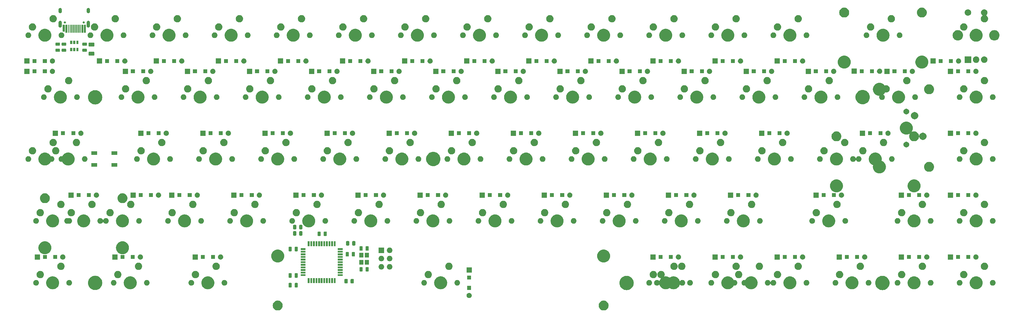
<source format=gbs>
%TF.GenerationSoftware,KiCad,Pcbnew,7.0.8*%
%TF.CreationDate,2023-11-19T13:12:33+01:00*%
%TF.ProjectId,mini-eLiXiVy,6d696e69-2d65-44c6-9958-6956792e6b69,1.2*%
%TF.SameCoordinates,Original*%
%TF.FileFunction,Soldermask,Bot*%
%TF.FilePolarity,Negative*%
%FSLAX46Y46*%
G04 Gerber Fmt 4.6, Leading zero omitted, Abs format (unit mm)*
G04 Created by KiCad (PCBNEW 7.0.8) date 2023-11-19 13:12:33*
%MOMM*%
%LPD*%
G01*
G04 APERTURE LIST*
G04 APERTURE END LIST*
G36*
X93907256Y-106286013D02*
G01*
X94139792Y-106341840D01*
X94360732Y-106433356D01*
X94564635Y-106558308D01*
X94746481Y-106713619D01*
X94901792Y-106895465D01*
X95026744Y-107099368D01*
X95118260Y-107320308D01*
X95174087Y-107552844D01*
X95192850Y-107791250D01*
X95174087Y-108029656D01*
X95118260Y-108262192D01*
X95026744Y-108483132D01*
X94901792Y-108687035D01*
X94746481Y-108868881D01*
X94564635Y-109024192D01*
X94360732Y-109149144D01*
X94139792Y-109240660D01*
X93907256Y-109296487D01*
X93668850Y-109315250D01*
X93430444Y-109296487D01*
X93197908Y-109240660D01*
X92976968Y-109149144D01*
X92773065Y-109024192D01*
X92591219Y-108868881D01*
X92435908Y-108687035D01*
X92310956Y-108483132D01*
X92219440Y-108262192D01*
X92163613Y-108029656D01*
X92144850Y-107791250D01*
X92163613Y-107552844D01*
X92219440Y-107320308D01*
X92310956Y-107099368D01*
X92435908Y-106895465D01*
X92591219Y-106713619D01*
X92773065Y-106558308D01*
X92976968Y-106433356D01*
X93197908Y-106341840D01*
X93430444Y-106286013D01*
X93668850Y-106267250D01*
X93907256Y-106286013D01*
G37*
G36*
X193907056Y-106286013D02*
G01*
X194139592Y-106341840D01*
X194360532Y-106433356D01*
X194564435Y-106558308D01*
X194746281Y-106713619D01*
X194901592Y-106895465D01*
X195026544Y-107099368D01*
X195118060Y-107320308D01*
X195173887Y-107552844D01*
X195192650Y-107791250D01*
X195173887Y-108029656D01*
X195118060Y-108262192D01*
X195026544Y-108483132D01*
X194901592Y-108687035D01*
X194746281Y-108868881D01*
X194564435Y-109024192D01*
X194360532Y-109149144D01*
X194139592Y-109240660D01*
X193907056Y-109296487D01*
X193668650Y-109315250D01*
X193430244Y-109296487D01*
X193197708Y-109240660D01*
X192976768Y-109149144D01*
X192772865Y-109024192D01*
X192591019Y-108868881D01*
X192435708Y-108687035D01*
X192310756Y-108483132D01*
X192219240Y-108262192D01*
X192163413Y-108029656D01*
X192144650Y-107791250D01*
X192163413Y-107552844D01*
X192219240Y-107320308D01*
X192310756Y-107099368D01*
X192435708Y-106895465D01*
X192591019Y-106713619D01*
X192772865Y-106558308D01*
X192976768Y-106433356D01*
X193197708Y-106341840D01*
X193430244Y-106286013D01*
X193668650Y-106267250D01*
X193907056Y-106286013D01*
G37*
G36*
X152441811Y-103910961D02*
G01*
X152483588Y-103910961D01*
X152530718Y-103920978D01*
X152578017Y-103926308D01*
X152612408Y-103938342D01*
X152647110Y-103945718D01*
X152697117Y-103967983D01*
X152747107Y-103985475D01*
X152773128Y-104001825D01*
X152799835Y-104013716D01*
X152849633Y-104049896D01*
X152898792Y-104080785D01*
X152916444Y-104098437D01*
X152935084Y-104111980D01*
X152981165Y-104163158D01*
X153025465Y-104207458D01*
X153035654Y-104223674D01*
X153046946Y-104236215D01*
X153085573Y-104303120D01*
X153120775Y-104359143D01*
X153125170Y-104371703D01*
X153130535Y-104380996D01*
X153158010Y-104465555D01*
X153179942Y-104528233D01*
X153180773Y-104535613D01*
X153182195Y-104539988D01*
X153195076Y-104662556D01*
X153200000Y-104706250D01*
X153195076Y-104749947D01*
X153182195Y-104872511D01*
X153180773Y-104876885D01*
X153179942Y-104884267D01*
X153158005Y-104946957D01*
X153130535Y-105031503D01*
X153125171Y-105040793D01*
X153120775Y-105053357D01*
X153085566Y-105109390D01*
X153046946Y-105176284D01*
X153035656Y-105188822D01*
X153025465Y-105205042D01*
X152981155Y-105249351D01*
X152935084Y-105300519D01*
X152916448Y-105314058D01*
X152898792Y-105331715D01*
X152849623Y-105362609D01*
X152799835Y-105398783D01*
X152773134Y-105410671D01*
X152747107Y-105427025D01*
X152697107Y-105444520D01*
X152647110Y-105466781D01*
X152612414Y-105474155D01*
X152578017Y-105486192D01*
X152530715Y-105491521D01*
X152483588Y-105501539D01*
X152441811Y-105501539D01*
X152400000Y-105506250D01*
X152358189Y-105501539D01*
X152316412Y-105501539D01*
X152269284Y-105491521D01*
X152221983Y-105486192D01*
X152187586Y-105474156D01*
X152152889Y-105466781D01*
X152102887Y-105444518D01*
X152052893Y-105427025D01*
X152026868Y-105410672D01*
X152000164Y-105398783D01*
X151950369Y-105362605D01*
X151901208Y-105331715D01*
X151883554Y-105314061D01*
X151864915Y-105300519D01*
X151818833Y-105249340D01*
X151774535Y-105205042D01*
X151764345Y-105188825D01*
X151753053Y-105176284D01*
X151714420Y-105109370D01*
X151679225Y-105053357D01*
X151674830Y-105040797D01*
X151669464Y-105031503D01*
X151641980Y-104946917D01*
X151620058Y-104884267D01*
X151619226Y-104876889D01*
X151617804Y-104872511D01*
X151604908Y-104749815D01*
X151600000Y-104706250D01*
X151604908Y-104662688D01*
X151617804Y-104539988D01*
X151619226Y-104535608D01*
X151620058Y-104528233D01*
X151641975Y-104465595D01*
X151669464Y-104380996D01*
X151674831Y-104371699D01*
X151679225Y-104359143D01*
X151714413Y-104303140D01*
X151753053Y-104236215D01*
X151764347Y-104223671D01*
X151774535Y-104207458D01*
X151818826Y-104163166D01*
X151864917Y-104111978D01*
X151883559Y-104098433D01*
X151901208Y-104080785D01*
X151950354Y-104049904D01*
X152000162Y-104013717D01*
X152026873Y-104001824D01*
X152052893Y-103985475D01*
X152102877Y-103967984D01*
X152152889Y-103945718D01*
X152187592Y-103938341D01*
X152221983Y-103926308D01*
X152269281Y-103920978D01*
X152316412Y-103910961D01*
X152358189Y-103910961D01*
X152400000Y-103906250D01*
X152441811Y-103910961D01*
G37*
G36*
X200991608Y-98675871D02*
G01*
X201273852Y-98732013D01*
X201546354Y-98824515D01*
X201804450Y-98951794D01*
X202043725Y-99111673D01*
X202260085Y-99301415D01*
X202449827Y-99517775D01*
X202609706Y-99757050D01*
X202736985Y-100015146D01*
X202829487Y-100287648D01*
X202885629Y-100569892D01*
X202904450Y-100857050D01*
X202885629Y-101144208D01*
X202829487Y-101426452D01*
X202736985Y-101698954D01*
X202609706Y-101957050D01*
X202449827Y-102196325D01*
X202260085Y-102412685D01*
X202043725Y-102602427D01*
X201804450Y-102762306D01*
X201546354Y-102889585D01*
X201273852Y-102982087D01*
X200991608Y-103038229D01*
X200704450Y-103057050D01*
X200417292Y-103038229D01*
X200135048Y-102982087D01*
X199862546Y-102889585D01*
X199604450Y-102762306D01*
X199365175Y-102602427D01*
X199148815Y-102412685D01*
X198959073Y-102196325D01*
X198799194Y-101957050D01*
X198671915Y-101698954D01*
X198579413Y-101426452D01*
X198523271Y-101144208D01*
X198504450Y-100857050D01*
X198523271Y-100569892D01*
X198579413Y-100287648D01*
X198671915Y-100015146D01*
X198799194Y-99757050D01*
X198959073Y-99517775D01*
X199148815Y-99301415D01*
X199365175Y-99111673D01*
X199604450Y-98951794D01*
X199862546Y-98824515D01*
X200135048Y-98732013D01*
X200417292Y-98675871D01*
X200704450Y-98657050D01*
X200991608Y-98675871D01*
G37*
G36*
X279496658Y-98675871D02*
G01*
X279778902Y-98732013D01*
X280051404Y-98824515D01*
X280309500Y-98951794D01*
X280548775Y-99111673D01*
X280765135Y-99301415D01*
X280954877Y-99517775D01*
X281114756Y-99757050D01*
X281242035Y-100015146D01*
X281334537Y-100287648D01*
X281390679Y-100569892D01*
X281409500Y-100857050D01*
X281390679Y-101144208D01*
X281334537Y-101426452D01*
X281242035Y-101698954D01*
X281114756Y-101957050D01*
X280954877Y-102196325D01*
X280765135Y-102412685D01*
X280548775Y-102602427D01*
X280309500Y-102762306D01*
X280051404Y-102889585D01*
X279778902Y-102982087D01*
X279496658Y-103038229D01*
X279209500Y-103057050D01*
X278922342Y-103038229D01*
X278640098Y-102982087D01*
X278367596Y-102889585D01*
X278109500Y-102762306D01*
X277870225Y-102602427D01*
X277653865Y-102412685D01*
X277464123Y-102196325D01*
X277304244Y-101957050D01*
X277176965Y-101698954D01*
X277084463Y-101426452D01*
X277028321Y-101144208D01*
X277009500Y-100857050D01*
X277028321Y-100569892D01*
X277084463Y-100287648D01*
X277176965Y-100015146D01*
X277304244Y-99757050D01*
X277464123Y-99517775D01*
X277653865Y-99301415D01*
X277870225Y-99111673D01*
X278109500Y-98951794D01*
X278367596Y-98824515D01*
X278640098Y-98732013D01*
X278922342Y-98675871D01*
X279209500Y-98657050D01*
X279496658Y-98675871D01*
G37*
G36*
X37929958Y-98663171D02*
G01*
X38212202Y-98719313D01*
X38484704Y-98811815D01*
X38742800Y-98939094D01*
X38982075Y-99098973D01*
X39198435Y-99288715D01*
X39388177Y-99505075D01*
X39548056Y-99744350D01*
X39675335Y-100002446D01*
X39767837Y-100274948D01*
X39823979Y-100557192D01*
X39842800Y-100844350D01*
X39823979Y-101131508D01*
X39767837Y-101413752D01*
X39675335Y-101686254D01*
X39548056Y-101944350D01*
X39388177Y-102183625D01*
X39198435Y-102399985D01*
X38982075Y-102589727D01*
X38742800Y-102749606D01*
X38484704Y-102876885D01*
X38212202Y-102969387D01*
X37929958Y-103025529D01*
X37642800Y-103044350D01*
X37355642Y-103025529D01*
X37073398Y-102969387D01*
X36800896Y-102876885D01*
X36542800Y-102749606D01*
X36303525Y-102589727D01*
X36087165Y-102399985D01*
X35897423Y-102183625D01*
X35737544Y-101944350D01*
X35610265Y-101686254D01*
X35517763Y-101413752D01*
X35461621Y-101131508D01*
X35442800Y-100844350D01*
X35461621Y-100557192D01*
X35517763Y-100274948D01*
X35610265Y-100002446D01*
X35737544Y-99744350D01*
X35897423Y-99505075D01*
X36087165Y-99288715D01*
X36303525Y-99098973D01*
X36542800Y-98939094D01*
X36800896Y-98811815D01*
X37073398Y-98719313D01*
X37355642Y-98663171D01*
X37642800Y-98644350D01*
X37929958Y-98663171D01*
G37*
G36*
X153000000Y-102981250D02*
G01*
X151800000Y-102981250D01*
X151800000Y-101781250D01*
X153000000Y-101781250D01*
X153000000Y-102981250D01*
G37*
G36*
X24673195Y-98817138D02*
G01*
X24742310Y-98817138D01*
X24817294Y-98827444D01*
X24890012Y-98832645D01*
X24949862Y-98845664D01*
X25011890Y-98854190D01*
X25091184Y-98876407D01*
X25167997Y-98893117D01*
X25219858Y-98912460D01*
X25273917Y-98927607D01*
X25355642Y-98963105D01*
X25434546Y-98992535D01*
X25477911Y-99016214D01*
X25523511Y-99036021D01*
X25605555Y-99085913D01*
X25684234Y-99128875D01*
X25718999Y-99154899D01*
X25756009Y-99177406D01*
X25836027Y-99242505D01*
X25911977Y-99299361D01*
X25938445Y-99325829D01*
X25967098Y-99349140D01*
X26042619Y-99430003D01*
X26113139Y-99500523D01*
X26131954Y-99525657D01*
X26152834Y-99548014D01*
X26221316Y-99645030D01*
X26283625Y-99728266D01*
X26295770Y-99750508D01*
X26309757Y-99770323D01*
X26368611Y-99883906D01*
X26419965Y-99977954D01*
X26426702Y-99996017D01*
X26434947Y-100011929D01*
X26481641Y-100143314D01*
X26519383Y-100244503D01*
X26522190Y-100257407D01*
X26526076Y-100268341D01*
X26558256Y-100423202D01*
X26579855Y-100522488D01*
X26580362Y-100529579D01*
X26581440Y-100534766D01*
X26596920Y-100761102D01*
X26600150Y-100806250D01*
X26596920Y-100851401D01*
X26581440Y-101077733D01*
X26580362Y-101082919D01*
X26579855Y-101090012D01*
X26558251Y-101189319D01*
X26526076Y-101344158D01*
X26522190Y-101355090D01*
X26519383Y-101367997D01*
X26481633Y-101469206D01*
X26434947Y-101600570D01*
X26426703Y-101616478D01*
X26419965Y-101634546D01*
X26368600Y-101728612D01*
X26309757Y-101842176D01*
X26295772Y-101861987D01*
X26283625Y-101884234D01*
X26221303Y-101967485D01*
X26152834Y-102064485D01*
X26131958Y-102086837D01*
X26113139Y-102111977D01*
X26042605Y-102182510D01*
X25967098Y-102263359D01*
X25938450Y-102286665D01*
X25911977Y-102313139D01*
X25836011Y-102370005D01*
X25756009Y-102435093D01*
X25719006Y-102457594D01*
X25684234Y-102483625D01*
X25605538Y-102526595D01*
X25523511Y-102576478D01*
X25477920Y-102596280D01*
X25434546Y-102619965D01*
X25355626Y-102649400D01*
X25273917Y-102684892D01*
X25219869Y-102700035D01*
X25167997Y-102719383D01*
X25091168Y-102736095D01*
X25011890Y-102758309D01*
X24949872Y-102766833D01*
X24890012Y-102779855D01*
X24817290Y-102785056D01*
X24742310Y-102795362D01*
X24673195Y-102795362D01*
X24606250Y-102800150D01*
X24539305Y-102795362D01*
X24470190Y-102795362D01*
X24395208Y-102785056D01*
X24322488Y-102779855D01*
X24262628Y-102766833D01*
X24200609Y-102758309D01*
X24121326Y-102736094D01*
X24044503Y-102719383D01*
X23992633Y-102700036D01*
X23938582Y-102684892D01*
X23856866Y-102649397D01*
X23777954Y-102619965D01*
X23734583Y-102596282D01*
X23688988Y-102576478D01*
X23606951Y-102526590D01*
X23528266Y-102483625D01*
X23493497Y-102457598D01*
X23456490Y-102435093D01*
X23376475Y-102369996D01*
X23300523Y-102313139D01*
X23274053Y-102286669D01*
X23245401Y-102263359D01*
X23169879Y-102182495D01*
X23099361Y-102111977D01*
X23080545Y-102086842D01*
X23059665Y-102064485D01*
X22991178Y-101967462D01*
X22928875Y-101884234D01*
X22916730Y-101861993D01*
X22902742Y-101842176D01*
X22843879Y-101728576D01*
X22792535Y-101634546D01*
X22785798Y-101616485D01*
X22777552Y-101600570D01*
X22730844Y-101469149D01*
X22693117Y-101367997D01*
X22690310Y-101355097D01*
X22686423Y-101344158D01*
X22654225Y-101189216D01*
X22632645Y-101090012D01*
X22632138Y-101082926D01*
X22631059Y-101077733D01*
X22615556Y-100851081D01*
X22612350Y-100806250D01*
X22615556Y-100761422D01*
X22631059Y-100534766D01*
X22632138Y-100529571D01*
X22632645Y-100522488D01*
X22654221Y-100423304D01*
X22686423Y-100268341D01*
X22690311Y-100257400D01*
X22693117Y-100244503D01*
X22730837Y-100143371D01*
X22777552Y-100011929D01*
X22785800Y-99996010D01*
X22792535Y-99977954D01*
X22843869Y-99883942D01*
X22902742Y-99770323D01*
X22916733Y-99750501D01*
X22928875Y-99728266D01*
X22991166Y-99645054D01*
X23059665Y-99548014D01*
X23080549Y-99525652D01*
X23099361Y-99500523D01*
X23169865Y-99430018D01*
X23245401Y-99349140D01*
X23274059Y-99325824D01*
X23300523Y-99299361D01*
X23376460Y-99242515D01*
X23456490Y-99177406D01*
X23493505Y-99154896D01*
X23528266Y-99128875D01*
X23606935Y-99085918D01*
X23688988Y-99036021D01*
X23734592Y-99016212D01*
X23777954Y-98992535D01*
X23856850Y-98963108D01*
X23938582Y-98927607D01*
X23992644Y-98912459D01*
X24044503Y-98893117D01*
X24121310Y-98876408D01*
X24200609Y-98854190D01*
X24262638Y-98845664D01*
X24322488Y-98832645D01*
X24395204Y-98827444D01*
X24470190Y-98817138D01*
X24539305Y-98817138D01*
X24606250Y-98812350D01*
X24673195Y-98817138D01*
G37*
G36*
X48485695Y-98817138D02*
G01*
X48554810Y-98817138D01*
X48629794Y-98827444D01*
X48702512Y-98832645D01*
X48762362Y-98845664D01*
X48824390Y-98854190D01*
X48903684Y-98876407D01*
X48980497Y-98893117D01*
X49032358Y-98912460D01*
X49086417Y-98927607D01*
X49168142Y-98963105D01*
X49247046Y-98992535D01*
X49290411Y-99016214D01*
X49336011Y-99036021D01*
X49418055Y-99085913D01*
X49496734Y-99128875D01*
X49531499Y-99154899D01*
X49568509Y-99177406D01*
X49648527Y-99242505D01*
X49724477Y-99299361D01*
X49750945Y-99325829D01*
X49779598Y-99349140D01*
X49855119Y-99430003D01*
X49925639Y-99500523D01*
X49944454Y-99525657D01*
X49965334Y-99548014D01*
X50033816Y-99645030D01*
X50096125Y-99728266D01*
X50108270Y-99750508D01*
X50122257Y-99770323D01*
X50181111Y-99883906D01*
X50232465Y-99977954D01*
X50239202Y-99996017D01*
X50247447Y-100011929D01*
X50294141Y-100143314D01*
X50331883Y-100244503D01*
X50334690Y-100257407D01*
X50338576Y-100268341D01*
X50370756Y-100423202D01*
X50392355Y-100522488D01*
X50392862Y-100529579D01*
X50393940Y-100534766D01*
X50409420Y-100761102D01*
X50412650Y-100806250D01*
X50409420Y-100851401D01*
X50393940Y-101077733D01*
X50392862Y-101082919D01*
X50392355Y-101090012D01*
X50370751Y-101189319D01*
X50338576Y-101344158D01*
X50334690Y-101355090D01*
X50331883Y-101367997D01*
X50294133Y-101469206D01*
X50247447Y-101600570D01*
X50239203Y-101616478D01*
X50232465Y-101634546D01*
X50181100Y-101728612D01*
X50122257Y-101842176D01*
X50108272Y-101861987D01*
X50096125Y-101884234D01*
X50033803Y-101967485D01*
X49965334Y-102064485D01*
X49944458Y-102086837D01*
X49925639Y-102111977D01*
X49855105Y-102182510D01*
X49779598Y-102263359D01*
X49750950Y-102286665D01*
X49724477Y-102313139D01*
X49648511Y-102370005D01*
X49568509Y-102435093D01*
X49531506Y-102457594D01*
X49496734Y-102483625D01*
X49418038Y-102526595D01*
X49336011Y-102576478D01*
X49290420Y-102596280D01*
X49247046Y-102619965D01*
X49168126Y-102649400D01*
X49086417Y-102684892D01*
X49032369Y-102700035D01*
X48980497Y-102719383D01*
X48903668Y-102736095D01*
X48824390Y-102758309D01*
X48762372Y-102766833D01*
X48702512Y-102779855D01*
X48629790Y-102785056D01*
X48554810Y-102795362D01*
X48485695Y-102795362D01*
X48418750Y-102800150D01*
X48351805Y-102795362D01*
X48282690Y-102795362D01*
X48207708Y-102785056D01*
X48134988Y-102779855D01*
X48075128Y-102766833D01*
X48013109Y-102758309D01*
X47933826Y-102736094D01*
X47857003Y-102719383D01*
X47805133Y-102700036D01*
X47751082Y-102684892D01*
X47669366Y-102649397D01*
X47590454Y-102619965D01*
X47547083Y-102596282D01*
X47501488Y-102576478D01*
X47419451Y-102526590D01*
X47340766Y-102483625D01*
X47305997Y-102457598D01*
X47268990Y-102435093D01*
X47188975Y-102369996D01*
X47113023Y-102313139D01*
X47086553Y-102286669D01*
X47057901Y-102263359D01*
X46982379Y-102182495D01*
X46911861Y-102111977D01*
X46893045Y-102086842D01*
X46872165Y-102064485D01*
X46803678Y-101967462D01*
X46741375Y-101884234D01*
X46729230Y-101861993D01*
X46715242Y-101842176D01*
X46656379Y-101728576D01*
X46605035Y-101634546D01*
X46598298Y-101616485D01*
X46590052Y-101600570D01*
X46543344Y-101469149D01*
X46505617Y-101367997D01*
X46502810Y-101355097D01*
X46498923Y-101344158D01*
X46466725Y-101189216D01*
X46445145Y-101090012D01*
X46444638Y-101082926D01*
X46443559Y-101077733D01*
X46428056Y-100851081D01*
X46424850Y-100806250D01*
X46428056Y-100761422D01*
X46443559Y-100534766D01*
X46444638Y-100529571D01*
X46445145Y-100522488D01*
X46466721Y-100423304D01*
X46498923Y-100268341D01*
X46502811Y-100257400D01*
X46505617Y-100244503D01*
X46543337Y-100143371D01*
X46590052Y-100011929D01*
X46598300Y-99996010D01*
X46605035Y-99977954D01*
X46656369Y-99883942D01*
X46715242Y-99770323D01*
X46729233Y-99750501D01*
X46741375Y-99728266D01*
X46803666Y-99645054D01*
X46872165Y-99548014D01*
X46893049Y-99525652D01*
X46911861Y-99500523D01*
X46982365Y-99430018D01*
X47057901Y-99349140D01*
X47086559Y-99325824D01*
X47113023Y-99299361D01*
X47188960Y-99242515D01*
X47268990Y-99177406D01*
X47306005Y-99154896D01*
X47340766Y-99128875D01*
X47419435Y-99085918D01*
X47501488Y-99036021D01*
X47547092Y-99016212D01*
X47590454Y-98992535D01*
X47669350Y-98963108D01*
X47751082Y-98927607D01*
X47805144Y-98912459D01*
X47857003Y-98893117D01*
X47933810Y-98876408D01*
X48013109Y-98854190D01*
X48075138Y-98845664D01*
X48134988Y-98832645D01*
X48207704Y-98827444D01*
X48282690Y-98817138D01*
X48351805Y-98817138D01*
X48418750Y-98812350D01*
X48485695Y-98817138D01*
G37*
G36*
X72298195Y-98817138D02*
G01*
X72367310Y-98817138D01*
X72442294Y-98827444D01*
X72515012Y-98832645D01*
X72574862Y-98845664D01*
X72636890Y-98854190D01*
X72716184Y-98876407D01*
X72792997Y-98893117D01*
X72844858Y-98912460D01*
X72898917Y-98927607D01*
X72980642Y-98963105D01*
X73059546Y-98992535D01*
X73102911Y-99016214D01*
X73148511Y-99036021D01*
X73230555Y-99085913D01*
X73309234Y-99128875D01*
X73343999Y-99154899D01*
X73381009Y-99177406D01*
X73461027Y-99242505D01*
X73536977Y-99299361D01*
X73563445Y-99325829D01*
X73592098Y-99349140D01*
X73667619Y-99430003D01*
X73738139Y-99500523D01*
X73756954Y-99525657D01*
X73777834Y-99548014D01*
X73846316Y-99645030D01*
X73908625Y-99728266D01*
X73920770Y-99750508D01*
X73934757Y-99770323D01*
X73993611Y-99883906D01*
X74044965Y-99977954D01*
X74051702Y-99996017D01*
X74059947Y-100011929D01*
X74106641Y-100143314D01*
X74144383Y-100244503D01*
X74147190Y-100257407D01*
X74151076Y-100268341D01*
X74183256Y-100423202D01*
X74204855Y-100522488D01*
X74205362Y-100529579D01*
X74206440Y-100534766D01*
X74221920Y-100761102D01*
X74225150Y-100806250D01*
X74221920Y-100851401D01*
X74206440Y-101077733D01*
X74205362Y-101082919D01*
X74204855Y-101090012D01*
X74183251Y-101189319D01*
X74151076Y-101344158D01*
X74147190Y-101355090D01*
X74144383Y-101367997D01*
X74106633Y-101469206D01*
X74059947Y-101600570D01*
X74051703Y-101616478D01*
X74044965Y-101634546D01*
X73993600Y-101728612D01*
X73934757Y-101842176D01*
X73920772Y-101861987D01*
X73908625Y-101884234D01*
X73846303Y-101967485D01*
X73777834Y-102064485D01*
X73756958Y-102086837D01*
X73738139Y-102111977D01*
X73667605Y-102182510D01*
X73592098Y-102263359D01*
X73563450Y-102286665D01*
X73536977Y-102313139D01*
X73461011Y-102370005D01*
X73381009Y-102435093D01*
X73344006Y-102457594D01*
X73309234Y-102483625D01*
X73230538Y-102526595D01*
X73148511Y-102576478D01*
X73102920Y-102596280D01*
X73059546Y-102619965D01*
X72980626Y-102649400D01*
X72898917Y-102684892D01*
X72844869Y-102700035D01*
X72792997Y-102719383D01*
X72716168Y-102736095D01*
X72636890Y-102758309D01*
X72574872Y-102766833D01*
X72515012Y-102779855D01*
X72442290Y-102785056D01*
X72367310Y-102795362D01*
X72298195Y-102795362D01*
X72231250Y-102800150D01*
X72164305Y-102795362D01*
X72095190Y-102795362D01*
X72020208Y-102785056D01*
X71947488Y-102779855D01*
X71887628Y-102766833D01*
X71825609Y-102758309D01*
X71746326Y-102736094D01*
X71669503Y-102719383D01*
X71617633Y-102700036D01*
X71563582Y-102684892D01*
X71481866Y-102649397D01*
X71402954Y-102619965D01*
X71359583Y-102596282D01*
X71313988Y-102576478D01*
X71231951Y-102526590D01*
X71153266Y-102483625D01*
X71118497Y-102457598D01*
X71081490Y-102435093D01*
X71001475Y-102369996D01*
X70925523Y-102313139D01*
X70899053Y-102286669D01*
X70870401Y-102263359D01*
X70794879Y-102182495D01*
X70724361Y-102111977D01*
X70705545Y-102086842D01*
X70684665Y-102064485D01*
X70616178Y-101967462D01*
X70553875Y-101884234D01*
X70541730Y-101861993D01*
X70527742Y-101842176D01*
X70468879Y-101728576D01*
X70417535Y-101634546D01*
X70410798Y-101616485D01*
X70402552Y-101600570D01*
X70355844Y-101469149D01*
X70318117Y-101367997D01*
X70315310Y-101355097D01*
X70311423Y-101344158D01*
X70279225Y-101189216D01*
X70257645Y-101090012D01*
X70257138Y-101082926D01*
X70256059Y-101077733D01*
X70240556Y-100851081D01*
X70237350Y-100806250D01*
X70240556Y-100761422D01*
X70256059Y-100534766D01*
X70257138Y-100529571D01*
X70257645Y-100522488D01*
X70279221Y-100423304D01*
X70311423Y-100268341D01*
X70315311Y-100257400D01*
X70318117Y-100244503D01*
X70355837Y-100143371D01*
X70402552Y-100011929D01*
X70410800Y-99996010D01*
X70417535Y-99977954D01*
X70468869Y-99883942D01*
X70527742Y-99770323D01*
X70541733Y-99750501D01*
X70553875Y-99728266D01*
X70616166Y-99645054D01*
X70684665Y-99548014D01*
X70705549Y-99525652D01*
X70724361Y-99500523D01*
X70794865Y-99430018D01*
X70870401Y-99349140D01*
X70899059Y-99325824D01*
X70925523Y-99299361D01*
X71001460Y-99242515D01*
X71081490Y-99177406D01*
X71118505Y-99154896D01*
X71153266Y-99128875D01*
X71231935Y-99085918D01*
X71313988Y-99036021D01*
X71359592Y-99016212D01*
X71402954Y-98992535D01*
X71481850Y-98963108D01*
X71563582Y-98927607D01*
X71617644Y-98912459D01*
X71669503Y-98893117D01*
X71746310Y-98876408D01*
X71825609Y-98854190D01*
X71887638Y-98845664D01*
X71947488Y-98832645D01*
X72020204Y-98827444D01*
X72095190Y-98817138D01*
X72164305Y-98817138D01*
X72231250Y-98812350D01*
X72298195Y-98817138D01*
G37*
G36*
X143735695Y-98817138D02*
G01*
X143804810Y-98817138D01*
X143879794Y-98827444D01*
X143952512Y-98832645D01*
X144012362Y-98845664D01*
X144074390Y-98854190D01*
X144153684Y-98876407D01*
X144230497Y-98893117D01*
X144282358Y-98912460D01*
X144336417Y-98927607D01*
X144418142Y-98963105D01*
X144497046Y-98992535D01*
X144540411Y-99016214D01*
X144586011Y-99036021D01*
X144668055Y-99085913D01*
X144746734Y-99128875D01*
X144781499Y-99154899D01*
X144818509Y-99177406D01*
X144898527Y-99242505D01*
X144974477Y-99299361D01*
X145000945Y-99325829D01*
X145029598Y-99349140D01*
X145105119Y-99430003D01*
X145175639Y-99500523D01*
X145194454Y-99525657D01*
X145215334Y-99548014D01*
X145283816Y-99645030D01*
X145346125Y-99728266D01*
X145358270Y-99750508D01*
X145372257Y-99770323D01*
X145431111Y-99883906D01*
X145482465Y-99977954D01*
X145489202Y-99996017D01*
X145497447Y-100011929D01*
X145544141Y-100143314D01*
X145581883Y-100244503D01*
X145584690Y-100257407D01*
X145588576Y-100268341D01*
X145620756Y-100423202D01*
X145642355Y-100522488D01*
X145642862Y-100529579D01*
X145643940Y-100534766D01*
X145659420Y-100761102D01*
X145662650Y-100806250D01*
X145659420Y-100851401D01*
X145643940Y-101077733D01*
X145642862Y-101082919D01*
X145642355Y-101090012D01*
X145620751Y-101189319D01*
X145588576Y-101344158D01*
X145584690Y-101355090D01*
X145581883Y-101367997D01*
X145544133Y-101469206D01*
X145497447Y-101600570D01*
X145489203Y-101616478D01*
X145482465Y-101634546D01*
X145431100Y-101728612D01*
X145372257Y-101842176D01*
X145358272Y-101861987D01*
X145346125Y-101884234D01*
X145283803Y-101967485D01*
X145215334Y-102064485D01*
X145194458Y-102086837D01*
X145175639Y-102111977D01*
X145105105Y-102182510D01*
X145029598Y-102263359D01*
X145000950Y-102286665D01*
X144974477Y-102313139D01*
X144898511Y-102370005D01*
X144818509Y-102435093D01*
X144781506Y-102457594D01*
X144746734Y-102483625D01*
X144668038Y-102526595D01*
X144586011Y-102576478D01*
X144540420Y-102596280D01*
X144497046Y-102619965D01*
X144418126Y-102649400D01*
X144336417Y-102684892D01*
X144282369Y-102700035D01*
X144230497Y-102719383D01*
X144153668Y-102736095D01*
X144074390Y-102758309D01*
X144012372Y-102766833D01*
X143952512Y-102779855D01*
X143879790Y-102785056D01*
X143804810Y-102795362D01*
X143735695Y-102795362D01*
X143668750Y-102800150D01*
X143601805Y-102795362D01*
X143532690Y-102795362D01*
X143457708Y-102785056D01*
X143384988Y-102779855D01*
X143325128Y-102766833D01*
X143263109Y-102758309D01*
X143183826Y-102736094D01*
X143107003Y-102719383D01*
X143055133Y-102700036D01*
X143001082Y-102684892D01*
X142919366Y-102649397D01*
X142840454Y-102619965D01*
X142797083Y-102596282D01*
X142751488Y-102576478D01*
X142669451Y-102526590D01*
X142590766Y-102483625D01*
X142555997Y-102457598D01*
X142518990Y-102435093D01*
X142438975Y-102369996D01*
X142363023Y-102313139D01*
X142336553Y-102286669D01*
X142307901Y-102263359D01*
X142232379Y-102182495D01*
X142161861Y-102111977D01*
X142143045Y-102086842D01*
X142122165Y-102064485D01*
X142053678Y-101967462D01*
X141991375Y-101884234D01*
X141979230Y-101861993D01*
X141965242Y-101842176D01*
X141906379Y-101728576D01*
X141855035Y-101634546D01*
X141848298Y-101616485D01*
X141840052Y-101600570D01*
X141793344Y-101469149D01*
X141755617Y-101367997D01*
X141752810Y-101355097D01*
X141748923Y-101344158D01*
X141716725Y-101189216D01*
X141695145Y-101090012D01*
X141694638Y-101082926D01*
X141693559Y-101077733D01*
X141678056Y-100851081D01*
X141674850Y-100806250D01*
X141678056Y-100761422D01*
X141693559Y-100534766D01*
X141694638Y-100529571D01*
X141695145Y-100522488D01*
X141716721Y-100423304D01*
X141748923Y-100268341D01*
X141752811Y-100257400D01*
X141755617Y-100244503D01*
X141793337Y-100143371D01*
X141840052Y-100011929D01*
X141848300Y-99996010D01*
X141855035Y-99977954D01*
X141906369Y-99883942D01*
X141965242Y-99770323D01*
X141979233Y-99750501D01*
X141991375Y-99728266D01*
X142053666Y-99645054D01*
X142122165Y-99548014D01*
X142143049Y-99525652D01*
X142161861Y-99500523D01*
X142232365Y-99430018D01*
X142307901Y-99349140D01*
X142336559Y-99325824D01*
X142363023Y-99299361D01*
X142438960Y-99242515D01*
X142518990Y-99177406D01*
X142556005Y-99154896D01*
X142590766Y-99128875D01*
X142669435Y-99085918D01*
X142751488Y-99036021D01*
X142797092Y-99016212D01*
X142840454Y-98992535D01*
X142919350Y-98963108D01*
X143001082Y-98927607D01*
X143055144Y-98912459D01*
X143107003Y-98893117D01*
X143183810Y-98876408D01*
X143263109Y-98854190D01*
X143325138Y-98845664D01*
X143384988Y-98832645D01*
X143457704Y-98827444D01*
X143532690Y-98817138D01*
X143601805Y-98817138D01*
X143668750Y-98812350D01*
X143735695Y-98817138D01*
G37*
G36*
X211604121Y-97184196D02*
G01*
X211797706Y-97259191D01*
X211974214Y-97368481D01*
X212127635Y-97508342D01*
X212252744Y-97674014D01*
X212345281Y-97859853D01*
X212402095Y-98059532D01*
X212421250Y-98266250D01*
X212402095Y-98472968D01*
X212345281Y-98672647D01*
X212284504Y-98794702D01*
X212326510Y-98853207D01*
X212381389Y-98845664D01*
X212441238Y-98832645D01*
X212513953Y-98827444D01*
X212588940Y-98817138D01*
X212658055Y-98817138D01*
X212725000Y-98812350D01*
X212791945Y-98817138D01*
X212861060Y-98817138D01*
X212936044Y-98827444D01*
X213008762Y-98832645D01*
X213068612Y-98845664D01*
X213130640Y-98854190D01*
X213209934Y-98876407D01*
X213286747Y-98893117D01*
X213338608Y-98912460D01*
X213392667Y-98927607D01*
X213474392Y-98963105D01*
X213553296Y-98992535D01*
X213596661Y-99016214D01*
X213642261Y-99036021D01*
X213724305Y-99085913D01*
X213802984Y-99128875D01*
X213837749Y-99154899D01*
X213874764Y-99177409D01*
X213894303Y-99193304D01*
X213936947Y-99193304D01*
X213956485Y-99177409D01*
X213993505Y-99154896D01*
X214028266Y-99128875D01*
X214106934Y-99085918D01*
X214188988Y-99036021D01*
X214234592Y-99016212D01*
X214277954Y-98992535D01*
X214356850Y-98963108D01*
X214438582Y-98927607D01*
X214492644Y-98912459D01*
X214544503Y-98893117D01*
X214621310Y-98876408D01*
X214700609Y-98854190D01*
X214762638Y-98845664D01*
X214822488Y-98832645D01*
X214895204Y-98827444D01*
X214970190Y-98817138D01*
X215039305Y-98817138D01*
X215106250Y-98812350D01*
X215173195Y-98817138D01*
X215242310Y-98817138D01*
X215317294Y-98827444D01*
X215390012Y-98832645D01*
X215449862Y-98845664D01*
X215511890Y-98854190D01*
X215591184Y-98876407D01*
X215667997Y-98893117D01*
X215719858Y-98912460D01*
X215773917Y-98927607D01*
X215855642Y-98963105D01*
X215934546Y-98992535D01*
X215977911Y-99016214D01*
X216023511Y-99036021D01*
X216105555Y-99085913D01*
X216184234Y-99128875D01*
X216218999Y-99154899D01*
X216256009Y-99177406D01*
X216336027Y-99242505D01*
X216411977Y-99299361D01*
X216438445Y-99325829D01*
X216467098Y-99349140D01*
X216542619Y-99430003D01*
X216613139Y-99500523D01*
X216631954Y-99525657D01*
X216652834Y-99548014D01*
X216721316Y-99645030D01*
X216783625Y-99728266D01*
X216795770Y-99750508D01*
X216809757Y-99770323D01*
X216868611Y-99883906D01*
X216919965Y-99977954D01*
X216926702Y-99996017D01*
X216934947Y-100011929D01*
X216981637Y-100143303D01*
X217019383Y-100244503D01*
X217022190Y-100257409D01*
X217030006Y-100279400D01*
X217096710Y-100292629D01*
X217097110Y-100291938D01*
X217219511Y-100155998D01*
X217367500Y-100048478D01*
X217534610Y-99974076D01*
X217713538Y-99936043D01*
X217896462Y-99936043D01*
X218075390Y-99974076D01*
X218242500Y-100048478D01*
X218390489Y-100155998D01*
X218512890Y-100291938D01*
X218604352Y-100450355D01*
X218660879Y-100624327D01*
X218680000Y-100806250D01*
X218660879Y-100988173D01*
X218604352Y-101162145D01*
X218512890Y-101320562D01*
X218390489Y-101456502D01*
X218242500Y-101564022D01*
X218075390Y-101638424D01*
X217896462Y-101676457D01*
X217713538Y-101676457D01*
X217534610Y-101638424D01*
X217367500Y-101564022D01*
X217219511Y-101456502D01*
X217097110Y-101320562D01*
X217096710Y-101319869D01*
X217030006Y-101333099D01*
X217022191Y-101355087D01*
X217019383Y-101367997D01*
X216981629Y-101469216D01*
X216934947Y-101600570D01*
X216926703Y-101616478D01*
X216919965Y-101634546D01*
X216868600Y-101728612D01*
X216809757Y-101842176D01*
X216795772Y-101861987D01*
X216783625Y-101884234D01*
X216721303Y-101967485D01*
X216652834Y-102064485D01*
X216631958Y-102086837D01*
X216613139Y-102111977D01*
X216542605Y-102182510D01*
X216467098Y-102263359D01*
X216438450Y-102286665D01*
X216411977Y-102313139D01*
X216336011Y-102370005D01*
X216256009Y-102435093D01*
X216219006Y-102457594D01*
X216184234Y-102483625D01*
X216105538Y-102526595D01*
X216023511Y-102576478D01*
X215977920Y-102596280D01*
X215934546Y-102619965D01*
X215855626Y-102649400D01*
X215773917Y-102684892D01*
X215719869Y-102700035D01*
X215667997Y-102719383D01*
X215591168Y-102736095D01*
X215511890Y-102758309D01*
X215449872Y-102766833D01*
X215390012Y-102779855D01*
X215317290Y-102785056D01*
X215242310Y-102795362D01*
X215173195Y-102795362D01*
X215106250Y-102800150D01*
X215039305Y-102795362D01*
X214970190Y-102795362D01*
X214895208Y-102785056D01*
X214822488Y-102779855D01*
X214762628Y-102766833D01*
X214700609Y-102758309D01*
X214621326Y-102736094D01*
X214544503Y-102719383D01*
X214492633Y-102700036D01*
X214438582Y-102684892D01*
X214356866Y-102649397D01*
X214277954Y-102619965D01*
X214234583Y-102596282D01*
X214188988Y-102576478D01*
X214106947Y-102526588D01*
X214028266Y-102483625D01*
X213993501Y-102457600D01*
X213956489Y-102435093D01*
X213936951Y-102419195D01*
X213894299Y-102419195D01*
X213874760Y-102435093D01*
X213837752Y-102457597D01*
X213802984Y-102483625D01*
X213724292Y-102526593D01*
X213642261Y-102576478D01*
X213596670Y-102596280D01*
X213553296Y-102619965D01*
X213474376Y-102649400D01*
X213392667Y-102684892D01*
X213338619Y-102700035D01*
X213286747Y-102719383D01*
X213209918Y-102736095D01*
X213130640Y-102758309D01*
X213068622Y-102766833D01*
X213008762Y-102779855D01*
X212936040Y-102785056D01*
X212861060Y-102795362D01*
X212791945Y-102795362D01*
X212725000Y-102800150D01*
X212658055Y-102795362D01*
X212588940Y-102795362D01*
X212513958Y-102785056D01*
X212441238Y-102779855D01*
X212381378Y-102766833D01*
X212319359Y-102758309D01*
X212240076Y-102736094D01*
X212163253Y-102719383D01*
X212111383Y-102700036D01*
X212057332Y-102684892D01*
X211975616Y-102649397D01*
X211896704Y-102619965D01*
X211853333Y-102596282D01*
X211807738Y-102576478D01*
X211725701Y-102526590D01*
X211647016Y-102483625D01*
X211612247Y-102457598D01*
X211575240Y-102435093D01*
X211495225Y-102369996D01*
X211419273Y-102313139D01*
X211392803Y-102286669D01*
X211364151Y-102263359D01*
X211288629Y-102182495D01*
X211218111Y-102111977D01*
X211199295Y-102086842D01*
X211178415Y-102064485D01*
X211109928Y-101967462D01*
X211047625Y-101884234D01*
X211035480Y-101861993D01*
X211021492Y-101842176D01*
X210962629Y-101728575D01*
X210911285Y-101634546D01*
X210904548Y-101616485D01*
X210896303Y-101600572D01*
X210849591Y-101469140D01*
X210811867Y-101367997D01*
X210809061Y-101355101D01*
X210801242Y-101333099D01*
X210734539Y-101319869D01*
X210734140Y-101320562D01*
X210611739Y-101456502D01*
X210463750Y-101564022D01*
X210296640Y-101638424D01*
X210117712Y-101676457D01*
X209934788Y-101676457D01*
X209755860Y-101638424D01*
X209588750Y-101564022D01*
X209440761Y-101456502D01*
X209318360Y-101320562D01*
X209226898Y-101162145D01*
X209170371Y-100988173D01*
X209151250Y-100806250D01*
X209170371Y-100624327D01*
X209226898Y-100450355D01*
X209318360Y-100291938D01*
X209440761Y-100155998D01*
X209588750Y-100048478D01*
X209755860Y-99974076D01*
X209934788Y-99936043D01*
X210117712Y-99936043D01*
X210296640Y-99974076D01*
X210463750Y-100048478D01*
X210611739Y-100155998D01*
X210734140Y-100291938D01*
X210734539Y-100292629D01*
X210801242Y-100279400D01*
X210809062Y-100257396D01*
X210811867Y-100244503D01*
X210849584Y-100143380D01*
X210896303Y-100011927D01*
X210904550Y-99996010D01*
X210911285Y-99977954D01*
X210962619Y-99883942D01*
X211021492Y-99770323D01*
X211035483Y-99750501D01*
X211047625Y-99728266D01*
X211109916Y-99645054D01*
X211178415Y-99548014D01*
X211199298Y-99525653D01*
X211218111Y-99500523D01*
X211261555Y-99457078D01*
X211230877Y-99386451D01*
X211192448Y-99386451D01*
X210988379Y-99348304D01*
X210794794Y-99273309D01*
X210618286Y-99164019D01*
X210464865Y-99024158D01*
X210339756Y-98858486D01*
X210247219Y-98672647D01*
X210190405Y-98472968D01*
X210171250Y-98266250D01*
X210190405Y-98059532D01*
X210247219Y-97859853D01*
X210339756Y-97674014D01*
X210464865Y-97508342D01*
X210618286Y-97368481D01*
X210794794Y-97259191D01*
X210988379Y-97184196D01*
X211192448Y-97146049D01*
X211400052Y-97146049D01*
X211604121Y-97184196D01*
G37*
G36*
X231841945Y-98817138D02*
G01*
X231911060Y-98817138D01*
X231986044Y-98827444D01*
X232058762Y-98832645D01*
X232118612Y-98845664D01*
X232180640Y-98854190D01*
X232259934Y-98876407D01*
X232336747Y-98893117D01*
X232388608Y-98912460D01*
X232442667Y-98927607D01*
X232524392Y-98963105D01*
X232603296Y-98992535D01*
X232646661Y-99016214D01*
X232692261Y-99036021D01*
X232774305Y-99085913D01*
X232852984Y-99128875D01*
X232887749Y-99154899D01*
X232924759Y-99177406D01*
X233004777Y-99242505D01*
X233080727Y-99299361D01*
X233107195Y-99325829D01*
X233135848Y-99349140D01*
X233211369Y-99430003D01*
X233281889Y-99500523D01*
X233300704Y-99525657D01*
X233321584Y-99548014D01*
X233390058Y-99645020D01*
X233452375Y-99728266D01*
X233464523Y-99750513D01*
X233478506Y-99770323D01*
X233537335Y-99883859D01*
X233573403Y-99949913D01*
X233607093Y-99965842D01*
X233747288Y-99936043D01*
X233930212Y-99936043D01*
X234109140Y-99974076D01*
X234276250Y-100048478D01*
X234424239Y-100155998D01*
X234546640Y-100291938D01*
X234638102Y-100450355D01*
X234694629Y-100624327D01*
X234713750Y-100806250D01*
X234694629Y-100988173D01*
X234638102Y-101162145D01*
X234546640Y-101320562D01*
X234424239Y-101456502D01*
X234276250Y-101564022D01*
X234109140Y-101638424D01*
X233930212Y-101676457D01*
X233747288Y-101676457D01*
X233607092Y-101646656D01*
X233573404Y-101662585D01*
X233537325Y-101728659D01*
X233478506Y-101842176D01*
X233464525Y-101861981D01*
X233452375Y-101884234D01*
X233390046Y-101967495D01*
X233321584Y-102064485D01*
X233300708Y-102086837D01*
X233281889Y-102111977D01*
X233211355Y-102182510D01*
X233135848Y-102263359D01*
X233107200Y-102286665D01*
X233080727Y-102313139D01*
X233004761Y-102370005D01*
X232924759Y-102435093D01*
X232887756Y-102457594D01*
X232852984Y-102483625D01*
X232774288Y-102526595D01*
X232692261Y-102576478D01*
X232646670Y-102596280D01*
X232603296Y-102619965D01*
X232524376Y-102649400D01*
X232442667Y-102684892D01*
X232388619Y-102700035D01*
X232336747Y-102719383D01*
X232259918Y-102736095D01*
X232180640Y-102758309D01*
X232118622Y-102766833D01*
X232058762Y-102779855D01*
X231986040Y-102785056D01*
X231911060Y-102795362D01*
X231841945Y-102795362D01*
X231775000Y-102800150D01*
X231708055Y-102795362D01*
X231638940Y-102795362D01*
X231563958Y-102785056D01*
X231491238Y-102779855D01*
X231431378Y-102766833D01*
X231369359Y-102758309D01*
X231290076Y-102736094D01*
X231213253Y-102719383D01*
X231161383Y-102700036D01*
X231107332Y-102684892D01*
X231025616Y-102649397D01*
X230946704Y-102619965D01*
X230903333Y-102596282D01*
X230857738Y-102576478D01*
X230775701Y-102526590D01*
X230697016Y-102483625D01*
X230662247Y-102457598D01*
X230625240Y-102435093D01*
X230545225Y-102369996D01*
X230469273Y-102313139D01*
X230442803Y-102286669D01*
X230414151Y-102263359D01*
X230338629Y-102182495D01*
X230268111Y-102111977D01*
X230249295Y-102086842D01*
X230228415Y-102064485D01*
X230159928Y-101967462D01*
X230097625Y-101884234D01*
X230085480Y-101861993D01*
X230071492Y-101842176D01*
X230012629Y-101728576D01*
X229961285Y-101634546D01*
X229954548Y-101616485D01*
X229946302Y-101600570D01*
X229899594Y-101469149D01*
X229861867Y-101367997D01*
X229859060Y-101355097D01*
X229855173Y-101344158D01*
X229822975Y-101189216D01*
X229801395Y-101090012D01*
X229800888Y-101082926D01*
X229799809Y-101077733D01*
X229784306Y-100851081D01*
X229781100Y-100806250D01*
X229784306Y-100761422D01*
X229799809Y-100534766D01*
X229800888Y-100529571D01*
X229801395Y-100522488D01*
X229822971Y-100423304D01*
X229855173Y-100268341D01*
X229859061Y-100257400D01*
X229861867Y-100244503D01*
X229899587Y-100143371D01*
X229946302Y-100011929D01*
X229954550Y-99996010D01*
X229961285Y-99977954D01*
X230012619Y-99883942D01*
X230071492Y-99770323D01*
X230085483Y-99750501D01*
X230097625Y-99728266D01*
X230159916Y-99645054D01*
X230228415Y-99548014D01*
X230249299Y-99525652D01*
X230268111Y-99500523D01*
X230338615Y-99430018D01*
X230414151Y-99349140D01*
X230442809Y-99325824D01*
X230469273Y-99299361D01*
X230545210Y-99242515D01*
X230625240Y-99177406D01*
X230662255Y-99154896D01*
X230697016Y-99128875D01*
X230775685Y-99085918D01*
X230857738Y-99036021D01*
X230903342Y-99016212D01*
X230946704Y-98992535D01*
X231025600Y-98963108D01*
X231107332Y-98927607D01*
X231161394Y-98912459D01*
X231213253Y-98893117D01*
X231290060Y-98876408D01*
X231369359Y-98854190D01*
X231431388Y-98845664D01*
X231491238Y-98832645D01*
X231563954Y-98827444D01*
X231638940Y-98817138D01*
X231708055Y-98817138D01*
X231775000Y-98812350D01*
X231841945Y-98817138D01*
G37*
G36*
X238985695Y-98817138D02*
G01*
X239054810Y-98817138D01*
X239129794Y-98827444D01*
X239202512Y-98832645D01*
X239262362Y-98845664D01*
X239324390Y-98854190D01*
X239403684Y-98876407D01*
X239480497Y-98893117D01*
X239532358Y-98912460D01*
X239586417Y-98927607D01*
X239668142Y-98963105D01*
X239747046Y-98992535D01*
X239790411Y-99016214D01*
X239836011Y-99036021D01*
X239918055Y-99085913D01*
X239996734Y-99128875D01*
X240031499Y-99154899D01*
X240068509Y-99177406D01*
X240148527Y-99242505D01*
X240224477Y-99299361D01*
X240250945Y-99325829D01*
X240279598Y-99349140D01*
X240355119Y-99430003D01*
X240425639Y-99500523D01*
X240444454Y-99525657D01*
X240465334Y-99548014D01*
X240533816Y-99645030D01*
X240596125Y-99728266D01*
X240608270Y-99750508D01*
X240622257Y-99770323D01*
X240681111Y-99883906D01*
X240732465Y-99977954D01*
X240739202Y-99996017D01*
X240747447Y-100011929D01*
X240794141Y-100143314D01*
X240831883Y-100244503D01*
X240834690Y-100257407D01*
X240838576Y-100268341D01*
X240870756Y-100423202D01*
X240892355Y-100522488D01*
X240892862Y-100529579D01*
X240893940Y-100534766D01*
X240909420Y-100761102D01*
X240912650Y-100806250D01*
X240909420Y-100851401D01*
X240893940Y-101077733D01*
X240892862Y-101082919D01*
X240892355Y-101090012D01*
X240870751Y-101189319D01*
X240838576Y-101344158D01*
X240834690Y-101355090D01*
X240831883Y-101367997D01*
X240794133Y-101469206D01*
X240747447Y-101600570D01*
X240739203Y-101616478D01*
X240732465Y-101634546D01*
X240681100Y-101728612D01*
X240622257Y-101842176D01*
X240608272Y-101861987D01*
X240596125Y-101884234D01*
X240533803Y-101967485D01*
X240465334Y-102064485D01*
X240444458Y-102086837D01*
X240425639Y-102111977D01*
X240355105Y-102182510D01*
X240279598Y-102263359D01*
X240250950Y-102286665D01*
X240224477Y-102313139D01*
X240148511Y-102370005D01*
X240068509Y-102435093D01*
X240031506Y-102457594D01*
X239996734Y-102483625D01*
X239918038Y-102526595D01*
X239836011Y-102576478D01*
X239790420Y-102596280D01*
X239747046Y-102619965D01*
X239668126Y-102649400D01*
X239586417Y-102684892D01*
X239532369Y-102700035D01*
X239480497Y-102719383D01*
X239403668Y-102736095D01*
X239324390Y-102758309D01*
X239262372Y-102766833D01*
X239202512Y-102779855D01*
X239129790Y-102785056D01*
X239054810Y-102795362D01*
X238985695Y-102795362D01*
X238918750Y-102800150D01*
X238851805Y-102795362D01*
X238782690Y-102795362D01*
X238707708Y-102785056D01*
X238634988Y-102779855D01*
X238575128Y-102766833D01*
X238513109Y-102758309D01*
X238433826Y-102736094D01*
X238357003Y-102719383D01*
X238305133Y-102700036D01*
X238251082Y-102684892D01*
X238169366Y-102649397D01*
X238090454Y-102619965D01*
X238047083Y-102596282D01*
X238001488Y-102576478D01*
X237919451Y-102526590D01*
X237840766Y-102483625D01*
X237805997Y-102457598D01*
X237768990Y-102435093D01*
X237688975Y-102369996D01*
X237613023Y-102313139D01*
X237586553Y-102286669D01*
X237557901Y-102263359D01*
X237482379Y-102182495D01*
X237411861Y-102111977D01*
X237393045Y-102086842D01*
X237372165Y-102064485D01*
X237303686Y-101967472D01*
X237241375Y-101884234D01*
X237229227Y-101861987D01*
X237215243Y-101842176D01*
X237156411Y-101728635D01*
X237120345Y-101662584D01*
X237086656Y-101646657D01*
X236946462Y-101676457D01*
X236763538Y-101676457D01*
X236584610Y-101638424D01*
X236417500Y-101564022D01*
X236269511Y-101456502D01*
X236147110Y-101320562D01*
X236055648Y-101162145D01*
X235999121Y-100988173D01*
X235980000Y-100806250D01*
X235999121Y-100624327D01*
X236055648Y-100450355D01*
X236147110Y-100291938D01*
X236269511Y-100155998D01*
X236417500Y-100048478D01*
X236584610Y-99974076D01*
X236763538Y-99936043D01*
X236946462Y-99936043D01*
X237086655Y-99965842D01*
X237120345Y-99949914D01*
X237156401Y-99883883D01*
X237215244Y-99770321D01*
X237229231Y-99750505D01*
X237241375Y-99728266D01*
X237303670Y-99645048D01*
X237372165Y-99548014D01*
X237393049Y-99525652D01*
X237411861Y-99500523D01*
X237482365Y-99430018D01*
X237557901Y-99349140D01*
X237586559Y-99325824D01*
X237613023Y-99299361D01*
X237688960Y-99242515D01*
X237768990Y-99177406D01*
X237806005Y-99154896D01*
X237840766Y-99128875D01*
X237919435Y-99085918D01*
X238001488Y-99036021D01*
X238047092Y-99016212D01*
X238090454Y-98992535D01*
X238169350Y-98963108D01*
X238251082Y-98927607D01*
X238305144Y-98912459D01*
X238357003Y-98893117D01*
X238433810Y-98876408D01*
X238513109Y-98854190D01*
X238575138Y-98845664D01*
X238634988Y-98832645D01*
X238707704Y-98827444D01*
X238782690Y-98817138D01*
X238851805Y-98817138D01*
X238918750Y-98812350D01*
X238985695Y-98817138D01*
G37*
G36*
X250891945Y-98817138D02*
G01*
X250961060Y-98817138D01*
X251036044Y-98827444D01*
X251108762Y-98832645D01*
X251168612Y-98845664D01*
X251230640Y-98854190D01*
X251309934Y-98876407D01*
X251386747Y-98893117D01*
X251438608Y-98912460D01*
X251492667Y-98927607D01*
X251574392Y-98963105D01*
X251653296Y-98992535D01*
X251696661Y-99016214D01*
X251742261Y-99036021D01*
X251824305Y-99085913D01*
X251902984Y-99128875D01*
X251937749Y-99154899D01*
X251974759Y-99177406D01*
X252054777Y-99242505D01*
X252130727Y-99299361D01*
X252157195Y-99325829D01*
X252185848Y-99349140D01*
X252261369Y-99430003D01*
X252331889Y-99500523D01*
X252350704Y-99525657D01*
X252371584Y-99548014D01*
X252440066Y-99645030D01*
X252502375Y-99728266D01*
X252514520Y-99750508D01*
X252528507Y-99770323D01*
X252587361Y-99883906D01*
X252638715Y-99977954D01*
X252645452Y-99996017D01*
X252653697Y-100011929D01*
X252700391Y-100143314D01*
X252738133Y-100244503D01*
X252740940Y-100257407D01*
X252744826Y-100268341D01*
X252777006Y-100423202D01*
X252798605Y-100522488D01*
X252799112Y-100529579D01*
X252800190Y-100534766D01*
X252815670Y-100761102D01*
X252818900Y-100806250D01*
X252815670Y-100851401D01*
X252800190Y-101077733D01*
X252799112Y-101082919D01*
X252798605Y-101090012D01*
X252777001Y-101189319D01*
X252744826Y-101344158D01*
X252740940Y-101355090D01*
X252738133Y-101367997D01*
X252700383Y-101469206D01*
X252653697Y-101600570D01*
X252645453Y-101616478D01*
X252638715Y-101634546D01*
X252587350Y-101728612D01*
X252528507Y-101842176D01*
X252514522Y-101861987D01*
X252502375Y-101884234D01*
X252440053Y-101967485D01*
X252371584Y-102064485D01*
X252350708Y-102086837D01*
X252331889Y-102111977D01*
X252261355Y-102182510D01*
X252185848Y-102263359D01*
X252157200Y-102286665D01*
X252130727Y-102313139D01*
X252054761Y-102370005D01*
X251974759Y-102435093D01*
X251937756Y-102457594D01*
X251902984Y-102483625D01*
X251824288Y-102526595D01*
X251742261Y-102576478D01*
X251696670Y-102596280D01*
X251653296Y-102619965D01*
X251574376Y-102649400D01*
X251492667Y-102684892D01*
X251438619Y-102700035D01*
X251386747Y-102719383D01*
X251309918Y-102736095D01*
X251230640Y-102758309D01*
X251168622Y-102766833D01*
X251108762Y-102779855D01*
X251036040Y-102785056D01*
X250961060Y-102795362D01*
X250891945Y-102795362D01*
X250825000Y-102800150D01*
X250758055Y-102795362D01*
X250688940Y-102795362D01*
X250613958Y-102785056D01*
X250541238Y-102779855D01*
X250481378Y-102766833D01*
X250419359Y-102758309D01*
X250340076Y-102736094D01*
X250263253Y-102719383D01*
X250211383Y-102700036D01*
X250157332Y-102684892D01*
X250075616Y-102649397D01*
X249996704Y-102619965D01*
X249953333Y-102596282D01*
X249907738Y-102576478D01*
X249825701Y-102526590D01*
X249747016Y-102483625D01*
X249712247Y-102457598D01*
X249675240Y-102435093D01*
X249595225Y-102369996D01*
X249519273Y-102313139D01*
X249492803Y-102286669D01*
X249464151Y-102263359D01*
X249388629Y-102182495D01*
X249318111Y-102111977D01*
X249299295Y-102086842D01*
X249278415Y-102064485D01*
X249209928Y-101967462D01*
X249147625Y-101884234D01*
X249135480Y-101861993D01*
X249121492Y-101842176D01*
X249062629Y-101728576D01*
X249011285Y-101634546D01*
X249004548Y-101616485D01*
X248996302Y-101600570D01*
X248949594Y-101469149D01*
X248911867Y-101367997D01*
X248909060Y-101355097D01*
X248905173Y-101344158D01*
X248872975Y-101189216D01*
X248851395Y-101090012D01*
X248850888Y-101082926D01*
X248849809Y-101077733D01*
X248834306Y-100851081D01*
X248831100Y-100806250D01*
X248834306Y-100761422D01*
X248849809Y-100534766D01*
X248850888Y-100529571D01*
X248851395Y-100522488D01*
X248872971Y-100423304D01*
X248905173Y-100268341D01*
X248909061Y-100257400D01*
X248911867Y-100244503D01*
X248949587Y-100143371D01*
X248996302Y-100011929D01*
X249004550Y-99996010D01*
X249011285Y-99977954D01*
X249062619Y-99883942D01*
X249121492Y-99770323D01*
X249135483Y-99750501D01*
X249147625Y-99728266D01*
X249209916Y-99645054D01*
X249278415Y-99548014D01*
X249299299Y-99525652D01*
X249318111Y-99500523D01*
X249388615Y-99430018D01*
X249464151Y-99349140D01*
X249492809Y-99325824D01*
X249519273Y-99299361D01*
X249595210Y-99242515D01*
X249675240Y-99177406D01*
X249712255Y-99154896D01*
X249747016Y-99128875D01*
X249825685Y-99085918D01*
X249907738Y-99036021D01*
X249953342Y-99016212D01*
X249996704Y-98992535D01*
X250075600Y-98963108D01*
X250157332Y-98927607D01*
X250211394Y-98912459D01*
X250263253Y-98893117D01*
X250340060Y-98876408D01*
X250419359Y-98854190D01*
X250481388Y-98845664D01*
X250541238Y-98832645D01*
X250613954Y-98827444D01*
X250688940Y-98817138D01*
X250758055Y-98817138D01*
X250825000Y-98812350D01*
X250891945Y-98817138D01*
G37*
G36*
X269941945Y-98817138D02*
G01*
X270011060Y-98817138D01*
X270086044Y-98827444D01*
X270158762Y-98832645D01*
X270218612Y-98845664D01*
X270280640Y-98854190D01*
X270359934Y-98876407D01*
X270436747Y-98893117D01*
X270488608Y-98912460D01*
X270542667Y-98927607D01*
X270624392Y-98963105D01*
X270703296Y-98992535D01*
X270746661Y-99016214D01*
X270792261Y-99036021D01*
X270874305Y-99085913D01*
X270952984Y-99128875D01*
X270987749Y-99154899D01*
X271024759Y-99177406D01*
X271104777Y-99242505D01*
X271180727Y-99299361D01*
X271207195Y-99325829D01*
X271235848Y-99349140D01*
X271311369Y-99430003D01*
X271381889Y-99500523D01*
X271400704Y-99525657D01*
X271421584Y-99548014D01*
X271490066Y-99645030D01*
X271552375Y-99728266D01*
X271564520Y-99750508D01*
X271578507Y-99770323D01*
X271637361Y-99883906D01*
X271688715Y-99977954D01*
X271695452Y-99996017D01*
X271703697Y-100011929D01*
X271750391Y-100143314D01*
X271788133Y-100244503D01*
X271790940Y-100257407D01*
X271794826Y-100268341D01*
X271827006Y-100423202D01*
X271848605Y-100522488D01*
X271849112Y-100529579D01*
X271850190Y-100534766D01*
X271865670Y-100761102D01*
X271868900Y-100806250D01*
X271865670Y-100851401D01*
X271850190Y-101077733D01*
X271849112Y-101082919D01*
X271848605Y-101090012D01*
X271827001Y-101189319D01*
X271794826Y-101344158D01*
X271790940Y-101355090D01*
X271788133Y-101367997D01*
X271750383Y-101469206D01*
X271703697Y-101600570D01*
X271695453Y-101616478D01*
X271688715Y-101634546D01*
X271637350Y-101728612D01*
X271578507Y-101842176D01*
X271564522Y-101861987D01*
X271552375Y-101884234D01*
X271490053Y-101967485D01*
X271421584Y-102064485D01*
X271400708Y-102086837D01*
X271381889Y-102111977D01*
X271311355Y-102182510D01*
X271235848Y-102263359D01*
X271207200Y-102286665D01*
X271180727Y-102313139D01*
X271104761Y-102370005D01*
X271024759Y-102435093D01*
X270987756Y-102457594D01*
X270952984Y-102483625D01*
X270874288Y-102526595D01*
X270792261Y-102576478D01*
X270746670Y-102596280D01*
X270703296Y-102619965D01*
X270624376Y-102649400D01*
X270542667Y-102684892D01*
X270488619Y-102700035D01*
X270436747Y-102719383D01*
X270359918Y-102736095D01*
X270280640Y-102758309D01*
X270218622Y-102766833D01*
X270158762Y-102779855D01*
X270086040Y-102785056D01*
X270011060Y-102795362D01*
X269941945Y-102795362D01*
X269875000Y-102800150D01*
X269808055Y-102795362D01*
X269738940Y-102795362D01*
X269663958Y-102785056D01*
X269591238Y-102779855D01*
X269531378Y-102766833D01*
X269469359Y-102758309D01*
X269390076Y-102736094D01*
X269313253Y-102719383D01*
X269261383Y-102700036D01*
X269207332Y-102684892D01*
X269125616Y-102649397D01*
X269046704Y-102619965D01*
X269003333Y-102596282D01*
X268957738Y-102576478D01*
X268875701Y-102526590D01*
X268797016Y-102483625D01*
X268762247Y-102457598D01*
X268725240Y-102435093D01*
X268645225Y-102369996D01*
X268569273Y-102313139D01*
X268542803Y-102286669D01*
X268514151Y-102263359D01*
X268438629Y-102182495D01*
X268368111Y-102111977D01*
X268349295Y-102086842D01*
X268328415Y-102064485D01*
X268259928Y-101967462D01*
X268197625Y-101884234D01*
X268185480Y-101861993D01*
X268171492Y-101842176D01*
X268112629Y-101728576D01*
X268061285Y-101634546D01*
X268054548Y-101616485D01*
X268046302Y-101600570D01*
X267999594Y-101469149D01*
X267961867Y-101367997D01*
X267959060Y-101355097D01*
X267955173Y-101344158D01*
X267922975Y-101189216D01*
X267901395Y-101090012D01*
X267900888Y-101082926D01*
X267899809Y-101077733D01*
X267884306Y-100851081D01*
X267881100Y-100806250D01*
X267884306Y-100761422D01*
X267899809Y-100534766D01*
X267900888Y-100529571D01*
X267901395Y-100522488D01*
X267922971Y-100423304D01*
X267955173Y-100268341D01*
X267959061Y-100257400D01*
X267961867Y-100244503D01*
X267999587Y-100143371D01*
X268046302Y-100011929D01*
X268054550Y-99996010D01*
X268061285Y-99977954D01*
X268112619Y-99883942D01*
X268171492Y-99770323D01*
X268185483Y-99750501D01*
X268197625Y-99728266D01*
X268259916Y-99645054D01*
X268328415Y-99548014D01*
X268349299Y-99525652D01*
X268368111Y-99500523D01*
X268438615Y-99430018D01*
X268514151Y-99349140D01*
X268542809Y-99325824D01*
X268569273Y-99299361D01*
X268645210Y-99242515D01*
X268725240Y-99177406D01*
X268762255Y-99154896D01*
X268797016Y-99128875D01*
X268875685Y-99085918D01*
X268957738Y-99036021D01*
X269003342Y-99016212D01*
X269046704Y-98992535D01*
X269125600Y-98963108D01*
X269207332Y-98927607D01*
X269261394Y-98912459D01*
X269313253Y-98893117D01*
X269390060Y-98876408D01*
X269469359Y-98854190D01*
X269531388Y-98845664D01*
X269591238Y-98832645D01*
X269663954Y-98827444D01*
X269738940Y-98817138D01*
X269808055Y-98817138D01*
X269875000Y-98812350D01*
X269941945Y-98817138D01*
G37*
G36*
X288991945Y-98817138D02*
G01*
X289061060Y-98817138D01*
X289136044Y-98827444D01*
X289208762Y-98832645D01*
X289268612Y-98845664D01*
X289330640Y-98854190D01*
X289409934Y-98876407D01*
X289486747Y-98893117D01*
X289538608Y-98912460D01*
X289592667Y-98927607D01*
X289674392Y-98963105D01*
X289753296Y-98992535D01*
X289796661Y-99016214D01*
X289842261Y-99036021D01*
X289924305Y-99085913D01*
X290002984Y-99128875D01*
X290037749Y-99154899D01*
X290074759Y-99177406D01*
X290154777Y-99242505D01*
X290230727Y-99299361D01*
X290257195Y-99325829D01*
X290285848Y-99349140D01*
X290361369Y-99430003D01*
X290431889Y-99500523D01*
X290450704Y-99525657D01*
X290471584Y-99548014D01*
X290540066Y-99645030D01*
X290602375Y-99728266D01*
X290614520Y-99750508D01*
X290628507Y-99770323D01*
X290687361Y-99883906D01*
X290738715Y-99977954D01*
X290745452Y-99996017D01*
X290753697Y-100011929D01*
X290800391Y-100143314D01*
X290838133Y-100244503D01*
X290840940Y-100257407D01*
X290844826Y-100268341D01*
X290877006Y-100423202D01*
X290898605Y-100522488D01*
X290899112Y-100529579D01*
X290900190Y-100534766D01*
X290915670Y-100761102D01*
X290918900Y-100806250D01*
X290915670Y-100851401D01*
X290900190Y-101077733D01*
X290899112Y-101082919D01*
X290898605Y-101090012D01*
X290877001Y-101189319D01*
X290844826Y-101344158D01*
X290840940Y-101355090D01*
X290838133Y-101367997D01*
X290800383Y-101469206D01*
X290753697Y-101600570D01*
X290745453Y-101616478D01*
X290738715Y-101634546D01*
X290687350Y-101728612D01*
X290628507Y-101842176D01*
X290614522Y-101861987D01*
X290602375Y-101884234D01*
X290540053Y-101967485D01*
X290471584Y-102064485D01*
X290450708Y-102086837D01*
X290431889Y-102111977D01*
X290361355Y-102182510D01*
X290285848Y-102263359D01*
X290257200Y-102286665D01*
X290230727Y-102313139D01*
X290154761Y-102370005D01*
X290074759Y-102435093D01*
X290037756Y-102457594D01*
X290002984Y-102483625D01*
X289924288Y-102526595D01*
X289842261Y-102576478D01*
X289796670Y-102596280D01*
X289753296Y-102619965D01*
X289674376Y-102649400D01*
X289592667Y-102684892D01*
X289538619Y-102700035D01*
X289486747Y-102719383D01*
X289409918Y-102736095D01*
X289330640Y-102758309D01*
X289268622Y-102766833D01*
X289208762Y-102779855D01*
X289136040Y-102785056D01*
X289061060Y-102795362D01*
X288991945Y-102795362D01*
X288925000Y-102800150D01*
X288858055Y-102795362D01*
X288788940Y-102795362D01*
X288713958Y-102785056D01*
X288641238Y-102779855D01*
X288581378Y-102766833D01*
X288519359Y-102758309D01*
X288440076Y-102736094D01*
X288363253Y-102719383D01*
X288311383Y-102700036D01*
X288257332Y-102684892D01*
X288175616Y-102649397D01*
X288096704Y-102619965D01*
X288053333Y-102596282D01*
X288007738Y-102576478D01*
X287925701Y-102526590D01*
X287847016Y-102483625D01*
X287812247Y-102457598D01*
X287775240Y-102435093D01*
X287695225Y-102369996D01*
X287619273Y-102313139D01*
X287592803Y-102286669D01*
X287564151Y-102263359D01*
X287488629Y-102182495D01*
X287418111Y-102111977D01*
X287399295Y-102086842D01*
X287378415Y-102064485D01*
X287309928Y-101967462D01*
X287247625Y-101884234D01*
X287235480Y-101861993D01*
X287221492Y-101842176D01*
X287162629Y-101728576D01*
X287111285Y-101634546D01*
X287104548Y-101616485D01*
X287096302Y-101600570D01*
X287049594Y-101469149D01*
X287011867Y-101367997D01*
X287009060Y-101355097D01*
X287005173Y-101344158D01*
X286972975Y-101189216D01*
X286951395Y-101090012D01*
X286950888Y-101082926D01*
X286949809Y-101077733D01*
X286934306Y-100851081D01*
X286931100Y-100806250D01*
X286934306Y-100761422D01*
X286949809Y-100534766D01*
X286950888Y-100529571D01*
X286951395Y-100522488D01*
X286972971Y-100423304D01*
X287005173Y-100268341D01*
X287009061Y-100257400D01*
X287011867Y-100244503D01*
X287049587Y-100143371D01*
X287096302Y-100011929D01*
X287104550Y-99996010D01*
X287111285Y-99977954D01*
X287162619Y-99883942D01*
X287221492Y-99770323D01*
X287235483Y-99750501D01*
X287247625Y-99728266D01*
X287309916Y-99645054D01*
X287378415Y-99548014D01*
X287399299Y-99525652D01*
X287418111Y-99500523D01*
X287488615Y-99430018D01*
X287564151Y-99349140D01*
X287592809Y-99325824D01*
X287619273Y-99299361D01*
X287695210Y-99242515D01*
X287775240Y-99177406D01*
X287812255Y-99154896D01*
X287847016Y-99128875D01*
X287925685Y-99085918D01*
X288007738Y-99036021D01*
X288053342Y-99016212D01*
X288096704Y-98992535D01*
X288175600Y-98963108D01*
X288257332Y-98927607D01*
X288311394Y-98912459D01*
X288363253Y-98893117D01*
X288440060Y-98876408D01*
X288519359Y-98854190D01*
X288581388Y-98845664D01*
X288641238Y-98832645D01*
X288713954Y-98827444D01*
X288788940Y-98817138D01*
X288858055Y-98817138D01*
X288925000Y-98812350D01*
X288991945Y-98817138D01*
G37*
G36*
X308041945Y-98817138D02*
G01*
X308111060Y-98817138D01*
X308186044Y-98827444D01*
X308258762Y-98832645D01*
X308318612Y-98845664D01*
X308380640Y-98854190D01*
X308459934Y-98876407D01*
X308536747Y-98893117D01*
X308588608Y-98912460D01*
X308642667Y-98927607D01*
X308724392Y-98963105D01*
X308803296Y-98992535D01*
X308846661Y-99016214D01*
X308892261Y-99036021D01*
X308974305Y-99085913D01*
X309052984Y-99128875D01*
X309087749Y-99154899D01*
X309124759Y-99177406D01*
X309204777Y-99242505D01*
X309280727Y-99299361D01*
X309307195Y-99325829D01*
X309335848Y-99349140D01*
X309411369Y-99430003D01*
X309481889Y-99500523D01*
X309500704Y-99525657D01*
X309521584Y-99548014D01*
X309590066Y-99645030D01*
X309652375Y-99728266D01*
X309664520Y-99750508D01*
X309678507Y-99770323D01*
X309737361Y-99883906D01*
X309788715Y-99977954D01*
X309795452Y-99996017D01*
X309803697Y-100011929D01*
X309850391Y-100143314D01*
X309888133Y-100244503D01*
X309890940Y-100257407D01*
X309894826Y-100268341D01*
X309927006Y-100423202D01*
X309948605Y-100522488D01*
X309949112Y-100529579D01*
X309950190Y-100534766D01*
X309965670Y-100761102D01*
X309968900Y-100806250D01*
X309965670Y-100851401D01*
X309950190Y-101077733D01*
X309949112Y-101082919D01*
X309948605Y-101090012D01*
X309927001Y-101189319D01*
X309894826Y-101344158D01*
X309890940Y-101355090D01*
X309888133Y-101367997D01*
X309850383Y-101469206D01*
X309803697Y-101600570D01*
X309795453Y-101616478D01*
X309788715Y-101634546D01*
X309737350Y-101728612D01*
X309678507Y-101842176D01*
X309664522Y-101861987D01*
X309652375Y-101884234D01*
X309590053Y-101967485D01*
X309521584Y-102064485D01*
X309500708Y-102086837D01*
X309481889Y-102111977D01*
X309411355Y-102182510D01*
X309335848Y-102263359D01*
X309307200Y-102286665D01*
X309280727Y-102313139D01*
X309204761Y-102370005D01*
X309124759Y-102435093D01*
X309087756Y-102457594D01*
X309052984Y-102483625D01*
X308974288Y-102526595D01*
X308892261Y-102576478D01*
X308846670Y-102596280D01*
X308803296Y-102619965D01*
X308724376Y-102649400D01*
X308642667Y-102684892D01*
X308588619Y-102700035D01*
X308536747Y-102719383D01*
X308459918Y-102736095D01*
X308380640Y-102758309D01*
X308318622Y-102766833D01*
X308258762Y-102779855D01*
X308186040Y-102785056D01*
X308111060Y-102795362D01*
X308041945Y-102795362D01*
X307975000Y-102800150D01*
X307908055Y-102795362D01*
X307838940Y-102795362D01*
X307763958Y-102785056D01*
X307691238Y-102779855D01*
X307631378Y-102766833D01*
X307569359Y-102758309D01*
X307490076Y-102736094D01*
X307413253Y-102719383D01*
X307361383Y-102700036D01*
X307307332Y-102684892D01*
X307225616Y-102649397D01*
X307146704Y-102619965D01*
X307103333Y-102596282D01*
X307057738Y-102576478D01*
X306975701Y-102526590D01*
X306897016Y-102483625D01*
X306862247Y-102457598D01*
X306825240Y-102435093D01*
X306745225Y-102369996D01*
X306669273Y-102313139D01*
X306642803Y-102286669D01*
X306614151Y-102263359D01*
X306538629Y-102182495D01*
X306468111Y-102111977D01*
X306449295Y-102086842D01*
X306428415Y-102064485D01*
X306359928Y-101967462D01*
X306297625Y-101884234D01*
X306285480Y-101861993D01*
X306271492Y-101842176D01*
X306212629Y-101728576D01*
X306161285Y-101634546D01*
X306154548Y-101616485D01*
X306146302Y-101600570D01*
X306099594Y-101469149D01*
X306061867Y-101367997D01*
X306059060Y-101355097D01*
X306055173Y-101344158D01*
X306022975Y-101189216D01*
X306001395Y-101090012D01*
X306000888Y-101082926D01*
X305999809Y-101077733D01*
X305984306Y-100851081D01*
X305981100Y-100806250D01*
X305984306Y-100761422D01*
X305999809Y-100534766D01*
X306000888Y-100529571D01*
X306001395Y-100522488D01*
X306022971Y-100423304D01*
X306055173Y-100268341D01*
X306059061Y-100257400D01*
X306061867Y-100244503D01*
X306099587Y-100143371D01*
X306146302Y-100011929D01*
X306154550Y-99996010D01*
X306161285Y-99977954D01*
X306212619Y-99883942D01*
X306271492Y-99770323D01*
X306285483Y-99750501D01*
X306297625Y-99728266D01*
X306359916Y-99645054D01*
X306428415Y-99548014D01*
X306449299Y-99525652D01*
X306468111Y-99500523D01*
X306538615Y-99430018D01*
X306614151Y-99349140D01*
X306642809Y-99325824D01*
X306669273Y-99299361D01*
X306745210Y-99242515D01*
X306825240Y-99177406D01*
X306862255Y-99154896D01*
X306897016Y-99128875D01*
X306975685Y-99085918D01*
X307057738Y-99036021D01*
X307103342Y-99016212D01*
X307146704Y-98992535D01*
X307225600Y-98963108D01*
X307307332Y-98927607D01*
X307361394Y-98912459D01*
X307413253Y-98893117D01*
X307490060Y-98876408D01*
X307569359Y-98854190D01*
X307631388Y-98845664D01*
X307691238Y-98832645D01*
X307763954Y-98827444D01*
X307838940Y-98817138D01*
X307908055Y-98817138D01*
X307975000Y-98812350D01*
X308041945Y-98817138D01*
G37*
G36*
X97736100Y-100837464D02*
G01*
X97784860Y-100843121D01*
X97801520Y-100850477D01*
X97824529Y-100855054D01*
X97849161Y-100871513D01*
X97868414Y-100880014D01*
X97881564Y-100893164D01*
X97903607Y-100907893D01*
X97918335Y-100929935D01*
X97931485Y-100943085D01*
X97939985Y-100962336D01*
X97956446Y-100986971D01*
X97961023Y-101009981D01*
X97968378Y-101026639D01*
X97974033Y-101075389D01*
X97975000Y-101080250D01*
X97975000Y-101992750D01*
X97974032Y-101997612D01*
X97968378Y-102046360D01*
X97961023Y-102063016D01*
X97956446Y-102086029D01*
X97939983Y-102110665D01*
X97931485Y-102129914D01*
X97918337Y-102143061D01*
X97903607Y-102165107D01*
X97881561Y-102179837D01*
X97868414Y-102192985D01*
X97849165Y-102201483D01*
X97824529Y-102217946D01*
X97801516Y-102222523D01*
X97784860Y-102229878D01*
X97736111Y-102235532D01*
X97731250Y-102236500D01*
X97243750Y-102236500D01*
X97238888Y-102235532D01*
X97190139Y-102229878D01*
X97173481Y-102222523D01*
X97150471Y-102217946D01*
X97125836Y-102201485D01*
X97106585Y-102192985D01*
X97093435Y-102179835D01*
X97071393Y-102165107D01*
X97056664Y-102143064D01*
X97043514Y-102129914D01*
X97035013Y-102110661D01*
X97018554Y-102086029D01*
X97013977Y-102063020D01*
X97006621Y-102046360D01*
X97000964Y-101997599D01*
X97000000Y-101992750D01*
X97000000Y-101080250D01*
X97000964Y-101075400D01*
X97006621Y-101026639D01*
X97013977Y-101009977D01*
X97018554Y-100986971D01*
X97035011Y-100962340D01*
X97043514Y-100943085D01*
X97056666Y-100929932D01*
X97071393Y-100907893D01*
X97093432Y-100893166D01*
X97106585Y-100880014D01*
X97125840Y-100871511D01*
X97150471Y-100855054D01*
X97173477Y-100850477D01*
X97190139Y-100843121D01*
X97238901Y-100837464D01*
X97243750Y-100836500D01*
X97731250Y-100836500D01*
X97736100Y-100837464D01*
G37*
G36*
X99611100Y-100837464D02*
G01*
X99659860Y-100843121D01*
X99676520Y-100850477D01*
X99699529Y-100855054D01*
X99724161Y-100871513D01*
X99743414Y-100880014D01*
X99756564Y-100893164D01*
X99778607Y-100907893D01*
X99793335Y-100929935D01*
X99806485Y-100943085D01*
X99814985Y-100962336D01*
X99831446Y-100986971D01*
X99836023Y-101009981D01*
X99843378Y-101026639D01*
X99849033Y-101075389D01*
X99850000Y-101080250D01*
X99850000Y-101992750D01*
X99849032Y-101997612D01*
X99843378Y-102046360D01*
X99836023Y-102063016D01*
X99831446Y-102086029D01*
X99814983Y-102110665D01*
X99806485Y-102129914D01*
X99793337Y-102143061D01*
X99778607Y-102165107D01*
X99756561Y-102179837D01*
X99743414Y-102192985D01*
X99724165Y-102201483D01*
X99699529Y-102217946D01*
X99676516Y-102222523D01*
X99659860Y-102229878D01*
X99611111Y-102235532D01*
X99606250Y-102236500D01*
X99118750Y-102236500D01*
X99113888Y-102235532D01*
X99065139Y-102229878D01*
X99048481Y-102222523D01*
X99025471Y-102217946D01*
X99000836Y-102201485D01*
X98981585Y-102192985D01*
X98968435Y-102179835D01*
X98946393Y-102165107D01*
X98931664Y-102143064D01*
X98918514Y-102129914D01*
X98910013Y-102110661D01*
X98893554Y-102086029D01*
X98888977Y-102063020D01*
X98881621Y-102046360D01*
X98875964Y-101997599D01*
X98875000Y-101992750D01*
X98875000Y-101080250D01*
X98875964Y-101075400D01*
X98881621Y-101026639D01*
X98888977Y-101009977D01*
X98893554Y-100986971D01*
X98910011Y-100962340D01*
X98918514Y-100943085D01*
X98931666Y-100929932D01*
X98946393Y-100907893D01*
X98968432Y-100893166D01*
X98981585Y-100880014D01*
X99000840Y-100871511D01*
X99025471Y-100855054D01*
X99048477Y-100850477D01*
X99065139Y-100843121D01*
X99113901Y-100837464D01*
X99118750Y-100836500D01*
X99606250Y-100836500D01*
X99611100Y-100837464D01*
G37*
G36*
X19796640Y-99974076D02*
G01*
X19963750Y-100048478D01*
X20111739Y-100155998D01*
X20234140Y-100291938D01*
X20325602Y-100450355D01*
X20382129Y-100624327D01*
X20401250Y-100806250D01*
X20382129Y-100988173D01*
X20325602Y-101162145D01*
X20234140Y-101320562D01*
X20111739Y-101456502D01*
X19963750Y-101564022D01*
X19796640Y-101638424D01*
X19617712Y-101676457D01*
X19434788Y-101676457D01*
X19255860Y-101638424D01*
X19088750Y-101564022D01*
X18940761Y-101456502D01*
X18818360Y-101320562D01*
X18726898Y-101162145D01*
X18670371Y-100988173D01*
X18651250Y-100806250D01*
X18670371Y-100624327D01*
X18726898Y-100450355D01*
X18818360Y-100291938D01*
X18940761Y-100155998D01*
X19088750Y-100048478D01*
X19255860Y-99974076D01*
X19434788Y-99936043D01*
X19617712Y-99936043D01*
X19796640Y-99974076D01*
G37*
G36*
X29956640Y-99974076D02*
G01*
X30123750Y-100048478D01*
X30271739Y-100155998D01*
X30394140Y-100291938D01*
X30485602Y-100450355D01*
X30542129Y-100624327D01*
X30561250Y-100806250D01*
X30542129Y-100988173D01*
X30485602Y-101162145D01*
X30394140Y-101320562D01*
X30271739Y-101456502D01*
X30123750Y-101564022D01*
X29956640Y-101638424D01*
X29777712Y-101676457D01*
X29594788Y-101676457D01*
X29415860Y-101638424D01*
X29248750Y-101564022D01*
X29100761Y-101456502D01*
X28978360Y-101320562D01*
X28886898Y-101162145D01*
X28830371Y-100988173D01*
X28811250Y-100806250D01*
X28830371Y-100624327D01*
X28886898Y-100450355D01*
X28978360Y-100291938D01*
X29100761Y-100155998D01*
X29248750Y-100048478D01*
X29415860Y-99974076D01*
X29594788Y-99936043D01*
X29777712Y-99936043D01*
X29956640Y-99974076D01*
G37*
G36*
X43609140Y-99974076D02*
G01*
X43776250Y-100048478D01*
X43924239Y-100155998D01*
X44046640Y-100291938D01*
X44138102Y-100450355D01*
X44194629Y-100624327D01*
X44213750Y-100806250D01*
X44194629Y-100988173D01*
X44138102Y-101162145D01*
X44046640Y-101320562D01*
X43924239Y-101456502D01*
X43776250Y-101564022D01*
X43609140Y-101638424D01*
X43430212Y-101676457D01*
X43247288Y-101676457D01*
X43068360Y-101638424D01*
X42901250Y-101564022D01*
X42753261Y-101456502D01*
X42630860Y-101320562D01*
X42539398Y-101162145D01*
X42482871Y-100988173D01*
X42463750Y-100806250D01*
X42482871Y-100624327D01*
X42539398Y-100450355D01*
X42630860Y-100291938D01*
X42753261Y-100155998D01*
X42901250Y-100048478D01*
X43068360Y-99974076D01*
X43247288Y-99936043D01*
X43430212Y-99936043D01*
X43609140Y-99974076D01*
G37*
G36*
X53769140Y-99974076D02*
G01*
X53936250Y-100048478D01*
X54084239Y-100155998D01*
X54206640Y-100291938D01*
X54298102Y-100450355D01*
X54354629Y-100624327D01*
X54373750Y-100806250D01*
X54354629Y-100988173D01*
X54298102Y-101162145D01*
X54206640Y-101320562D01*
X54084239Y-101456502D01*
X53936250Y-101564022D01*
X53769140Y-101638424D01*
X53590212Y-101676457D01*
X53407288Y-101676457D01*
X53228360Y-101638424D01*
X53061250Y-101564022D01*
X52913261Y-101456502D01*
X52790860Y-101320562D01*
X52699398Y-101162145D01*
X52642871Y-100988173D01*
X52623750Y-100806250D01*
X52642871Y-100624327D01*
X52699398Y-100450355D01*
X52790860Y-100291938D01*
X52913261Y-100155998D01*
X53061250Y-100048478D01*
X53228360Y-99974076D01*
X53407288Y-99936043D01*
X53590212Y-99936043D01*
X53769140Y-99974076D01*
G37*
G36*
X67421640Y-99974076D02*
G01*
X67588750Y-100048478D01*
X67736739Y-100155998D01*
X67859140Y-100291938D01*
X67950602Y-100450355D01*
X68007129Y-100624327D01*
X68026250Y-100806250D01*
X68007129Y-100988173D01*
X67950602Y-101162145D01*
X67859140Y-101320562D01*
X67736739Y-101456502D01*
X67588750Y-101564022D01*
X67421640Y-101638424D01*
X67242712Y-101676457D01*
X67059788Y-101676457D01*
X66880860Y-101638424D01*
X66713750Y-101564022D01*
X66565761Y-101456502D01*
X66443360Y-101320562D01*
X66351898Y-101162145D01*
X66295371Y-100988173D01*
X66276250Y-100806250D01*
X66295371Y-100624327D01*
X66351898Y-100450355D01*
X66443360Y-100291938D01*
X66565761Y-100155998D01*
X66713750Y-100048478D01*
X66880860Y-99974076D01*
X67059788Y-99936043D01*
X67242712Y-99936043D01*
X67421640Y-99974076D01*
G37*
G36*
X77581640Y-99974076D02*
G01*
X77748750Y-100048478D01*
X77896739Y-100155998D01*
X78019140Y-100291938D01*
X78110602Y-100450355D01*
X78167129Y-100624327D01*
X78186250Y-100806250D01*
X78167129Y-100988173D01*
X78110602Y-101162145D01*
X78019140Y-101320562D01*
X77896739Y-101456502D01*
X77748750Y-101564022D01*
X77581640Y-101638424D01*
X77402712Y-101676457D01*
X77219788Y-101676457D01*
X77040860Y-101638424D01*
X76873750Y-101564022D01*
X76725761Y-101456502D01*
X76603360Y-101320562D01*
X76511898Y-101162145D01*
X76455371Y-100988173D01*
X76436250Y-100806250D01*
X76455371Y-100624327D01*
X76511898Y-100450355D01*
X76603360Y-100291938D01*
X76725761Y-100155998D01*
X76873750Y-100048478D01*
X77040860Y-99974076D01*
X77219788Y-99936043D01*
X77402712Y-99936043D01*
X77581640Y-99974076D01*
G37*
G36*
X138859140Y-99974076D02*
G01*
X139026250Y-100048478D01*
X139174239Y-100155998D01*
X139296640Y-100291938D01*
X139388102Y-100450355D01*
X139444629Y-100624327D01*
X139463750Y-100806250D01*
X139444629Y-100988173D01*
X139388102Y-101162145D01*
X139296640Y-101320562D01*
X139174239Y-101456502D01*
X139026250Y-101564022D01*
X138859140Y-101638424D01*
X138680212Y-101676457D01*
X138497288Y-101676457D01*
X138318360Y-101638424D01*
X138151250Y-101564022D01*
X138003261Y-101456502D01*
X137880860Y-101320562D01*
X137789398Y-101162145D01*
X137732871Y-100988173D01*
X137713750Y-100806250D01*
X137732871Y-100624327D01*
X137789398Y-100450355D01*
X137880860Y-100291938D01*
X138003261Y-100155998D01*
X138151250Y-100048478D01*
X138318360Y-99974076D01*
X138497288Y-99936043D01*
X138680212Y-99936043D01*
X138859140Y-99974076D01*
G37*
G36*
X149019140Y-99974076D02*
G01*
X149186250Y-100048478D01*
X149334239Y-100155998D01*
X149456640Y-100291938D01*
X149548102Y-100450355D01*
X149604629Y-100624327D01*
X149623750Y-100806250D01*
X149604629Y-100988173D01*
X149548102Y-101162145D01*
X149456640Y-101320562D01*
X149334239Y-101456502D01*
X149186250Y-101564022D01*
X149019140Y-101638424D01*
X148840212Y-101676457D01*
X148657288Y-101676457D01*
X148478360Y-101638424D01*
X148311250Y-101564022D01*
X148163261Y-101456502D01*
X148040860Y-101320562D01*
X147949398Y-101162145D01*
X147892871Y-100988173D01*
X147873750Y-100806250D01*
X147892871Y-100624327D01*
X147949398Y-100450355D01*
X148040860Y-100291938D01*
X148163261Y-100155998D01*
X148311250Y-100048478D01*
X148478360Y-99974076D01*
X148657288Y-99936043D01*
X148840212Y-99936043D01*
X149019140Y-99974076D01*
G37*
G36*
X207915390Y-99974076D02*
G01*
X208082500Y-100048478D01*
X208230489Y-100155998D01*
X208352890Y-100291938D01*
X208444352Y-100450355D01*
X208500879Y-100624327D01*
X208520000Y-100806250D01*
X208500879Y-100988173D01*
X208444352Y-101162145D01*
X208352890Y-101320562D01*
X208230489Y-101456502D01*
X208082500Y-101564022D01*
X207915390Y-101638424D01*
X207736462Y-101676457D01*
X207553538Y-101676457D01*
X207374610Y-101638424D01*
X207207500Y-101564022D01*
X207059511Y-101456502D01*
X206937110Y-101320562D01*
X206845648Y-101162145D01*
X206789121Y-100988173D01*
X206770000Y-100806250D01*
X206789121Y-100624327D01*
X206845648Y-100450355D01*
X206937110Y-100291938D01*
X207059511Y-100155998D01*
X207207500Y-100048478D01*
X207374610Y-99974076D01*
X207553538Y-99936043D01*
X207736462Y-99936043D01*
X207915390Y-99974076D01*
G37*
G36*
X220456640Y-99974076D02*
G01*
X220623750Y-100048478D01*
X220771739Y-100155998D01*
X220894140Y-100291938D01*
X220985602Y-100450355D01*
X221042129Y-100624327D01*
X221061250Y-100806250D01*
X221042129Y-100988173D01*
X220985602Y-101162145D01*
X220894140Y-101320562D01*
X220771739Y-101456502D01*
X220623750Y-101564022D01*
X220456640Y-101638424D01*
X220277712Y-101676457D01*
X220094788Y-101676457D01*
X219915860Y-101638424D01*
X219748750Y-101564022D01*
X219600761Y-101456502D01*
X219478360Y-101320562D01*
X219386898Y-101162145D01*
X219330371Y-100988173D01*
X219311250Y-100806250D01*
X219330371Y-100624327D01*
X219386898Y-100450355D01*
X219478360Y-100291938D01*
X219600761Y-100155998D01*
X219748750Y-100048478D01*
X219915860Y-99974076D01*
X220094788Y-99936043D01*
X220277712Y-99936043D01*
X220456640Y-99974076D01*
G37*
G36*
X226965390Y-99974076D02*
G01*
X227132500Y-100048478D01*
X227280489Y-100155998D01*
X227402890Y-100291938D01*
X227494352Y-100450355D01*
X227550879Y-100624327D01*
X227570000Y-100806250D01*
X227550879Y-100988173D01*
X227494352Y-101162145D01*
X227402890Y-101320562D01*
X227280489Y-101456502D01*
X227132500Y-101564022D01*
X226965390Y-101638424D01*
X226786462Y-101676457D01*
X226603538Y-101676457D01*
X226424610Y-101638424D01*
X226257500Y-101564022D01*
X226109511Y-101456502D01*
X225987110Y-101320562D01*
X225895648Y-101162145D01*
X225839121Y-100988173D01*
X225820000Y-100806250D01*
X225839121Y-100624327D01*
X225895648Y-100450355D01*
X225987110Y-100291938D01*
X226109511Y-100155998D01*
X226257500Y-100048478D01*
X226424610Y-99974076D01*
X226603538Y-99936043D01*
X226786462Y-99936043D01*
X226965390Y-99974076D01*
G37*
G36*
X244269140Y-99974076D02*
G01*
X244436250Y-100048478D01*
X244584239Y-100155998D01*
X244706640Y-100291938D01*
X244798102Y-100450355D01*
X244828629Y-100544306D01*
X244915121Y-100544306D01*
X244945648Y-100450355D01*
X245037110Y-100291938D01*
X245159511Y-100155998D01*
X245307500Y-100048478D01*
X245474610Y-99974076D01*
X245653538Y-99936043D01*
X245836462Y-99936043D01*
X246015390Y-99974076D01*
X246182500Y-100048478D01*
X246330489Y-100155998D01*
X246452890Y-100291938D01*
X246544352Y-100450355D01*
X246600879Y-100624327D01*
X246620000Y-100806250D01*
X246600879Y-100988173D01*
X246544352Y-101162145D01*
X246452890Y-101320562D01*
X246330489Y-101456502D01*
X246182500Y-101564022D01*
X246015390Y-101638424D01*
X245836462Y-101676457D01*
X245653538Y-101676457D01*
X245474610Y-101638424D01*
X245307500Y-101564022D01*
X245159511Y-101456502D01*
X245037110Y-101320562D01*
X244945648Y-101162145D01*
X244915121Y-101068193D01*
X244828629Y-101068193D01*
X244798102Y-101162145D01*
X244706640Y-101320562D01*
X244584239Y-101456502D01*
X244436250Y-101564022D01*
X244269140Y-101638424D01*
X244090212Y-101676457D01*
X243907288Y-101676457D01*
X243728360Y-101638424D01*
X243561250Y-101564022D01*
X243413261Y-101456502D01*
X243290860Y-101320562D01*
X243199398Y-101162145D01*
X243142871Y-100988173D01*
X243123750Y-100806250D01*
X243142871Y-100624327D01*
X243199398Y-100450355D01*
X243290860Y-100291938D01*
X243413261Y-100155998D01*
X243561250Y-100048478D01*
X243728360Y-99974076D01*
X243907288Y-99936043D01*
X244090212Y-99936043D01*
X244269140Y-99974076D01*
G37*
G36*
X256175390Y-99974076D02*
G01*
X256342500Y-100048478D01*
X256490489Y-100155998D01*
X256612890Y-100291938D01*
X256704352Y-100450355D01*
X256760879Y-100624327D01*
X256780000Y-100806250D01*
X256760879Y-100988173D01*
X256704352Y-101162145D01*
X256612890Y-101320562D01*
X256490489Y-101456502D01*
X256342500Y-101564022D01*
X256175390Y-101638424D01*
X255996462Y-101676457D01*
X255813538Y-101676457D01*
X255634610Y-101638424D01*
X255467500Y-101564022D01*
X255319511Y-101456502D01*
X255197110Y-101320562D01*
X255105648Y-101162145D01*
X255049121Y-100988173D01*
X255030000Y-100806250D01*
X255049121Y-100624327D01*
X255105648Y-100450355D01*
X255197110Y-100291938D01*
X255319511Y-100155998D01*
X255467500Y-100048478D01*
X255634610Y-99974076D01*
X255813538Y-99936043D01*
X255996462Y-99936043D01*
X256175390Y-99974076D01*
G37*
G36*
X265065390Y-99974076D02*
G01*
X265232500Y-100048478D01*
X265380489Y-100155998D01*
X265502890Y-100291938D01*
X265594352Y-100450355D01*
X265650879Y-100624327D01*
X265670000Y-100806250D01*
X265650879Y-100988173D01*
X265594352Y-101162145D01*
X265502890Y-101320562D01*
X265380489Y-101456502D01*
X265232500Y-101564022D01*
X265065390Y-101638424D01*
X264886462Y-101676457D01*
X264703538Y-101676457D01*
X264524610Y-101638424D01*
X264357500Y-101564022D01*
X264209511Y-101456502D01*
X264087110Y-101320562D01*
X263995648Y-101162145D01*
X263939121Y-100988173D01*
X263920000Y-100806250D01*
X263939121Y-100624327D01*
X263995648Y-100450355D01*
X264087110Y-100291938D01*
X264209511Y-100155998D01*
X264357500Y-100048478D01*
X264524610Y-99974076D01*
X264703538Y-99936043D01*
X264886462Y-99936043D01*
X265065390Y-99974076D01*
G37*
G36*
X275225390Y-99974076D02*
G01*
X275392500Y-100048478D01*
X275540489Y-100155998D01*
X275662890Y-100291938D01*
X275754352Y-100450355D01*
X275810879Y-100624327D01*
X275830000Y-100806250D01*
X275810879Y-100988173D01*
X275754352Y-101162145D01*
X275662890Y-101320562D01*
X275540489Y-101456502D01*
X275392500Y-101564022D01*
X275225390Y-101638424D01*
X275046462Y-101676457D01*
X274863538Y-101676457D01*
X274684610Y-101638424D01*
X274517500Y-101564022D01*
X274369511Y-101456502D01*
X274247110Y-101320562D01*
X274155648Y-101162145D01*
X274099121Y-100988173D01*
X274080000Y-100806250D01*
X274099121Y-100624327D01*
X274155648Y-100450355D01*
X274247110Y-100291938D01*
X274369511Y-100155998D01*
X274517500Y-100048478D01*
X274684610Y-99974076D01*
X274863538Y-99936043D01*
X275046462Y-99936043D01*
X275225390Y-99974076D01*
G37*
G36*
X284115390Y-99974076D02*
G01*
X284282500Y-100048478D01*
X284430489Y-100155998D01*
X284552890Y-100291938D01*
X284644352Y-100450355D01*
X284700879Y-100624327D01*
X284720000Y-100806250D01*
X284700879Y-100988173D01*
X284644352Y-101162145D01*
X284552890Y-101320562D01*
X284430489Y-101456502D01*
X284282500Y-101564022D01*
X284115390Y-101638424D01*
X283936462Y-101676457D01*
X283753538Y-101676457D01*
X283574610Y-101638424D01*
X283407500Y-101564022D01*
X283259511Y-101456502D01*
X283137110Y-101320562D01*
X283045648Y-101162145D01*
X282989121Y-100988173D01*
X282970000Y-100806250D01*
X282989121Y-100624327D01*
X283045648Y-100450355D01*
X283137110Y-100291938D01*
X283259511Y-100155998D01*
X283407500Y-100048478D01*
X283574610Y-99974076D01*
X283753538Y-99936043D01*
X283936462Y-99936043D01*
X284115390Y-99974076D01*
G37*
G36*
X294275390Y-99974076D02*
G01*
X294442500Y-100048478D01*
X294590489Y-100155998D01*
X294712890Y-100291938D01*
X294804352Y-100450355D01*
X294860879Y-100624327D01*
X294880000Y-100806250D01*
X294860879Y-100988173D01*
X294804352Y-101162145D01*
X294712890Y-101320562D01*
X294590489Y-101456502D01*
X294442500Y-101564022D01*
X294275390Y-101638424D01*
X294096462Y-101676457D01*
X293913538Y-101676457D01*
X293734610Y-101638424D01*
X293567500Y-101564022D01*
X293419511Y-101456502D01*
X293297110Y-101320562D01*
X293205648Y-101162145D01*
X293149121Y-100988173D01*
X293130000Y-100806250D01*
X293149121Y-100624327D01*
X293205648Y-100450355D01*
X293297110Y-100291938D01*
X293419511Y-100155998D01*
X293567500Y-100048478D01*
X293734610Y-99974076D01*
X293913538Y-99936043D01*
X294096462Y-99936043D01*
X294275390Y-99974076D01*
G37*
G36*
X303165390Y-99974076D02*
G01*
X303332500Y-100048478D01*
X303480489Y-100155998D01*
X303602890Y-100291938D01*
X303694352Y-100450355D01*
X303750879Y-100624327D01*
X303770000Y-100806250D01*
X303750879Y-100988173D01*
X303694352Y-101162145D01*
X303602890Y-101320562D01*
X303480489Y-101456502D01*
X303332500Y-101564022D01*
X303165390Y-101638424D01*
X302986462Y-101676457D01*
X302803538Y-101676457D01*
X302624610Y-101638424D01*
X302457500Y-101564022D01*
X302309511Y-101456502D01*
X302187110Y-101320562D01*
X302095648Y-101162145D01*
X302039121Y-100988173D01*
X302020000Y-100806250D01*
X302039121Y-100624327D01*
X302095648Y-100450355D01*
X302187110Y-100291938D01*
X302309511Y-100155998D01*
X302457500Y-100048478D01*
X302624610Y-99974076D01*
X302803538Y-99936043D01*
X302986462Y-99936043D01*
X303165390Y-99974076D01*
G37*
G36*
X313325390Y-99974076D02*
G01*
X313492500Y-100048478D01*
X313640489Y-100155998D01*
X313762890Y-100291938D01*
X313854352Y-100450355D01*
X313910879Y-100624327D01*
X313930000Y-100806250D01*
X313910879Y-100988173D01*
X313854352Y-101162145D01*
X313762890Y-101320562D01*
X313640489Y-101456502D01*
X313492500Y-101564022D01*
X313325390Y-101638424D01*
X313146462Y-101676457D01*
X312963538Y-101676457D01*
X312784610Y-101638424D01*
X312617500Y-101564022D01*
X312469511Y-101456502D01*
X312347110Y-101320562D01*
X312255648Y-101162145D01*
X312199121Y-100988173D01*
X312180000Y-100806250D01*
X312199121Y-100624327D01*
X312255648Y-100450355D01*
X312347110Y-100291938D01*
X312469511Y-100155998D01*
X312617500Y-100048478D01*
X312784610Y-99974076D01*
X312963538Y-99936043D01*
X313146462Y-99936043D01*
X313325390Y-99974076D01*
G37*
G36*
X114881100Y-99599214D02*
G01*
X114929860Y-99604871D01*
X114946520Y-99612227D01*
X114969529Y-99616804D01*
X114994161Y-99633263D01*
X115013414Y-99641764D01*
X115026564Y-99654914D01*
X115048607Y-99669643D01*
X115063335Y-99691685D01*
X115076485Y-99704835D01*
X115084985Y-99724086D01*
X115101446Y-99748721D01*
X115106023Y-99771731D01*
X115113378Y-99788389D01*
X115119033Y-99837139D01*
X115120000Y-99842000D01*
X115120000Y-100754500D01*
X115119032Y-100759362D01*
X115113378Y-100808110D01*
X115106023Y-100824766D01*
X115101446Y-100847779D01*
X115084983Y-100872415D01*
X115076485Y-100891664D01*
X115063337Y-100904811D01*
X115048607Y-100926857D01*
X115026561Y-100941587D01*
X115013414Y-100954735D01*
X114994165Y-100963233D01*
X114969529Y-100979696D01*
X114946516Y-100984273D01*
X114929860Y-100991628D01*
X114881111Y-100997282D01*
X114876250Y-100998250D01*
X114388750Y-100998250D01*
X114383888Y-100997282D01*
X114335139Y-100991628D01*
X114318481Y-100984273D01*
X114295471Y-100979696D01*
X114270836Y-100963235D01*
X114251585Y-100954735D01*
X114238435Y-100941585D01*
X114216393Y-100926857D01*
X114201664Y-100904814D01*
X114188514Y-100891664D01*
X114180013Y-100872411D01*
X114163554Y-100847779D01*
X114158977Y-100824770D01*
X114151621Y-100808110D01*
X114145964Y-100759349D01*
X114145000Y-100754500D01*
X114145000Y-99842000D01*
X114145964Y-99837150D01*
X114151621Y-99788389D01*
X114158977Y-99771727D01*
X114163554Y-99748721D01*
X114180011Y-99724090D01*
X114188514Y-99704835D01*
X114201666Y-99691682D01*
X114216393Y-99669643D01*
X114238432Y-99654916D01*
X114251585Y-99641764D01*
X114270840Y-99633261D01*
X114295471Y-99616804D01*
X114318477Y-99612227D01*
X114335139Y-99604871D01*
X114383901Y-99599214D01*
X114388750Y-99598250D01*
X114876250Y-99598250D01*
X114881100Y-99599214D01*
G37*
G36*
X116756100Y-99599214D02*
G01*
X116804860Y-99604871D01*
X116821520Y-99612227D01*
X116844529Y-99616804D01*
X116869161Y-99633263D01*
X116888414Y-99641764D01*
X116901564Y-99654914D01*
X116923607Y-99669643D01*
X116938335Y-99691685D01*
X116951485Y-99704835D01*
X116959985Y-99724086D01*
X116976446Y-99748721D01*
X116981023Y-99771731D01*
X116988378Y-99788389D01*
X116994033Y-99837139D01*
X116995000Y-99842000D01*
X116995000Y-100754500D01*
X116994032Y-100759362D01*
X116988378Y-100808110D01*
X116981023Y-100824766D01*
X116976446Y-100847779D01*
X116959983Y-100872415D01*
X116951485Y-100891664D01*
X116938337Y-100904811D01*
X116923607Y-100926857D01*
X116901561Y-100941587D01*
X116888414Y-100954735D01*
X116869165Y-100963233D01*
X116844529Y-100979696D01*
X116821516Y-100984273D01*
X116804860Y-100991628D01*
X116756111Y-100997282D01*
X116751250Y-100998250D01*
X116263750Y-100998250D01*
X116258888Y-100997282D01*
X116210139Y-100991628D01*
X116193481Y-100984273D01*
X116170471Y-100979696D01*
X116145836Y-100963235D01*
X116126585Y-100954735D01*
X116113435Y-100941585D01*
X116091393Y-100926857D01*
X116076664Y-100904814D01*
X116063514Y-100891664D01*
X116055013Y-100872411D01*
X116038554Y-100847779D01*
X116033977Y-100824770D01*
X116026621Y-100808110D01*
X116020964Y-100759349D01*
X116020000Y-100754500D01*
X116020000Y-99842000D01*
X116020964Y-99837150D01*
X116026621Y-99788389D01*
X116033977Y-99771727D01*
X116038554Y-99748721D01*
X116055011Y-99724090D01*
X116063514Y-99704835D01*
X116076666Y-99691682D01*
X116091393Y-99669643D01*
X116113432Y-99654916D01*
X116126585Y-99641764D01*
X116145840Y-99633261D01*
X116170471Y-99616804D01*
X116193477Y-99612227D01*
X116210139Y-99604871D01*
X116258901Y-99599214D01*
X116263750Y-99598250D01*
X116751250Y-99598250D01*
X116756100Y-99599214D01*
G37*
G36*
X103431250Y-100906250D02*
G01*
X102881250Y-100906250D01*
X102881250Y-99406250D01*
X103431250Y-99406250D01*
X103431250Y-100906250D01*
G37*
G36*
X104231250Y-100906250D02*
G01*
X103681250Y-100906250D01*
X103681250Y-99406250D01*
X104231250Y-99406250D01*
X104231250Y-100906250D01*
G37*
G36*
X105031250Y-100906250D02*
G01*
X104481250Y-100906250D01*
X104481250Y-99406250D01*
X105031250Y-99406250D01*
X105031250Y-100906250D01*
G37*
G36*
X105831250Y-100906250D02*
G01*
X105281250Y-100906250D01*
X105281250Y-99406250D01*
X105831250Y-99406250D01*
X105831250Y-100906250D01*
G37*
G36*
X106631250Y-100906250D02*
G01*
X106081250Y-100906250D01*
X106081250Y-99406250D01*
X106631250Y-99406250D01*
X106631250Y-100906250D01*
G37*
G36*
X107431250Y-100906250D02*
G01*
X106881250Y-100906250D01*
X106881250Y-99406250D01*
X107431250Y-99406250D01*
X107431250Y-100906250D01*
G37*
G36*
X108231250Y-100906250D02*
G01*
X107681250Y-100906250D01*
X107681250Y-99406250D01*
X108231250Y-99406250D01*
X108231250Y-100906250D01*
G37*
G36*
X109031250Y-100906250D02*
G01*
X108481250Y-100906250D01*
X108481250Y-99406250D01*
X109031250Y-99406250D01*
X109031250Y-100906250D01*
G37*
G36*
X109831250Y-100906250D02*
G01*
X109281250Y-100906250D01*
X109281250Y-99406250D01*
X109831250Y-99406250D01*
X109831250Y-100906250D01*
G37*
G36*
X110631250Y-100906250D02*
G01*
X110081250Y-100906250D01*
X110081250Y-99406250D01*
X110631250Y-99406250D01*
X110631250Y-100906250D01*
G37*
G36*
X111431250Y-100906250D02*
G01*
X110881250Y-100906250D01*
X110881250Y-99406250D01*
X111431250Y-99406250D01*
X111431250Y-100906250D01*
G37*
G36*
X153000000Y-99831250D02*
G01*
X151800000Y-99831250D01*
X151800000Y-98631250D01*
X153000000Y-98631250D01*
X153000000Y-99831250D01*
G37*
G36*
X21104121Y-97184196D02*
G01*
X21297706Y-97259191D01*
X21474214Y-97368481D01*
X21627635Y-97508342D01*
X21752744Y-97674014D01*
X21845281Y-97859853D01*
X21902095Y-98059532D01*
X21921250Y-98266250D01*
X21902095Y-98472968D01*
X21845281Y-98672647D01*
X21752744Y-98858486D01*
X21627635Y-99024158D01*
X21474214Y-99164019D01*
X21297706Y-99273309D01*
X21104121Y-99348304D01*
X20900052Y-99386451D01*
X20692448Y-99386451D01*
X20488379Y-99348304D01*
X20294794Y-99273309D01*
X20118286Y-99164019D01*
X19964865Y-99024158D01*
X19839756Y-98858486D01*
X19747219Y-98672647D01*
X19690405Y-98472968D01*
X19671250Y-98266250D01*
X19690405Y-98059532D01*
X19747219Y-97859853D01*
X19839756Y-97674014D01*
X19964865Y-97508342D01*
X20118286Y-97368481D01*
X20294794Y-97259191D01*
X20488379Y-97184196D01*
X20692448Y-97146049D01*
X20900052Y-97146049D01*
X21104121Y-97184196D01*
G37*
G36*
X44916621Y-97184196D02*
G01*
X45110206Y-97259191D01*
X45286714Y-97368481D01*
X45440135Y-97508342D01*
X45565244Y-97674014D01*
X45657781Y-97859853D01*
X45714595Y-98059532D01*
X45733750Y-98266250D01*
X45714595Y-98472968D01*
X45657781Y-98672647D01*
X45565244Y-98858486D01*
X45440135Y-99024158D01*
X45286714Y-99164019D01*
X45110206Y-99273309D01*
X44916621Y-99348304D01*
X44712552Y-99386451D01*
X44504948Y-99386451D01*
X44300879Y-99348304D01*
X44107294Y-99273309D01*
X43930786Y-99164019D01*
X43777365Y-99024158D01*
X43652256Y-98858486D01*
X43559719Y-98672647D01*
X43502905Y-98472968D01*
X43483750Y-98266250D01*
X43502905Y-98059532D01*
X43559719Y-97859853D01*
X43652256Y-97674014D01*
X43777365Y-97508342D01*
X43930786Y-97368481D01*
X44107294Y-97259191D01*
X44300879Y-97184196D01*
X44504948Y-97146049D01*
X44712552Y-97146049D01*
X44916621Y-97184196D01*
G37*
G36*
X68729121Y-97184196D02*
G01*
X68922706Y-97259191D01*
X69099214Y-97368481D01*
X69252635Y-97508342D01*
X69377744Y-97674014D01*
X69470281Y-97859853D01*
X69527095Y-98059532D01*
X69546250Y-98266250D01*
X69527095Y-98472968D01*
X69470281Y-98672647D01*
X69377744Y-98858486D01*
X69252635Y-99024158D01*
X69099214Y-99164019D01*
X68922706Y-99273309D01*
X68729121Y-99348304D01*
X68525052Y-99386451D01*
X68317448Y-99386451D01*
X68113379Y-99348304D01*
X67919794Y-99273309D01*
X67743286Y-99164019D01*
X67589865Y-99024158D01*
X67464756Y-98858486D01*
X67372219Y-98672647D01*
X67315405Y-98472968D01*
X67296250Y-98266250D01*
X67315405Y-98059532D01*
X67372219Y-97859853D01*
X67464756Y-97674014D01*
X67589865Y-97508342D01*
X67743286Y-97368481D01*
X67919794Y-97259191D01*
X68113379Y-97184196D01*
X68317448Y-97146049D01*
X68525052Y-97146049D01*
X68729121Y-97184196D01*
G37*
G36*
X140166621Y-97184196D02*
G01*
X140360206Y-97259191D01*
X140536714Y-97368481D01*
X140690135Y-97508342D01*
X140815244Y-97674014D01*
X140907781Y-97859853D01*
X140964595Y-98059532D01*
X140983750Y-98266250D01*
X140964595Y-98472968D01*
X140907781Y-98672647D01*
X140815244Y-98858486D01*
X140690135Y-99024158D01*
X140536714Y-99164019D01*
X140360206Y-99273309D01*
X140166621Y-99348304D01*
X139962552Y-99386451D01*
X139754948Y-99386451D01*
X139550879Y-99348304D01*
X139357294Y-99273309D01*
X139180786Y-99164019D01*
X139027365Y-99024158D01*
X138902256Y-98858486D01*
X138809719Y-98672647D01*
X138752905Y-98472968D01*
X138733750Y-98266250D01*
X138752905Y-98059532D01*
X138809719Y-97859853D01*
X138902256Y-97674014D01*
X139027365Y-97508342D01*
X139180786Y-97368481D01*
X139357294Y-97259191D01*
X139550879Y-97184196D01*
X139754948Y-97146049D01*
X139962552Y-97146049D01*
X140166621Y-97184196D01*
G37*
G36*
X209222871Y-97184196D02*
G01*
X209416456Y-97259191D01*
X209592964Y-97368481D01*
X209746385Y-97508342D01*
X209871494Y-97674014D01*
X209964031Y-97859853D01*
X210020845Y-98059532D01*
X210040000Y-98266250D01*
X210020845Y-98472968D01*
X209964031Y-98672647D01*
X209871494Y-98858486D01*
X209746385Y-99024158D01*
X209592964Y-99164019D01*
X209416456Y-99273309D01*
X209222871Y-99348304D01*
X209018802Y-99386451D01*
X208811198Y-99386451D01*
X208607129Y-99348304D01*
X208413544Y-99273309D01*
X208237036Y-99164019D01*
X208083615Y-99024158D01*
X207958506Y-98858486D01*
X207865969Y-98672647D01*
X207809155Y-98472968D01*
X207790000Y-98266250D01*
X207809155Y-98059532D01*
X207865969Y-97859853D01*
X207958506Y-97674014D01*
X208083615Y-97508342D01*
X208237036Y-97368481D01*
X208413544Y-97259191D01*
X208607129Y-97184196D01*
X208811198Y-97146049D01*
X209018802Y-97146049D01*
X209222871Y-97184196D01*
G37*
G36*
X228272871Y-97184196D02*
G01*
X228466456Y-97259191D01*
X228642964Y-97368481D01*
X228796385Y-97508342D01*
X228921494Y-97674014D01*
X229014031Y-97859853D01*
X229070845Y-98059532D01*
X229090000Y-98266250D01*
X229070845Y-98472968D01*
X229014031Y-98672647D01*
X228921494Y-98858486D01*
X228796385Y-99024158D01*
X228642964Y-99164019D01*
X228466456Y-99273309D01*
X228272871Y-99348304D01*
X228068802Y-99386451D01*
X227861198Y-99386451D01*
X227657129Y-99348304D01*
X227463544Y-99273309D01*
X227287036Y-99164019D01*
X227133615Y-99024158D01*
X227008506Y-98858486D01*
X226915969Y-98672647D01*
X226859155Y-98472968D01*
X226840000Y-98266250D01*
X226859155Y-98059532D01*
X226915969Y-97859853D01*
X227008506Y-97674014D01*
X227133615Y-97508342D01*
X227287036Y-97368481D01*
X227463544Y-97259191D01*
X227657129Y-97184196D01*
X227861198Y-97146049D01*
X228068802Y-97146049D01*
X228272871Y-97184196D01*
G37*
G36*
X235416621Y-97184196D02*
G01*
X235610206Y-97259191D01*
X235786714Y-97368481D01*
X235940135Y-97508342D01*
X236065244Y-97674014D01*
X236157781Y-97859853D01*
X236214595Y-98059532D01*
X236233750Y-98266250D01*
X236214595Y-98472968D01*
X236157781Y-98672647D01*
X236065244Y-98858486D01*
X235940135Y-99024158D01*
X235786714Y-99164019D01*
X235610206Y-99273309D01*
X235416621Y-99348304D01*
X235212552Y-99386451D01*
X235004948Y-99386451D01*
X234800879Y-99348304D01*
X234607294Y-99273309D01*
X234430786Y-99164019D01*
X234277365Y-99024158D01*
X234152256Y-98858486D01*
X234059719Y-98672647D01*
X234002905Y-98472968D01*
X233983750Y-98266250D01*
X234002905Y-98059532D01*
X234059719Y-97859853D01*
X234152256Y-97674014D01*
X234277365Y-97508342D01*
X234430786Y-97368481D01*
X234607294Y-97259191D01*
X234800879Y-97184196D01*
X235004948Y-97146049D01*
X235212552Y-97146049D01*
X235416621Y-97184196D01*
G37*
G36*
X247322871Y-97184196D02*
G01*
X247516456Y-97259191D01*
X247692964Y-97368481D01*
X247846385Y-97508342D01*
X247971494Y-97674014D01*
X248064031Y-97859853D01*
X248120845Y-98059532D01*
X248140000Y-98266250D01*
X248120845Y-98472968D01*
X248064031Y-98672647D01*
X247971494Y-98858486D01*
X247846385Y-99024158D01*
X247692964Y-99164019D01*
X247516456Y-99273309D01*
X247322871Y-99348304D01*
X247118802Y-99386451D01*
X246911198Y-99386451D01*
X246707129Y-99348304D01*
X246513544Y-99273309D01*
X246337036Y-99164019D01*
X246183615Y-99024158D01*
X246058506Y-98858486D01*
X245965969Y-98672647D01*
X245909155Y-98472968D01*
X245890000Y-98266250D01*
X245909155Y-98059532D01*
X245965969Y-97859853D01*
X246058506Y-97674014D01*
X246183615Y-97508342D01*
X246337036Y-97368481D01*
X246513544Y-97259191D01*
X246707129Y-97184196D01*
X246911198Y-97146049D01*
X247118802Y-97146049D01*
X247322871Y-97184196D01*
G37*
G36*
X266372871Y-97184196D02*
G01*
X266566456Y-97259191D01*
X266742964Y-97368481D01*
X266896385Y-97508342D01*
X267021494Y-97674014D01*
X267114031Y-97859853D01*
X267170845Y-98059532D01*
X267190000Y-98266250D01*
X267170845Y-98472968D01*
X267114031Y-98672647D01*
X267021494Y-98858486D01*
X266896385Y-99024158D01*
X266742964Y-99164019D01*
X266566456Y-99273309D01*
X266372871Y-99348304D01*
X266168802Y-99386451D01*
X265961198Y-99386451D01*
X265757129Y-99348304D01*
X265563544Y-99273309D01*
X265387036Y-99164019D01*
X265233615Y-99024158D01*
X265108506Y-98858486D01*
X265015969Y-98672647D01*
X264959155Y-98472968D01*
X264940000Y-98266250D01*
X264959155Y-98059532D01*
X265015969Y-97859853D01*
X265108506Y-97674014D01*
X265233615Y-97508342D01*
X265387036Y-97368481D01*
X265563544Y-97259191D01*
X265757129Y-97184196D01*
X265961198Y-97146049D01*
X266168802Y-97146049D01*
X266372871Y-97184196D01*
G37*
G36*
X285422871Y-97184196D02*
G01*
X285616456Y-97259191D01*
X285792964Y-97368481D01*
X285946385Y-97508342D01*
X286071494Y-97674014D01*
X286164031Y-97859853D01*
X286220845Y-98059532D01*
X286240000Y-98266250D01*
X286220845Y-98472968D01*
X286164031Y-98672647D01*
X286071494Y-98858486D01*
X285946385Y-99024158D01*
X285792964Y-99164019D01*
X285616456Y-99273309D01*
X285422871Y-99348304D01*
X285218802Y-99386451D01*
X285011198Y-99386451D01*
X284807129Y-99348304D01*
X284613544Y-99273309D01*
X284437036Y-99164019D01*
X284283615Y-99024158D01*
X284158506Y-98858486D01*
X284065969Y-98672647D01*
X284009155Y-98472968D01*
X283990000Y-98266250D01*
X284009155Y-98059532D01*
X284065969Y-97859853D01*
X284158506Y-97674014D01*
X284283615Y-97508342D01*
X284437036Y-97368481D01*
X284613544Y-97259191D01*
X284807129Y-97184196D01*
X285011198Y-97146049D01*
X285218802Y-97146049D01*
X285422871Y-97184196D01*
G37*
G36*
X304472871Y-97184196D02*
G01*
X304666456Y-97259191D01*
X304842964Y-97368481D01*
X304996385Y-97508342D01*
X305121494Y-97674014D01*
X305214031Y-97859853D01*
X305270845Y-98059532D01*
X305290000Y-98266250D01*
X305270845Y-98472968D01*
X305214031Y-98672647D01*
X305121494Y-98858486D01*
X304996385Y-99024158D01*
X304842964Y-99164019D01*
X304666456Y-99273309D01*
X304472871Y-99348304D01*
X304268802Y-99386451D01*
X304061198Y-99386451D01*
X303857129Y-99348304D01*
X303663544Y-99273309D01*
X303487036Y-99164019D01*
X303333615Y-99024158D01*
X303208506Y-98858486D01*
X303115969Y-98672647D01*
X303059155Y-98472968D01*
X303040000Y-98266250D01*
X303059155Y-98059532D01*
X303115969Y-97859853D01*
X303208506Y-97674014D01*
X303333615Y-97508342D01*
X303487036Y-97368481D01*
X303663544Y-97259191D01*
X303857129Y-97184196D01*
X304061198Y-97146049D01*
X304268802Y-97146049D01*
X304472871Y-97184196D01*
G37*
G36*
X97736100Y-97852964D02*
G01*
X97784860Y-97858621D01*
X97801520Y-97865977D01*
X97824529Y-97870554D01*
X97849161Y-97887013D01*
X97868414Y-97895514D01*
X97881564Y-97908664D01*
X97903607Y-97923393D01*
X97918335Y-97945435D01*
X97931485Y-97958585D01*
X97939985Y-97977836D01*
X97956446Y-98002471D01*
X97961023Y-98025481D01*
X97968378Y-98042139D01*
X97974033Y-98090889D01*
X97975000Y-98095750D01*
X97975000Y-99008250D01*
X97974032Y-99013112D01*
X97968378Y-99061860D01*
X97961023Y-99078516D01*
X97956446Y-99101529D01*
X97939983Y-99126165D01*
X97931485Y-99145414D01*
X97918337Y-99158561D01*
X97903607Y-99180607D01*
X97881561Y-99195337D01*
X97868414Y-99208485D01*
X97849165Y-99216983D01*
X97824529Y-99233446D01*
X97801516Y-99238023D01*
X97784860Y-99245378D01*
X97736111Y-99251032D01*
X97731250Y-99252000D01*
X97243750Y-99252000D01*
X97238888Y-99251032D01*
X97190139Y-99245378D01*
X97173481Y-99238023D01*
X97150471Y-99233446D01*
X97125836Y-99216985D01*
X97106585Y-99208485D01*
X97093435Y-99195335D01*
X97071393Y-99180607D01*
X97056664Y-99158564D01*
X97043514Y-99145414D01*
X97035013Y-99126161D01*
X97018554Y-99101529D01*
X97013977Y-99078520D01*
X97006621Y-99061860D01*
X97000964Y-99013099D01*
X97000000Y-99008250D01*
X97000000Y-98095750D01*
X97000964Y-98090900D01*
X97006621Y-98042139D01*
X97013977Y-98025477D01*
X97018554Y-98002471D01*
X97035011Y-97977840D01*
X97043514Y-97958585D01*
X97056666Y-97945432D01*
X97071393Y-97923393D01*
X97093432Y-97908666D01*
X97106585Y-97895514D01*
X97125840Y-97887011D01*
X97150471Y-97870554D01*
X97173477Y-97865977D01*
X97190139Y-97858621D01*
X97238901Y-97852964D01*
X97243750Y-97852000D01*
X97731250Y-97852000D01*
X97736100Y-97852964D01*
G37*
G36*
X99611100Y-97852964D02*
G01*
X99659860Y-97858621D01*
X99676520Y-97865977D01*
X99699529Y-97870554D01*
X99724161Y-97887013D01*
X99743414Y-97895514D01*
X99756564Y-97908664D01*
X99778607Y-97923393D01*
X99793335Y-97945435D01*
X99806485Y-97958585D01*
X99814985Y-97977836D01*
X99831446Y-98002471D01*
X99836023Y-98025481D01*
X99843378Y-98042139D01*
X99849033Y-98090889D01*
X99850000Y-98095750D01*
X99850000Y-99008250D01*
X99849032Y-99013112D01*
X99843378Y-99061860D01*
X99836023Y-99078516D01*
X99831446Y-99101529D01*
X99814983Y-99126165D01*
X99806485Y-99145414D01*
X99793337Y-99158561D01*
X99778607Y-99180607D01*
X99756561Y-99195337D01*
X99743414Y-99208485D01*
X99724165Y-99216983D01*
X99699529Y-99233446D01*
X99676516Y-99238023D01*
X99659860Y-99245378D01*
X99611111Y-99251032D01*
X99606250Y-99252000D01*
X99118750Y-99252000D01*
X99113888Y-99251032D01*
X99065139Y-99245378D01*
X99048481Y-99238023D01*
X99025471Y-99233446D01*
X99000836Y-99216985D01*
X98981585Y-99208485D01*
X98968435Y-99195335D01*
X98946393Y-99180607D01*
X98931664Y-99158564D01*
X98918514Y-99145414D01*
X98910013Y-99126161D01*
X98893554Y-99101529D01*
X98888977Y-99078520D01*
X98881621Y-99061860D01*
X98875964Y-99013099D01*
X98875000Y-99008250D01*
X98875000Y-98095750D01*
X98875964Y-98090900D01*
X98881621Y-98042139D01*
X98888977Y-98025477D01*
X98893554Y-98002471D01*
X98910011Y-97977840D01*
X98918514Y-97958585D01*
X98931666Y-97945432D01*
X98946393Y-97923393D01*
X98968432Y-97908666D01*
X98981585Y-97895514D01*
X99000840Y-97887011D01*
X99025471Y-97870554D01*
X99048477Y-97865977D01*
X99065139Y-97858621D01*
X99113901Y-97852964D01*
X99118750Y-97852000D01*
X99606250Y-97852000D01*
X99611100Y-97852964D01*
G37*
G36*
X102206250Y-98731250D02*
G01*
X100706250Y-98731250D01*
X100706250Y-98181250D01*
X102206250Y-98181250D01*
X102206250Y-98731250D01*
G37*
G36*
X113606250Y-98731250D02*
G01*
X112106250Y-98731250D01*
X112106250Y-98181250D01*
X113606250Y-98181250D01*
X113606250Y-98731250D01*
G37*
G36*
X102206250Y-97931250D02*
G01*
X100706250Y-97931250D01*
X100706250Y-97381250D01*
X102206250Y-97381250D01*
X102206250Y-97931250D01*
G37*
G36*
X113606250Y-97931250D02*
G01*
X112106250Y-97931250D01*
X112106250Y-97381250D01*
X113606250Y-97381250D01*
X113606250Y-97931250D01*
G37*
G36*
X153200000Y-97706250D02*
G01*
X151600000Y-97706250D01*
X151600000Y-96106250D01*
X153200000Y-96106250D01*
X153200000Y-97706250D01*
G37*
G36*
X119484850Y-95947964D02*
G01*
X119533610Y-95953621D01*
X119550270Y-95960977D01*
X119573279Y-95965554D01*
X119597911Y-95982013D01*
X119617164Y-95990514D01*
X119630314Y-96003664D01*
X119652357Y-96018393D01*
X119667085Y-96040435D01*
X119680235Y-96053585D01*
X119688735Y-96072836D01*
X119705196Y-96097471D01*
X119709773Y-96120481D01*
X119717128Y-96137139D01*
X119722783Y-96185889D01*
X119723750Y-96190750D01*
X119723750Y-97103250D01*
X119722782Y-97108112D01*
X119717128Y-97156860D01*
X119709773Y-97173516D01*
X119705196Y-97196529D01*
X119688733Y-97221165D01*
X119680235Y-97240414D01*
X119667087Y-97253561D01*
X119652357Y-97275607D01*
X119630311Y-97290337D01*
X119617164Y-97303485D01*
X119597915Y-97311983D01*
X119573279Y-97328446D01*
X119550266Y-97333023D01*
X119533610Y-97340378D01*
X119484861Y-97346032D01*
X119480000Y-97347000D01*
X118992500Y-97347000D01*
X118987638Y-97346032D01*
X118938889Y-97340378D01*
X118922231Y-97333023D01*
X118899221Y-97328446D01*
X118874586Y-97311985D01*
X118855335Y-97303485D01*
X118842185Y-97290335D01*
X118820143Y-97275607D01*
X118805414Y-97253564D01*
X118792264Y-97240414D01*
X118783763Y-97221161D01*
X118767304Y-97196529D01*
X118762727Y-97173520D01*
X118755371Y-97156860D01*
X118749714Y-97108099D01*
X118748750Y-97103250D01*
X118748750Y-96190750D01*
X118749714Y-96185900D01*
X118755371Y-96137139D01*
X118762727Y-96120477D01*
X118767304Y-96097471D01*
X118783761Y-96072840D01*
X118792264Y-96053585D01*
X118805416Y-96040432D01*
X118820143Y-96018393D01*
X118842182Y-96003666D01*
X118855335Y-95990514D01*
X118874590Y-95982011D01*
X118899221Y-95965554D01*
X118922227Y-95960977D01*
X118938889Y-95953621D01*
X118987651Y-95947964D01*
X118992500Y-95947000D01*
X119480000Y-95947000D01*
X119484850Y-95947964D01*
G37*
G36*
X121359850Y-95947964D02*
G01*
X121408610Y-95953621D01*
X121425270Y-95960977D01*
X121448279Y-95965554D01*
X121472911Y-95982013D01*
X121492164Y-95990514D01*
X121505314Y-96003664D01*
X121527357Y-96018393D01*
X121542085Y-96040435D01*
X121555235Y-96053585D01*
X121563735Y-96072836D01*
X121580196Y-96097471D01*
X121584773Y-96120481D01*
X121592128Y-96137139D01*
X121597783Y-96185889D01*
X121598750Y-96190750D01*
X121598750Y-97103250D01*
X121597782Y-97108112D01*
X121592128Y-97156860D01*
X121584773Y-97173516D01*
X121580196Y-97196529D01*
X121563733Y-97221165D01*
X121555235Y-97240414D01*
X121542087Y-97253561D01*
X121527357Y-97275607D01*
X121505311Y-97290337D01*
X121492164Y-97303485D01*
X121472915Y-97311983D01*
X121448279Y-97328446D01*
X121425266Y-97333023D01*
X121408610Y-97340378D01*
X121359861Y-97346032D01*
X121355000Y-97347000D01*
X120867500Y-97347000D01*
X120862638Y-97346032D01*
X120813889Y-97340378D01*
X120797231Y-97333023D01*
X120774221Y-97328446D01*
X120749586Y-97311985D01*
X120730335Y-97303485D01*
X120717185Y-97290335D01*
X120695143Y-97275607D01*
X120680414Y-97253564D01*
X120667264Y-97240414D01*
X120658763Y-97221161D01*
X120642304Y-97196529D01*
X120637727Y-97173520D01*
X120630371Y-97156860D01*
X120624714Y-97108099D01*
X120623750Y-97103250D01*
X120623750Y-96190750D01*
X120624714Y-96185900D01*
X120630371Y-96137139D01*
X120637727Y-96120477D01*
X120642304Y-96097471D01*
X120658761Y-96072840D01*
X120667264Y-96053585D01*
X120680416Y-96040432D01*
X120695143Y-96018393D01*
X120717182Y-96003666D01*
X120730335Y-95990514D01*
X120749590Y-95982011D01*
X120774221Y-95965554D01*
X120797227Y-95960977D01*
X120813889Y-95953621D01*
X120862651Y-95947964D01*
X120867500Y-95947000D01*
X121355000Y-95947000D01*
X121359850Y-95947964D01*
G37*
G36*
X102206250Y-97131250D02*
G01*
X100706250Y-97131250D01*
X100706250Y-96581250D01*
X102206250Y-96581250D01*
X102206250Y-97131250D01*
G37*
G36*
X113606250Y-97131250D02*
G01*
X112106250Y-97131250D01*
X112106250Y-96581250D01*
X113606250Y-96581250D01*
X113606250Y-97131250D01*
G37*
G36*
X27454121Y-94644196D02*
G01*
X27647706Y-94719191D01*
X27824214Y-94828481D01*
X27977635Y-94968342D01*
X28102744Y-95134014D01*
X28195281Y-95319853D01*
X28252095Y-95519532D01*
X28271250Y-95726250D01*
X28252095Y-95932968D01*
X28195281Y-96132647D01*
X28102744Y-96318486D01*
X27977635Y-96484158D01*
X27824214Y-96624019D01*
X27647706Y-96733309D01*
X27454121Y-96808304D01*
X27250052Y-96846451D01*
X27042448Y-96846451D01*
X26838379Y-96808304D01*
X26644794Y-96733309D01*
X26468286Y-96624019D01*
X26314865Y-96484158D01*
X26189756Y-96318486D01*
X26097219Y-96132647D01*
X26040405Y-95932968D01*
X26021250Y-95726250D01*
X26040405Y-95519532D01*
X26097219Y-95319853D01*
X26189756Y-95134014D01*
X26314865Y-94968342D01*
X26468286Y-94828481D01*
X26644794Y-94719191D01*
X26838379Y-94644196D01*
X27042448Y-94606049D01*
X27250052Y-94606049D01*
X27454121Y-94644196D01*
G37*
G36*
X51266621Y-94644196D02*
G01*
X51460206Y-94719191D01*
X51636714Y-94828481D01*
X51790135Y-94968342D01*
X51915244Y-95134014D01*
X52007781Y-95319853D01*
X52064595Y-95519532D01*
X52083750Y-95726250D01*
X52064595Y-95932968D01*
X52007781Y-96132647D01*
X51915244Y-96318486D01*
X51790135Y-96484158D01*
X51636714Y-96624019D01*
X51460206Y-96733309D01*
X51266621Y-96808304D01*
X51062552Y-96846451D01*
X50854948Y-96846451D01*
X50650879Y-96808304D01*
X50457294Y-96733309D01*
X50280786Y-96624019D01*
X50127365Y-96484158D01*
X50002256Y-96318486D01*
X49909719Y-96132647D01*
X49852905Y-95932968D01*
X49833750Y-95726250D01*
X49852905Y-95519532D01*
X49909719Y-95319853D01*
X50002256Y-95134014D01*
X50127365Y-94968342D01*
X50280786Y-94828481D01*
X50457294Y-94719191D01*
X50650879Y-94644196D01*
X50854948Y-94606049D01*
X51062552Y-94606049D01*
X51266621Y-94644196D01*
G37*
G36*
X75079121Y-94644196D02*
G01*
X75272706Y-94719191D01*
X75449214Y-94828481D01*
X75602635Y-94968342D01*
X75727744Y-95134014D01*
X75820281Y-95319853D01*
X75877095Y-95519532D01*
X75896250Y-95726250D01*
X75877095Y-95932968D01*
X75820281Y-96132647D01*
X75727744Y-96318486D01*
X75602635Y-96484158D01*
X75449214Y-96624019D01*
X75272706Y-96733309D01*
X75079121Y-96808304D01*
X74875052Y-96846451D01*
X74667448Y-96846451D01*
X74463379Y-96808304D01*
X74269794Y-96733309D01*
X74093286Y-96624019D01*
X73939865Y-96484158D01*
X73814756Y-96318486D01*
X73722219Y-96132647D01*
X73665405Y-95932968D01*
X73646250Y-95726250D01*
X73665405Y-95519532D01*
X73722219Y-95319853D01*
X73814756Y-95134014D01*
X73939865Y-94968342D01*
X74093286Y-94828481D01*
X74269794Y-94719191D01*
X74463379Y-94644196D01*
X74667448Y-94606049D01*
X74875052Y-94606049D01*
X75079121Y-94644196D01*
G37*
G36*
X146516621Y-94644196D02*
G01*
X146710206Y-94719191D01*
X146886714Y-94828481D01*
X147040135Y-94968342D01*
X147165244Y-95134014D01*
X147257781Y-95319853D01*
X147314595Y-95519532D01*
X147333750Y-95726250D01*
X147314595Y-95932968D01*
X147257781Y-96132647D01*
X147165244Y-96318486D01*
X147040135Y-96484158D01*
X146886714Y-96624019D01*
X146710206Y-96733309D01*
X146516621Y-96808304D01*
X146312552Y-96846451D01*
X146104948Y-96846451D01*
X145900879Y-96808304D01*
X145707294Y-96733309D01*
X145530786Y-96624019D01*
X145377365Y-96484158D01*
X145252256Y-96318486D01*
X145159719Y-96132647D01*
X145102905Y-95932968D01*
X145083750Y-95726250D01*
X145102905Y-95519532D01*
X145159719Y-95319853D01*
X145252256Y-95134014D01*
X145377365Y-94968342D01*
X145530786Y-94828481D01*
X145707294Y-94719191D01*
X145900879Y-94644196D01*
X146104948Y-94606049D01*
X146312552Y-94606049D01*
X146516621Y-94644196D01*
G37*
G36*
X215572871Y-94644196D02*
G01*
X215766456Y-94719191D01*
X215942964Y-94828481D01*
X216096385Y-94968342D01*
X216221494Y-95134014D01*
X216314031Y-95319853D01*
X216370845Y-95519532D01*
X216390000Y-95726250D01*
X216370845Y-95932968D01*
X216314031Y-96132647D01*
X216221494Y-96318486D01*
X216096385Y-96484158D01*
X215942964Y-96624019D01*
X215766456Y-96733309D01*
X215572871Y-96808304D01*
X215368802Y-96846451D01*
X215161198Y-96846451D01*
X214957129Y-96808304D01*
X214763544Y-96733309D01*
X214587036Y-96624019D01*
X214433615Y-96484158D01*
X214308506Y-96318486D01*
X214215969Y-96132647D01*
X214159155Y-95932968D01*
X214140000Y-95726250D01*
X214159155Y-95519532D01*
X214215969Y-95319853D01*
X214308506Y-95134014D01*
X214433615Y-94968342D01*
X214587036Y-94828481D01*
X214763544Y-94719191D01*
X214957129Y-94644196D01*
X215161198Y-94606049D01*
X215368802Y-94606049D01*
X215572871Y-94644196D01*
G37*
G36*
X217954121Y-94644196D02*
G01*
X218147706Y-94719191D01*
X218324214Y-94828481D01*
X218477635Y-94968342D01*
X218602744Y-95134014D01*
X218695281Y-95319853D01*
X218752095Y-95519532D01*
X218771250Y-95726250D01*
X218752095Y-95932968D01*
X218695281Y-96132647D01*
X218602744Y-96318486D01*
X218477635Y-96484158D01*
X218324214Y-96624019D01*
X218147706Y-96733309D01*
X217954121Y-96808304D01*
X217750052Y-96846451D01*
X217542448Y-96846451D01*
X217338379Y-96808304D01*
X217144794Y-96733309D01*
X216968286Y-96624019D01*
X216814865Y-96484158D01*
X216689756Y-96318486D01*
X216597219Y-96132647D01*
X216540405Y-95932968D01*
X216521250Y-95726250D01*
X216540405Y-95519532D01*
X216597219Y-95319853D01*
X216689756Y-95134014D01*
X216814865Y-94968342D01*
X216968286Y-94828481D01*
X217144794Y-94719191D01*
X217338379Y-94644196D01*
X217542448Y-94606049D01*
X217750052Y-94606049D01*
X217954121Y-94644196D01*
G37*
G36*
X234622871Y-94644196D02*
G01*
X234816456Y-94719191D01*
X234992964Y-94828481D01*
X235146385Y-94968342D01*
X235271494Y-95134014D01*
X235364031Y-95319853D01*
X235420845Y-95519532D01*
X235440000Y-95726250D01*
X235420845Y-95932968D01*
X235364031Y-96132647D01*
X235271494Y-96318486D01*
X235146385Y-96484158D01*
X234992964Y-96624019D01*
X234816456Y-96733309D01*
X234622871Y-96808304D01*
X234418802Y-96846451D01*
X234211198Y-96846451D01*
X234007129Y-96808304D01*
X233813544Y-96733309D01*
X233637036Y-96624019D01*
X233483615Y-96484158D01*
X233358506Y-96318486D01*
X233265969Y-96132647D01*
X233209155Y-95932968D01*
X233190000Y-95726250D01*
X233209155Y-95519532D01*
X233265969Y-95319853D01*
X233358506Y-95134014D01*
X233483615Y-94968342D01*
X233637036Y-94828481D01*
X233813544Y-94719191D01*
X234007129Y-94644196D01*
X234211198Y-94606049D01*
X234418802Y-94606049D01*
X234622871Y-94644196D01*
G37*
G36*
X241766621Y-94644196D02*
G01*
X241960206Y-94719191D01*
X242136714Y-94828481D01*
X242290135Y-94968342D01*
X242415244Y-95134014D01*
X242507781Y-95319853D01*
X242564595Y-95519532D01*
X242583750Y-95726250D01*
X242564595Y-95932968D01*
X242507781Y-96132647D01*
X242415244Y-96318486D01*
X242290135Y-96484158D01*
X242136714Y-96624019D01*
X241960206Y-96733309D01*
X241766621Y-96808304D01*
X241562552Y-96846451D01*
X241354948Y-96846451D01*
X241150879Y-96808304D01*
X240957294Y-96733309D01*
X240780786Y-96624019D01*
X240627365Y-96484158D01*
X240502256Y-96318486D01*
X240409719Y-96132647D01*
X240352905Y-95932968D01*
X240333750Y-95726250D01*
X240352905Y-95519532D01*
X240409719Y-95319853D01*
X240502256Y-95134014D01*
X240627365Y-94968342D01*
X240780786Y-94828481D01*
X240957294Y-94719191D01*
X241150879Y-94644196D01*
X241354948Y-94606049D01*
X241562552Y-94606049D01*
X241766621Y-94644196D01*
G37*
G36*
X253672871Y-94644196D02*
G01*
X253866456Y-94719191D01*
X254042964Y-94828481D01*
X254196385Y-94968342D01*
X254321494Y-95134014D01*
X254414031Y-95319853D01*
X254470845Y-95519532D01*
X254490000Y-95726250D01*
X254470845Y-95932968D01*
X254414031Y-96132647D01*
X254321494Y-96318486D01*
X254196385Y-96484158D01*
X254042964Y-96624019D01*
X253866456Y-96733309D01*
X253672871Y-96808304D01*
X253468802Y-96846451D01*
X253261198Y-96846451D01*
X253057129Y-96808304D01*
X252863544Y-96733309D01*
X252687036Y-96624019D01*
X252533615Y-96484158D01*
X252408506Y-96318486D01*
X252315969Y-96132647D01*
X252259155Y-95932968D01*
X252240000Y-95726250D01*
X252259155Y-95519532D01*
X252315969Y-95319853D01*
X252408506Y-95134014D01*
X252533615Y-94968342D01*
X252687036Y-94828481D01*
X252863544Y-94719191D01*
X253057129Y-94644196D01*
X253261198Y-94606049D01*
X253468802Y-94606049D01*
X253672871Y-94644196D01*
G37*
G36*
X272722871Y-94644196D02*
G01*
X272916456Y-94719191D01*
X273092964Y-94828481D01*
X273246385Y-94968342D01*
X273371494Y-95134014D01*
X273464031Y-95319853D01*
X273520845Y-95519532D01*
X273540000Y-95726250D01*
X273520845Y-95932968D01*
X273464031Y-96132647D01*
X273371494Y-96318486D01*
X273246385Y-96484158D01*
X273092964Y-96624019D01*
X272916456Y-96733309D01*
X272722871Y-96808304D01*
X272518802Y-96846451D01*
X272311198Y-96846451D01*
X272107129Y-96808304D01*
X271913544Y-96733309D01*
X271737036Y-96624019D01*
X271583615Y-96484158D01*
X271458506Y-96318486D01*
X271365969Y-96132647D01*
X271309155Y-95932968D01*
X271290000Y-95726250D01*
X271309155Y-95519532D01*
X271365969Y-95319853D01*
X271458506Y-95134014D01*
X271583615Y-94968342D01*
X271737036Y-94828481D01*
X271913544Y-94719191D01*
X272107129Y-94644196D01*
X272311198Y-94606049D01*
X272518802Y-94606049D01*
X272722871Y-94644196D01*
G37*
G36*
X291772871Y-94644196D02*
G01*
X291966456Y-94719191D01*
X292142964Y-94828481D01*
X292296385Y-94968342D01*
X292421494Y-95134014D01*
X292514031Y-95319853D01*
X292570845Y-95519532D01*
X292590000Y-95726250D01*
X292570845Y-95932968D01*
X292514031Y-96132647D01*
X292421494Y-96318486D01*
X292296385Y-96484158D01*
X292142964Y-96624019D01*
X291966456Y-96733309D01*
X291772871Y-96808304D01*
X291568802Y-96846451D01*
X291361198Y-96846451D01*
X291157129Y-96808304D01*
X290963544Y-96733309D01*
X290787036Y-96624019D01*
X290633615Y-96484158D01*
X290508506Y-96318486D01*
X290415969Y-96132647D01*
X290359155Y-95932968D01*
X290340000Y-95726250D01*
X290359155Y-95519532D01*
X290415969Y-95319853D01*
X290508506Y-95134014D01*
X290633615Y-94968342D01*
X290787036Y-94828481D01*
X290963544Y-94719191D01*
X291157129Y-94644196D01*
X291361198Y-94606049D01*
X291568802Y-94606049D01*
X291772871Y-94644196D01*
G37*
G36*
X310822871Y-94644196D02*
G01*
X311016456Y-94719191D01*
X311192964Y-94828481D01*
X311346385Y-94968342D01*
X311471494Y-95134014D01*
X311564031Y-95319853D01*
X311620845Y-95519532D01*
X311640000Y-95726250D01*
X311620845Y-95932968D01*
X311564031Y-96132647D01*
X311471494Y-96318486D01*
X311346385Y-96484158D01*
X311192964Y-96624019D01*
X311016456Y-96733309D01*
X310822871Y-96808304D01*
X310618802Y-96846451D01*
X310411198Y-96846451D01*
X310207129Y-96808304D01*
X310013544Y-96733309D01*
X309837036Y-96624019D01*
X309683615Y-96484158D01*
X309558506Y-96318486D01*
X309465969Y-96132647D01*
X309409155Y-95932968D01*
X309390000Y-95726250D01*
X309409155Y-95519532D01*
X309465969Y-95319853D01*
X309558506Y-95134014D01*
X309683615Y-94968342D01*
X309837036Y-94828481D01*
X310013544Y-94719191D01*
X310207129Y-94644196D01*
X310411198Y-94606049D01*
X310618802Y-94606049D01*
X310822871Y-94644196D01*
G37*
G36*
X125738664Y-95076602D02*
G01*
X125901000Y-95148878D01*
X126044761Y-95253327D01*
X126163664Y-95385383D01*
X126252514Y-95539274D01*
X126307425Y-95708275D01*
X126326000Y-95885000D01*
X126307425Y-96061725D01*
X126252514Y-96230726D01*
X126163664Y-96384617D01*
X126044761Y-96516673D01*
X125901000Y-96621122D01*
X125738664Y-96693398D01*
X125564849Y-96730344D01*
X125387151Y-96730344D01*
X125213336Y-96693398D01*
X125051000Y-96621122D01*
X124907239Y-96516673D01*
X124788336Y-96384617D01*
X124699486Y-96230726D01*
X124644575Y-96061725D01*
X124626000Y-95885000D01*
X124644575Y-95708275D01*
X124699486Y-95539274D01*
X124788336Y-95385383D01*
X124907239Y-95253327D01*
X125051000Y-95148878D01*
X125213336Y-95076602D01*
X125387151Y-95039656D01*
X125564849Y-95039656D01*
X125738664Y-95076602D01*
G37*
G36*
X128278664Y-95076602D02*
G01*
X128441000Y-95148878D01*
X128584761Y-95253327D01*
X128703664Y-95385383D01*
X128792514Y-95539274D01*
X128847425Y-95708275D01*
X128866000Y-95885000D01*
X128847425Y-96061725D01*
X128792514Y-96230726D01*
X128703664Y-96384617D01*
X128584761Y-96516673D01*
X128441000Y-96621122D01*
X128278664Y-96693398D01*
X128104849Y-96730344D01*
X127927151Y-96730344D01*
X127753336Y-96693398D01*
X127591000Y-96621122D01*
X127447239Y-96516673D01*
X127328336Y-96384617D01*
X127239486Y-96230726D01*
X127184575Y-96061725D01*
X127166000Y-95885000D01*
X127184575Y-95708275D01*
X127239486Y-95539274D01*
X127328336Y-95385383D01*
X127447239Y-95253327D01*
X127591000Y-95148878D01*
X127753336Y-95076602D01*
X127927151Y-95039656D01*
X128104849Y-95039656D01*
X128278664Y-95076602D01*
G37*
G36*
X102206250Y-96331250D02*
G01*
X100706250Y-96331250D01*
X100706250Y-95781250D01*
X102206250Y-95781250D01*
X102206250Y-96331250D01*
G37*
G36*
X113606250Y-96331250D02*
G01*
X112106250Y-96331250D01*
X112106250Y-95781250D01*
X113606250Y-95781250D01*
X113606250Y-96331250D01*
G37*
G36*
X102206250Y-95531250D02*
G01*
X100706250Y-95531250D01*
X100706250Y-94981250D01*
X102206250Y-94981250D01*
X102206250Y-95531250D01*
G37*
G36*
X113606250Y-95531250D02*
G01*
X112106250Y-95531250D01*
X112106250Y-94981250D01*
X113606250Y-94981250D01*
X113606250Y-95531250D01*
G37*
G36*
X119923750Y-95205356D02*
G01*
X118723750Y-95205356D01*
X118723750Y-93805356D01*
X119923750Y-93805356D01*
X119923750Y-95205356D01*
G37*
G36*
X121623750Y-95205356D02*
G01*
X120423750Y-95205356D01*
X120423750Y-93805356D01*
X121623750Y-93805356D01*
X121623750Y-95205356D01*
G37*
G36*
X102206250Y-94731250D02*
G01*
X100706250Y-94731250D01*
X100706250Y-94181250D01*
X102206250Y-94181250D01*
X102206250Y-94731250D01*
G37*
G36*
X113606250Y-94731250D02*
G01*
X112106250Y-94731250D01*
X112106250Y-94181250D01*
X113606250Y-94181250D01*
X113606250Y-94731250D01*
G37*
G36*
X93735795Y-90562138D02*
G01*
X93804910Y-90562138D01*
X93879894Y-90572444D01*
X93952612Y-90577645D01*
X94012462Y-90590664D01*
X94074490Y-90599190D01*
X94153784Y-90621407D01*
X94230597Y-90638117D01*
X94282458Y-90657460D01*
X94336517Y-90672607D01*
X94418242Y-90708105D01*
X94497146Y-90737535D01*
X94540511Y-90761214D01*
X94586111Y-90781021D01*
X94668155Y-90830913D01*
X94746834Y-90873875D01*
X94781599Y-90899899D01*
X94818609Y-90922406D01*
X94898627Y-90987505D01*
X94974577Y-91044361D01*
X95001045Y-91070829D01*
X95029698Y-91094140D01*
X95105219Y-91175003D01*
X95175739Y-91245523D01*
X95194554Y-91270657D01*
X95215434Y-91293014D01*
X95283916Y-91390030D01*
X95346225Y-91473266D01*
X95358370Y-91495508D01*
X95372357Y-91515323D01*
X95431211Y-91628906D01*
X95482565Y-91722954D01*
X95489302Y-91741017D01*
X95497547Y-91756929D01*
X95544241Y-91888314D01*
X95581983Y-91989503D01*
X95584790Y-92002407D01*
X95588676Y-92013341D01*
X95620856Y-92168202D01*
X95642455Y-92267488D01*
X95642962Y-92274579D01*
X95644040Y-92279766D01*
X95659520Y-92506102D01*
X95662750Y-92551250D01*
X95659520Y-92596401D01*
X95644040Y-92822733D01*
X95642962Y-92827919D01*
X95642455Y-92835012D01*
X95620851Y-92934319D01*
X95588676Y-93089158D01*
X95584790Y-93100090D01*
X95581983Y-93112997D01*
X95544233Y-93214206D01*
X95497547Y-93345570D01*
X95489303Y-93361478D01*
X95482565Y-93379546D01*
X95431200Y-93473612D01*
X95372357Y-93587176D01*
X95358372Y-93606987D01*
X95346225Y-93629234D01*
X95283903Y-93712485D01*
X95215434Y-93809485D01*
X95194558Y-93831837D01*
X95175739Y-93856977D01*
X95105205Y-93927510D01*
X95029698Y-94008359D01*
X95001050Y-94031665D01*
X94974577Y-94058139D01*
X94898611Y-94115005D01*
X94818609Y-94180093D01*
X94781606Y-94202594D01*
X94746834Y-94228625D01*
X94668138Y-94271595D01*
X94586111Y-94321478D01*
X94540520Y-94341280D01*
X94497146Y-94364965D01*
X94418226Y-94394400D01*
X94336517Y-94429892D01*
X94282469Y-94445035D01*
X94230597Y-94464383D01*
X94153768Y-94481095D01*
X94074490Y-94503309D01*
X94012472Y-94511833D01*
X93952612Y-94524855D01*
X93879890Y-94530056D01*
X93804910Y-94540362D01*
X93735795Y-94540362D01*
X93668850Y-94545150D01*
X93601905Y-94540362D01*
X93532790Y-94540362D01*
X93457808Y-94530056D01*
X93385088Y-94524855D01*
X93325228Y-94511833D01*
X93263209Y-94503309D01*
X93183926Y-94481094D01*
X93107103Y-94464383D01*
X93055233Y-94445036D01*
X93001182Y-94429892D01*
X92919466Y-94394397D01*
X92840554Y-94364965D01*
X92797183Y-94341282D01*
X92751588Y-94321478D01*
X92669551Y-94271590D01*
X92590866Y-94228625D01*
X92556097Y-94202598D01*
X92519090Y-94180093D01*
X92439075Y-94114996D01*
X92363123Y-94058139D01*
X92336653Y-94031669D01*
X92308001Y-94008359D01*
X92232479Y-93927495D01*
X92161961Y-93856977D01*
X92143145Y-93831842D01*
X92122265Y-93809485D01*
X92053778Y-93712462D01*
X91991475Y-93629234D01*
X91979330Y-93606993D01*
X91965342Y-93587176D01*
X91906479Y-93473576D01*
X91855135Y-93379546D01*
X91848398Y-93361485D01*
X91840152Y-93345570D01*
X91793444Y-93214149D01*
X91755717Y-93112997D01*
X91752910Y-93100097D01*
X91749023Y-93089158D01*
X91716825Y-92934216D01*
X91695245Y-92835012D01*
X91694738Y-92827926D01*
X91693659Y-92822733D01*
X91678156Y-92596081D01*
X91674950Y-92551250D01*
X91678156Y-92506422D01*
X91693659Y-92279766D01*
X91694738Y-92274571D01*
X91695245Y-92267488D01*
X91716821Y-92168304D01*
X91749023Y-92013341D01*
X91752911Y-92002400D01*
X91755717Y-91989503D01*
X91793437Y-91888371D01*
X91840152Y-91756929D01*
X91848400Y-91741010D01*
X91855135Y-91722954D01*
X91906469Y-91628942D01*
X91965342Y-91515323D01*
X91979333Y-91495501D01*
X91991475Y-91473266D01*
X92053766Y-91390054D01*
X92122265Y-91293014D01*
X92143149Y-91270652D01*
X92161961Y-91245523D01*
X92232465Y-91175018D01*
X92308001Y-91094140D01*
X92336659Y-91070824D01*
X92363123Y-91044361D01*
X92439060Y-90987515D01*
X92519090Y-90922406D01*
X92556105Y-90899896D01*
X92590866Y-90873875D01*
X92669535Y-90830918D01*
X92751588Y-90781021D01*
X92797192Y-90761212D01*
X92840554Y-90737535D01*
X92919450Y-90708108D01*
X93001182Y-90672607D01*
X93055244Y-90657459D01*
X93107103Y-90638117D01*
X93183910Y-90621408D01*
X93263209Y-90599190D01*
X93325238Y-90590664D01*
X93385088Y-90577645D01*
X93457804Y-90572444D01*
X93532790Y-90562138D01*
X93601905Y-90562138D01*
X93668850Y-90557350D01*
X93735795Y-90562138D01*
G37*
G36*
X193735595Y-90562138D02*
G01*
X193804710Y-90562138D01*
X193879694Y-90572444D01*
X193952412Y-90577645D01*
X194012262Y-90590664D01*
X194074290Y-90599190D01*
X194153584Y-90621407D01*
X194230397Y-90638117D01*
X194282258Y-90657460D01*
X194336317Y-90672607D01*
X194418042Y-90708105D01*
X194496946Y-90737535D01*
X194540311Y-90761214D01*
X194585911Y-90781021D01*
X194667955Y-90830913D01*
X194746634Y-90873875D01*
X194781399Y-90899899D01*
X194818409Y-90922406D01*
X194898427Y-90987505D01*
X194974377Y-91044361D01*
X195000845Y-91070829D01*
X195029498Y-91094140D01*
X195105019Y-91175003D01*
X195175539Y-91245523D01*
X195194354Y-91270657D01*
X195215234Y-91293014D01*
X195283716Y-91390030D01*
X195346025Y-91473266D01*
X195358170Y-91495508D01*
X195372157Y-91515323D01*
X195431011Y-91628906D01*
X195482365Y-91722954D01*
X195489102Y-91741017D01*
X195497347Y-91756929D01*
X195544041Y-91888314D01*
X195581783Y-91989503D01*
X195584590Y-92002407D01*
X195588476Y-92013341D01*
X195620656Y-92168202D01*
X195642255Y-92267488D01*
X195642762Y-92274579D01*
X195643840Y-92279766D01*
X195659320Y-92506102D01*
X195662550Y-92551250D01*
X195659320Y-92596401D01*
X195643840Y-92822733D01*
X195642762Y-92827919D01*
X195642255Y-92835012D01*
X195620651Y-92934319D01*
X195588476Y-93089158D01*
X195584590Y-93100090D01*
X195581783Y-93112997D01*
X195544033Y-93214206D01*
X195497347Y-93345570D01*
X195489103Y-93361478D01*
X195482365Y-93379546D01*
X195431000Y-93473612D01*
X195372157Y-93587176D01*
X195358172Y-93606987D01*
X195346025Y-93629234D01*
X195283703Y-93712485D01*
X195215234Y-93809485D01*
X195194358Y-93831837D01*
X195175539Y-93856977D01*
X195105005Y-93927510D01*
X195029498Y-94008359D01*
X195000850Y-94031665D01*
X194974377Y-94058139D01*
X194898411Y-94115005D01*
X194818409Y-94180093D01*
X194781406Y-94202594D01*
X194746634Y-94228625D01*
X194667938Y-94271595D01*
X194585911Y-94321478D01*
X194540320Y-94341280D01*
X194496946Y-94364965D01*
X194418026Y-94394400D01*
X194336317Y-94429892D01*
X194282269Y-94445035D01*
X194230397Y-94464383D01*
X194153568Y-94481095D01*
X194074290Y-94503309D01*
X194012272Y-94511833D01*
X193952412Y-94524855D01*
X193879690Y-94530056D01*
X193804710Y-94540362D01*
X193735595Y-94540362D01*
X193668650Y-94545150D01*
X193601705Y-94540362D01*
X193532590Y-94540362D01*
X193457608Y-94530056D01*
X193384888Y-94524855D01*
X193325028Y-94511833D01*
X193263009Y-94503309D01*
X193183726Y-94481094D01*
X193106903Y-94464383D01*
X193055033Y-94445036D01*
X193000982Y-94429892D01*
X192919266Y-94394397D01*
X192840354Y-94364965D01*
X192796983Y-94341282D01*
X192751388Y-94321478D01*
X192669351Y-94271590D01*
X192590666Y-94228625D01*
X192555897Y-94202598D01*
X192518890Y-94180093D01*
X192438875Y-94114996D01*
X192362923Y-94058139D01*
X192336453Y-94031669D01*
X192307801Y-94008359D01*
X192232279Y-93927495D01*
X192161761Y-93856977D01*
X192142945Y-93831842D01*
X192122065Y-93809485D01*
X192053578Y-93712462D01*
X191991275Y-93629234D01*
X191979130Y-93606993D01*
X191965142Y-93587176D01*
X191906279Y-93473576D01*
X191854935Y-93379546D01*
X191848198Y-93361485D01*
X191839952Y-93345570D01*
X191793244Y-93214149D01*
X191755517Y-93112997D01*
X191752710Y-93100097D01*
X191748823Y-93089158D01*
X191716625Y-92934216D01*
X191695045Y-92835012D01*
X191694538Y-92827926D01*
X191693459Y-92822733D01*
X191677956Y-92596081D01*
X191674750Y-92551250D01*
X191677956Y-92506422D01*
X191693459Y-92279766D01*
X191694538Y-92274571D01*
X191695045Y-92267488D01*
X191716621Y-92168304D01*
X191748823Y-92013341D01*
X191752711Y-92002400D01*
X191755517Y-91989503D01*
X191793237Y-91888371D01*
X191839952Y-91756929D01*
X191848200Y-91741010D01*
X191854935Y-91722954D01*
X191906269Y-91628942D01*
X191965142Y-91515323D01*
X191979133Y-91495501D01*
X191991275Y-91473266D01*
X192053566Y-91390054D01*
X192122065Y-91293014D01*
X192142949Y-91270652D01*
X192161761Y-91245523D01*
X192232265Y-91175018D01*
X192307801Y-91094140D01*
X192336459Y-91070824D01*
X192362923Y-91044361D01*
X192438860Y-90987515D01*
X192518890Y-90922406D01*
X192555905Y-90899896D01*
X192590666Y-90873875D01*
X192669335Y-90830918D01*
X192751388Y-90781021D01*
X192796992Y-90761212D01*
X192840354Y-90737535D01*
X192919250Y-90708108D01*
X193000982Y-90672607D01*
X193055044Y-90657459D01*
X193106903Y-90638117D01*
X193183710Y-90621408D01*
X193263009Y-90599190D01*
X193325038Y-90590664D01*
X193384888Y-90577645D01*
X193457604Y-90572444D01*
X193532590Y-90562138D01*
X193601705Y-90562138D01*
X193668650Y-90557350D01*
X193735595Y-90562138D01*
G37*
G36*
X125738664Y-92536602D02*
G01*
X125901000Y-92608878D01*
X126044761Y-92713327D01*
X126163664Y-92845383D01*
X126252514Y-92999274D01*
X126307425Y-93168275D01*
X126326000Y-93345000D01*
X126307425Y-93521725D01*
X126252514Y-93690726D01*
X126163664Y-93844617D01*
X126044761Y-93976673D01*
X125901000Y-94081122D01*
X125738664Y-94153398D01*
X125564849Y-94190344D01*
X125387151Y-94190344D01*
X125213336Y-94153398D01*
X125051000Y-94081122D01*
X124907239Y-93976673D01*
X124788336Y-93844617D01*
X124699486Y-93690726D01*
X124644575Y-93521725D01*
X124626000Y-93345000D01*
X124644575Y-93168275D01*
X124699486Y-92999274D01*
X124788336Y-92845383D01*
X124907239Y-92713327D01*
X125051000Y-92608878D01*
X125213336Y-92536602D01*
X125387151Y-92499656D01*
X125564849Y-92499656D01*
X125738664Y-92536602D01*
G37*
G36*
X128278664Y-92536602D02*
G01*
X128441000Y-92608878D01*
X128584761Y-92713327D01*
X128703664Y-92845383D01*
X128792514Y-92999274D01*
X128847425Y-93168275D01*
X128866000Y-93345000D01*
X128847425Y-93521725D01*
X128792514Y-93690726D01*
X128703664Y-93844617D01*
X128584761Y-93976673D01*
X128441000Y-94081122D01*
X128278664Y-94153398D01*
X128104849Y-94190344D01*
X127927151Y-94190344D01*
X127753336Y-94153398D01*
X127591000Y-94081122D01*
X127447239Y-93976673D01*
X127328336Y-93844617D01*
X127239486Y-93690726D01*
X127184575Y-93521725D01*
X127166000Y-93345000D01*
X127184575Y-93168275D01*
X127239486Y-92999274D01*
X127328336Y-92845383D01*
X127447239Y-92713327D01*
X127591000Y-92608878D01*
X127753336Y-92536602D01*
X127927151Y-92499656D01*
X128104849Y-92499656D01*
X128278664Y-92536602D01*
G37*
G36*
X102206250Y-93931250D02*
G01*
X100706250Y-93931250D01*
X100706250Y-93381250D01*
X102206250Y-93381250D01*
X102206250Y-93931250D01*
G37*
G36*
X113606250Y-93931250D02*
G01*
X112106250Y-93931250D01*
X112106250Y-93381250D01*
X113606250Y-93381250D01*
X113606250Y-93931250D01*
G37*
G36*
X20712500Y-93668750D02*
G01*
X19112500Y-93668750D01*
X19112500Y-92068750D01*
X20712500Y-92068750D01*
X20712500Y-93668750D01*
G37*
G36*
X27754311Y-92073461D02*
G01*
X27796088Y-92073461D01*
X27843218Y-92083478D01*
X27890517Y-92088808D01*
X27924908Y-92100842D01*
X27959610Y-92108218D01*
X28009617Y-92130483D01*
X28059607Y-92147975D01*
X28085628Y-92164325D01*
X28112335Y-92176216D01*
X28162133Y-92212396D01*
X28211292Y-92243285D01*
X28228944Y-92260937D01*
X28247584Y-92274480D01*
X28293665Y-92325658D01*
X28337965Y-92369958D01*
X28348154Y-92386174D01*
X28359446Y-92398715D01*
X28398073Y-92465620D01*
X28433275Y-92521643D01*
X28437670Y-92534203D01*
X28443035Y-92543496D01*
X28470510Y-92628055D01*
X28492442Y-92690733D01*
X28493273Y-92698113D01*
X28494695Y-92702488D01*
X28507576Y-92825056D01*
X28512500Y-92868750D01*
X28507576Y-92912447D01*
X28494695Y-93035011D01*
X28493273Y-93039385D01*
X28492442Y-93046767D01*
X28470505Y-93109457D01*
X28443035Y-93194003D01*
X28437671Y-93203293D01*
X28433275Y-93215857D01*
X28398066Y-93271890D01*
X28359446Y-93338784D01*
X28348156Y-93351322D01*
X28337965Y-93367542D01*
X28293655Y-93411851D01*
X28247584Y-93463019D01*
X28228948Y-93476558D01*
X28211292Y-93494215D01*
X28162123Y-93525109D01*
X28112335Y-93561283D01*
X28085634Y-93573171D01*
X28059607Y-93589525D01*
X28009607Y-93607020D01*
X27959610Y-93629281D01*
X27924914Y-93636655D01*
X27890517Y-93648692D01*
X27843215Y-93654021D01*
X27796088Y-93664039D01*
X27754311Y-93664039D01*
X27712500Y-93668750D01*
X27670689Y-93664039D01*
X27628912Y-93664039D01*
X27581784Y-93654021D01*
X27534483Y-93648692D01*
X27500086Y-93636656D01*
X27465389Y-93629281D01*
X27415387Y-93607018D01*
X27365393Y-93589525D01*
X27339368Y-93573172D01*
X27312664Y-93561283D01*
X27262869Y-93525105D01*
X27213708Y-93494215D01*
X27196054Y-93476561D01*
X27177415Y-93463019D01*
X27131333Y-93411840D01*
X27087035Y-93367542D01*
X27076845Y-93351325D01*
X27065553Y-93338784D01*
X27026920Y-93271870D01*
X26991725Y-93215857D01*
X26987330Y-93203297D01*
X26981964Y-93194003D01*
X26954480Y-93109417D01*
X26932558Y-93046767D01*
X26931726Y-93039389D01*
X26930304Y-93035011D01*
X26917408Y-92912315D01*
X26912500Y-92868750D01*
X26917408Y-92825188D01*
X26930304Y-92702488D01*
X26931726Y-92698108D01*
X26932558Y-92690733D01*
X26954475Y-92628095D01*
X26981964Y-92543496D01*
X26987331Y-92534199D01*
X26991725Y-92521643D01*
X27026913Y-92465640D01*
X27065553Y-92398715D01*
X27076847Y-92386171D01*
X27087035Y-92369958D01*
X27131326Y-92325666D01*
X27177417Y-92274478D01*
X27196059Y-92260933D01*
X27213708Y-92243285D01*
X27262854Y-92212404D01*
X27312662Y-92176217D01*
X27339373Y-92164324D01*
X27365393Y-92147975D01*
X27415377Y-92130484D01*
X27465389Y-92108218D01*
X27500092Y-92100841D01*
X27534483Y-92088808D01*
X27581781Y-92083478D01*
X27628912Y-92073461D01*
X27670689Y-92073461D01*
X27712500Y-92068750D01*
X27754311Y-92073461D01*
G37*
G36*
X44525000Y-93668750D02*
G01*
X42925000Y-93668750D01*
X42925000Y-92068750D01*
X44525000Y-92068750D01*
X44525000Y-93668750D01*
G37*
G36*
X51566811Y-92073461D02*
G01*
X51608588Y-92073461D01*
X51655718Y-92083478D01*
X51703017Y-92088808D01*
X51737408Y-92100842D01*
X51772110Y-92108218D01*
X51822117Y-92130483D01*
X51872107Y-92147975D01*
X51898128Y-92164325D01*
X51924835Y-92176216D01*
X51974633Y-92212396D01*
X52023792Y-92243285D01*
X52041444Y-92260937D01*
X52060084Y-92274480D01*
X52106165Y-92325658D01*
X52150465Y-92369958D01*
X52160654Y-92386174D01*
X52171946Y-92398715D01*
X52210573Y-92465620D01*
X52245775Y-92521643D01*
X52250170Y-92534203D01*
X52255535Y-92543496D01*
X52283010Y-92628055D01*
X52304942Y-92690733D01*
X52305773Y-92698113D01*
X52307195Y-92702488D01*
X52320076Y-92825056D01*
X52325000Y-92868750D01*
X52320076Y-92912447D01*
X52307195Y-93035011D01*
X52305773Y-93039385D01*
X52304942Y-93046767D01*
X52283005Y-93109457D01*
X52255535Y-93194003D01*
X52250171Y-93203293D01*
X52245775Y-93215857D01*
X52210566Y-93271890D01*
X52171946Y-93338784D01*
X52160656Y-93351322D01*
X52150465Y-93367542D01*
X52106155Y-93411851D01*
X52060084Y-93463019D01*
X52041448Y-93476558D01*
X52023792Y-93494215D01*
X51974623Y-93525109D01*
X51924835Y-93561283D01*
X51898134Y-93573171D01*
X51872107Y-93589525D01*
X51822107Y-93607020D01*
X51772110Y-93629281D01*
X51737414Y-93636655D01*
X51703017Y-93648692D01*
X51655715Y-93654021D01*
X51608588Y-93664039D01*
X51566811Y-93664039D01*
X51525000Y-93668750D01*
X51483189Y-93664039D01*
X51441412Y-93664039D01*
X51394284Y-93654021D01*
X51346983Y-93648692D01*
X51312586Y-93636656D01*
X51277889Y-93629281D01*
X51227887Y-93607018D01*
X51177893Y-93589525D01*
X51151868Y-93573172D01*
X51125164Y-93561283D01*
X51075369Y-93525105D01*
X51026208Y-93494215D01*
X51008554Y-93476561D01*
X50989915Y-93463019D01*
X50943833Y-93411840D01*
X50899535Y-93367542D01*
X50889345Y-93351325D01*
X50878053Y-93338784D01*
X50839420Y-93271870D01*
X50804225Y-93215857D01*
X50799830Y-93203297D01*
X50794464Y-93194003D01*
X50766980Y-93109417D01*
X50745058Y-93046767D01*
X50744226Y-93039389D01*
X50742804Y-93035011D01*
X50729908Y-92912315D01*
X50725000Y-92868750D01*
X50729908Y-92825188D01*
X50742804Y-92702488D01*
X50744226Y-92698108D01*
X50745058Y-92690733D01*
X50766975Y-92628095D01*
X50794464Y-92543496D01*
X50799831Y-92534199D01*
X50804225Y-92521643D01*
X50839413Y-92465640D01*
X50878053Y-92398715D01*
X50889347Y-92386171D01*
X50899535Y-92369958D01*
X50943826Y-92325666D01*
X50989917Y-92274478D01*
X51008559Y-92260933D01*
X51026208Y-92243285D01*
X51075354Y-92212404D01*
X51125162Y-92176217D01*
X51151873Y-92164324D01*
X51177893Y-92147975D01*
X51227877Y-92130484D01*
X51277889Y-92108218D01*
X51312592Y-92100841D01*
X51346983Y-92088808D01*
X51394281Y-92083478D01*
X51441412Y-92073461D01*
X51483189Y-92073461D01*
X51525000Y-92068750D01*
X51566811Y-92073461D01*
G37*
G36*
X69131250Y-93668750D02*
G01*
X67531250Y-93668750D01*
X67531250Y-92068750D01*
X69131250Y-92068750D01*
X69131250Y-93668750D01*
G37*
G36*
X76173061Y-92073461D02*
G01*
X76214838Y-92073461D01*
X76261968Y-92083478D01*
X76309267Y-92088808D01*
X76343658Y-92100842D01*
X76378360Y-92108218D01*
X76428367Y-92130483D01*
X76478357Y-92147975D01*
X76504378Y-92164325D01*
X76531085Y-92176216D01*
X76580883Y-92212396D01*
X76630042Y-92243285D01*
X76647694Y-92260937D01*
X76666334Y-92274480D01*
X76712415Y-92325658D01*
X76756715Y-92369958D01*
X76766904Y-92386174D01*
X76778196Y-92398715D01*
X76816823Y-92465620D01*
X76852025Y-92521643D01*
X76856420Y-92534203D01*
X76861785Y-92543496D01*
X76889260Y-92628055D01*
X76911192Y-92690733D01*
X76912023Y-92698113D01*
X76913445Y-92702488D01*
X76926326Y-92825056D01*
X76931250Y-92868750D01*
X76926326Y-92912447D01*
X76913445Y-93035011D01*
X76912023Y-93039385D01*
X76911192Y-93046767D01*
X76889255Y-93109457D01*
X76861785Y-93194003D01*
X76856421Y-93203293D01*
X76852025Y-93215857D01*
X76816816Y-93271890D01*
X76778196Y-93338784D01*
X76766906Y-93351322D01*
X76756715Y-93367542D01*
X76712405Y-93411851D01*
X76666334Y-93463019D01*
X76647698Y-93476558D01*
X76630042Y-93494215D01*
X76580873Y-93525109D01*
X76531085Y-93561283D01*
X76504384Y-93573171D01*
X76478357Y-93589525D01*
X76428357Y-93607020D01*
X76378360Y-93629281D01*
X76343664Y-93636655D01*
X76309267Y-93648692D01*
X76261965Y-93654021D01*
X76214838Y-93664039D01*
X76173061Y-93664039D01*
X76131250Y-93668750D01*
X76089439Y-93664039D01*
X76047662Y-93664039D01*
X76000534Y-93654021D01*
X75953233Y-93648692D01*
X75918836Y-93636656D01*
X75884139Y-93629281D01*
X75834137Y-93607018D01*
X75784143Y-93589525D01*
X75758118Y-93573172D01*
X75731414Y-93561283D01*
X75681619Y-93525105D01*
X75632458Y-93494215D01*
X75614804Y-93476561D01*
X75596165Y-93463019D01*
X75550083Y-93411840D01*
X75505785Y-93367542D01*
X75495595Y-93351325D01*
X75484303Y-93338784D01*
X75445670Y-93271870D01*
X75410475Y-93215857D01*
X75406080Y-93203297D01*
X75400714Y-93194003D01*
X75373230Y-93109417D01*
X75351308Y-93046767D01*
X75350476Y-93039389D01*
X75349054Y-93035011D01*
X75336158Y-92912315D01*
X75331250Y-92868750D01*
X75336158Y-92825188D01*
X75349054Y-92702488D01*
X75350476Y-92698108D01*
X75351308Y-92690733D01*
X75373225Y-92628095D01*
X75400714Y-92543496D01*
X75406081Y-92534199D01*
X75410475Y-92521643D01*
X75445663Y-92465640D01*
X75484303Y-92398715D01*
X75495597Y-92386171D01*
X75505785Y-92369958D01*
X75550076Y-92325666D01*
X75596167Y-92274478D01*
X75614809Y-92260933D01*
X75632458Y-92243285D01*
X75681604Y-92212404D01*
X75731412Y-92176217D01*
X75758123Y-92164324D01*
X75784143Y-92147975D01*
X75834127Y-92130484D01*
X75884139Y-92108218D01*
X75918842Y-92100841D01*
X75953233Y-92088808D01*
X76000531Y-92083478D01*
X76047662Y-92073461D01*
X76089439Y-92073461D01*
X76131250Y-92068750D01*
X76173061Y-92073461D01*
G37*
G36*
X209625000Y-93668750D02*
G01*
X208025000Y-93668750D01*
X208025000Y-92068750D01*
X209625000Y-92068750D01*
X209625000Y-93668750D01*
G37*
G36*
X216666811Y-92073461D02*
G01*
X216708588Y-92073461D01*
X216755718Y-92083478D01*
X216803017Y-92088808D01*
X216837408Y-92100842D01*
X216872110Y-92108218D01*
X216922117Y-92130483D01*
X216972107Y-92147975D01*
X216998128Y-92164325D01*
X217024835Y-92176216D01*
X217074633Y-92212396D01*
X217123792Y-92243285D01*
X217141444Y-92260937D01*
X217160084Y-92274480D01*
X217206165Y-92325658D01*
X217250465Y-92369958D01*
X217260654Y-92386174D01*
X217271946Y-92398715D01*
X217310573Y-92465620D01*
X217345775Y-92521643D01*
X217350170Y-92534203D01*
X217355535Y-92543496D01*
X217383010Y-92628055D01*
X217404942Y-92690733D01*
X217405773Y-92698113D01*
X217407195Y-92702488D01*
X217420076Y-92825056D01*
X217425000Y-92868750D01*
X217420076Y-92912447D01*
X217407195Y-93035011D01*
X217405773Y-93039385D01*
X217404942Y-93046767D01*
X217383005Y-93109457D01*
X217355535Y-93194003D01*
X217350171Y-93203293D01*
X217345775Y-93215857D01*
X217310566Y-93271890D01*
X217271946Y-93338784D01*
X217260656Y-93351322D01*
X217250465Y-93367542D01*
X217206155Y-93411851D01*
X217160084Y-93463019D01*
X217141448Y-93476558D01*
X217123792Y-93494215D01*
X217074623Y-93525109D01*
X217024835Y-93561283D01*
X216998134Y-93573171D01*
X216972107Y-93589525D01*
X216922107Y-93607020D01*
X216872110Y-93629281D01*
X216837414Y-93636655D01*
X216803017Y-93648692D01*
X216755715Y-93654021D01*
X216708588Y-93664039D01*
X216666811Y-93664039D01*
X216625000Y-93668750D01*
X216583189Y-93664039D01*
X216541412Y-93664039D01*
X216494284Y-93654021D01*
X216446983Y-93648692D01*
X216412586Y-93636656D01*
X216377889Y-93629281D01*
X216327887Y-93607018D01*
X216277893Y-93589525D01*
X216251868Y-93573172D01*
X216225164Y-93561283D01*
X216175369Y-93525105D01*
X216126208Y-93494215D01*
X216108554Y-93476561D01*
X216089915Y-93463019D01*
X216043833Y-93411840D01*
X215999535Y-93367542D01*
X215989345Y-93351325D01*
X215978053Y-93338784D01*
X215939420Y-93271870D01*
X215904225Y-93215857D01*
X215899830Y-93203297D01*
X215894464Y-93194003D01*
X215866980Y-93109417D01*
X215845058Y-93046767D01*
X215844226Y-93039389D01*
X215842804Y-93035011D01*
X215829908Y-92912315D01*
X215825000Y-92868750D01*
X215829908Y-92825188D01*
X215842804Y-92702488D01*
X215844226Y-92698108D01*
X215845058Y-92690733D01*
X215866975Y-92628095D01*
X215894464Y-92543496D01*
X215899831Y-92534199D01*
X215904225Y-92521643D01*
X215939413Y-92465640D01*
X215978053Y-92398715D01*
X215989347Y-92386171D01*
X215999535Y-92369958D01*
X216043826Y-92325666D01*
X216089917Y-92274478D01*
X216108559Y-92260933D01*
X216126208Y-92243285D01*
X216175354Y-92212404D01*
X216225162Y-92176217D01*
X216251873Y-92164324D01*
X216277893Y-92147975D01*
X216327877Y-92130484D01*
X216377889Y-92108218D01*
X216412592Y-92100841D01*
X216446983Y-92088808D01*
X216494281Y-92083478D01*
X216541412Y-92073461D01*
X216583189Y-92073461D01*
X216625000Y-92068750D01*
X216666811Y-92073461D01*
G37*
G36*
X228675000Y-93668750D02*
G01*
X227075000Y-93668750D01*
X227075000Y-92068750D01*
X228675000Y-92068750D01*
X228675000Y-93668750D01*
G37*
G36*
X235716811Y-92073461D02*
G01*
X235758588Y-92073461D01*
X235805718Y-92083478D01*
X235853017Y-92088808D01*
X235887408Y-92100842D01*
X235922110Y-92108218D01*
X235972117Y-92130483D01*
X236022107Y-92147975D01*
X236048128Y-92164325D01*
X236074835Y-92176216D01*
X236124633Y-92212396D01*
X236173792Y-92243285D01*
X236191444Y-92260937D01*
X236210084Y-92274480D01*
X236256165Y-92325658D01*
X236300465Y-92369958D01*
X236310654Y-92386174D01*
X236321946Y-92398715D01*
X236360573Y-92465620D01*
X236395775Y-92521643D01*
X236400170Y-92534203D01*
X236405535Y-92543496D01*
X236433010Y-92628055D01*
X236454942Y-92690733D01*
X236455773Y-92698113D01*
X236457195Y-92702488D01*
X236470076Y-92825056D01*
X236475000Y-92868750D01*
X236470076Y-92912447D01*
X236457195Y-93035011D01*
X236455773Y-93039385D01*
X236454942Y-93046767D01*
X236433005Y-93109457D01*
X236405535Y-93194003D01*
X236400171Y-93203293D01*
X236395775Y-93215857D01*
X236360566Y-93271890D01*
X236321946Y-93338784D01*
X236310656Y-93351322D01*
X236300465Y-93367542D01*
X236256155Y-93411851D01*
X236210084Y-93463019D01*
X236191448Y-93476558D01*
X236173792Y-93494215D01*
X236124623Y-93525109D01*
X236074835Y-93561283D01*
X236048134Y-93573171D01*
X236022107Y-93589525D01*
X235972107Y-93607020D01*
X235922110Y-93629281D01*
X235887414Y-93636655D01*
X235853017Y-93648692D01*
X235805715Y-93654021D01*
X235758588Y-93664039D01*
X235716811Y-93664039D01*
X235675000Y-93668750D01*
X235633189Y-93664039D01*
X235591412Y-93664039D01*
X235544284Y-93654021D01*
X235496983Y-93648692D01*
X235462586Y-93636656D01*
X235427889Y-93629281D01*
X235377887Y-93607018D01*
X235327893Y-93589525D01*
X235301868Y-93573172D01*
X235275164Y-93561283D01*
X235225369Y-93525105D01*
X235176208Y-93494215D01*
X235158554Y-93476561D01*
X235139915Y-93463019D01*
X235093833Y-93411840D01*
X235049535Y-93367542D01*
X235039345Y-93351325D01*
X235028053Y-93338784D01*
X234989420Y-93271870D01*
X234954225Y-93215857D01*
X234949830Y-93203297D01*
X234944464Y-93194003D01*
X234916980Y-93109417D01*
X234895058Y-93046767D01*
X234894226Y-93039389D01*
X234892804Y-93035011D01*
X234879908Y-92912315D01*
X234875000Y-92868750D01*
X234879908Y-92825188D01*
X234892804Y-92702488D01*
X234894226Y-92698108D01*
X234895058Y-92690733D01*
X234916975Y-92628095D01*
X234944464Y-92543496D01*
X234949831Y-92534199D01*
X234954225Y-92521643D01*
X234989413Y-92465640D01*
X235028053Y-92398715D01*
X235039347Y-92386171D01*
X235049535Y-92369958D01*
X235093826Y-92325666D01*
X235139917Y-92274478D01*
X235158559Y-92260933D01*
X235176208Y-92243285D01*
X235225354Y-92212404D01*
X235275162Y-92176217D01*
X235301873Y-92164324D01*
X235327893Y-92147975D01*
X235377877Y-92130484D01*
X235427889Y-92108218D01*
X235462592Y-92100841D01*
X235496983Y-92088808D01*
X235544281Y-92083478D01*
X235591412Y-92073461D01*
X235633189Y-92073461D01*
X235675000Y-92068750D01*
X235716811Y-92073461D01*
G37*
G36*
X247725000Y-93668750D02*
G01*
X246125000Y-93668750D01*
X246125000Y-92068750D01*
X247725000Y-92068750D01*
X247725000Y-93668750D01*
G37*
G36*
X254766811Y-92073461D02*
G01*
X254808588Y-92073461D01*
X254855718Y-92083478D01*
X254903017Y-92088808D01*
X254937408Y-92100842D01*
X254972110Y-92108218D01*
X255022117Y-92130483D01*
X255072107Y-92147975D01*
X255098128Y-92164325D01*
X255124835Y-92176216D01*
X255174633Y-92212396D01*
X255223792Y-92243285D01*
X255241444Y-92260937D01*
X255260084Y-92274480D01*
X255306165Y-92325658D01*
X255350465Y-92369958D01*
X255360654Y-92386174D01*
X255371946Y-92398715D01*
X255410573Y-92465620D01*
X255445775Y-92521643D01*
X255450170Y-92534203D01*
X255455535Y-92543496D01*
X255483010Y-92628055D01*
X255504942Y-92690733D01*
X255505773Y-92698113D01*
X255507195Y-92702488D01*
X255520076Y-92825056D01*
X255525000Y-92868750D01*
X255520076Y-92912447D01*
X255507195Y-93035011D01*
X255505773Y-93039385D01*
X255504942Y-93046767D01*
X255483005Y-93109457D01*
X255455535Y-93194003D01*
X255450171Y-93203293D01*
X255445775Y-93215857D01*
X255410566Y-93271890D01*
X255371946Y-93338784D01*
X255360656Y-93351322D01*
X255350465Y-93367542D01*
X255306155Y-93411851D01*
X255260084Y-93463019D01*
X255241448Y-93476558D01*
X255223792Y-93494215D01*
X255174623Y-93525109D01*
X255124835Y-93561283D01*
X255098134Y-93573171D01*
X255072107Y-93589525D01*
X255022107Y-93607020D01*
X254972110Y-93629281D01*
X254937414Y-93636655D01*
X254903017Y-93648692D01*
X254855715Y-93654021D01*
X254808588Y-93664039D01*
X254766811Y-93664039D01*
X254725000Y-93668750D01*
X254683189Y-93664039D01*
X254641412Y-93664039D01*
X254594284Y-93654021D01*
X254546983Y-93648692D01*
X254512586Y-93636656D01*
X254477889Y-93629281D01*
X254427887Y-93607018D01*
X254377893Y-93589525D01*
X254351868Y-93573172D01*
X254325164Y-93561283D01*
X254275369Y-93525105D01*
X254226208Y-93494215D01*
X254208554Y-93476561D01*
X254189915Y-93463019D01*
X254143833Y-93411840D01*
X254099535Y-93367542D01*
X254089345Y-93351325D01*
X254078053Y-93338784D01*
X254039420Y-93271870D01*
X254004225Y-93215857D01*
X253999830Y-93203297D01*
X253994464Y-93194003D01*
X253966980Y-93109417D01*
X253945058Y-93046767D01*
X253944226Y-93039389D01*
X253942804Y-93035011D01*
X253929908Y-92912315D01*
X253925000Y-92868750D01*
X253929908Y-92825188D01*
X253942804Y-92702488D01*
X253944226Y-92698108D01*
X253945058Y-92690733D01*
X253966975Y-92628095D01*
X253994464Y-92543496D01*
X253999831Y-92534199D01*
X254004225Y-92521643D01*
X254039413Y-92465640D01*
X254078053Y-92398715D01*
X254089347Y-92386171D01*
X254099535Y-92369958D01*
X254143826Y-92325666D01*
X254189917Y-92274478D01*
X254208559Y-92260933D01*
X254226208Y-92243285D01*
X254275354Y-92212404D01*
X254325162Y-92176217D01*
X254351873Y-92164324D01*
X254377893Y-92147975D01*
X254427877Y-92130484D01*
X254477889Y-92108218D01*
X254512592Y-92100841D01*
X254546983Y-92088808D01*
X254594281Y-92083478D01*
X254641412Y-92073461D01*
X254683189Y-92073461D01*
X254725000Y-92068750D01*
X254766811Y-92073461D01*
G37*
G36*
X266775000Y-93668750D02*
G01*
X265175000Y-93668750D01*
X265175000Y-92068750D01*
X266775000Y-92068750D01*
X266775000Y-93668750D01*
G37*
G36*
X273816811Y-92073461D02*
G01*
X273858588Y-92073461D01*
X273905718Y-92083478D01*
X273953017Y-92088808D01*
X273987408Y-92100842D01*
X274022110Y-92108218D01*
X274072117Y-92130483D01*
X274122107Y-92147975D01*
X274148128Y-92164325D01*
X274174835Y-92176216D01*
X274224633Y-92212396D01*
X274273792Y-92243285D01*
X274291444Y-92260937D01*
X274310084Y-92274480D01*
X274356165Y-92325658D01*
X274400465Y-92369958D01*
X274410654Y-92386174D01*
X274421946Y-92398715D01*
X274460573Y-92465620D01*
X274495775Y-92521643D01*
X274500170Y-92534203D01*
X274505535Y-92543496D01*
X274533010Y-92628055D01*
X274554942Y-92690733D01*
X274555773Y-92698113D01*
X274557195Y-92702488D01*
X274570076Y-92825056D01*
X274575000Y-92868750D01*
X274570076Y-92912447D01*
X274557195Y-93035011D01*
X274555773Y-93039385D01*
X274554942Y-93046767D01*
X274533005Y-93109457D01*
X274505535Y-93194003D01*
X274500171Y-93203293D01*
X274495775Y-93215857D01*
X274460566Y-93271890D01*
X274421946Y-93338784D01*
X274410656Y-93351322D01*
X274400465Y-93367542D01*
X274356155Y-93411851D01*
X274310084Y-93463019D01*
X274291448Y-93476558D01*
X274273792Y-93494215D01*
X274224623Y-93525109D01*
X274174835Y-93561283D01*
X274148134Y-93573171D01*
X274122107Y-93589525D01*
X274072107Y-93607020D01*
X274022110Y-93629281D01*
X273987414Y-93636655D01*
X273953017Y-93648692D01*
X273905715Y-93654021D01*
X273858588Y-93664039D01*
X273816811Y-93664039D01*
X273775000Y-93668750D01*
X273733189Y-93664039D01*
X273691412Y-93664039D01*
X273644284Y-93654021D01*
X273596983Y-93648692D01*
X273562586Y-93636656D01*
X273527889Y-93629281D01*
X273477887Y-93607018D01*
X273427893Y-93589525D01*
X273401868Y-93573172D01*
X273375164Y-93561283D01*
X273325369Y-93525105D01*
X273276208Y-93494215D01*
X273258554Y-93476561D01*
X273239915Y-93463019D01*
X273193833Y-93411840D01*
X273149535Y-93367542D01*
X273139345Y-93351325D01*
X273128053Y-93338784D01*
X273089420Y-93271870D01*
X273054225Y-93215857D01*
X273049830Y-93203297D01*
X273044464Y-93194003D01*
X273016980Y-93109417D01*
X272995058Y-93046767D01*
X272994226Y-93039389D01*
X272992804Y-93035011D01*
X272979908Y-92912315D01*
X272975000Y-92868750D01*
X272979908Y-92825188D01*
X272992804Y-92702488D01*
X272994226Y-92698108D01*
X272995058Y-92690733D01*
X273016975Y-92628095D01*
X273044464Y-92543496D01*
X273049831Y-92534199D01*
X273054225Y-92521643D01*
X273089413Y-92465640D01*
X273128053Y-92398715D01*
X273139347Y-92386171D01*
X273149535Y-92369958D01*
X273193826Y-92325666D01*
X273239917Y-92274478D01*
X273258559Y-92260933D01*
X273276208Y-92243285D01*
X273325354Y-92212404D01*
X273375162Y-92176217D01*
X273401873Y-92164324D01*
X273427893Y-92147975D01*
X273477877Y-92130484D01*
X273527889Y-92108218D01*
X273562592Y-92100841D01*
X273596983Y-92088808D01*
X273644281Y-92083478D01*
X273691412Y-92073461D01*
X273733189Y-92073461D01*
X273775000Y-92068750D01*
X273816811Y-92073461D01*
G37*
G36*
X285825000Y-93668750D02*
G01*
X284225000Y-93668750D01*
X284225000Y-92068750D01*
X285825000Y-92068750D01*
X285825000Y-93668750D01*
G37*
G36*
X292866811Y-92073461D02*
G01*
X292908588Y-92073461D01*
X292955718Y-92083478D01*
X293003017Y-92088808D01*
X293037408Y-92100842D01*
X293072110Y-92108218D01*
X293122117Y-92130483D01*
X293172107Y-92147975D01*
X293198128Y-92164325D01*
X293224835Y-92176216D01*
X293274633Y-92212396D01*
X293323792Y-92243285D01*
X293341444Y-92260937D01*
X293360084Y-92274480D01*
X293406165Y-92325658D01*
X293450465Y-92369958D01*
X293460654Y-92386174D01*
X293471946Y-92398715D01*
X293510573Y-92465620D01*
X293545775Y-92521643D01*
X293550170Y-92534203D01*
X293555535Y-92543496D01*
X293583010Y-92628055D01*
X293604942Y-92690733D01*
X293605773Y-92698113D01*
X293607195Y-92702488D01*
X293620076Y-92825056D01*
X293625000Y-92868750D01*
X293620076Y-92912447D01*
X293607195Y-93035011D01*
X293605773Y-93039385D01*
X293604942Y-93046767D01*
X293583005Y-93109457D01*
X293555535Y-93194003D01*
X293550171Y-93203293D01*
X293545775Y-93215857D01*
X293510566Y-93271890D01*
X293471946Y-93338784D01*
X293460656Y-93351322D01*
X293450465Y-93367542D01*
X293406155Y-93411851D01*
X293360084Y-93463019D01*
X293341448Y-93476558D01*
X293323792Y-93494215D01*
X293274623Y-93525109D01*
X293224835Y-93561283D01*
X293198134Y-93573171D01*
X293172107Y-93589525D01*
X293122107Y-93607020D01*
X293072110Y-93629281D01*
X293037414Y-93636655D01*
X293003017Y-93648692D01*
X292955715Y-93654021D01*
X292908588Y-93664039D01*
X292866811Y-93664039D01*
X292825000Y-93668750D01*
X292783189Y-93664039D01*
X292741412Y-93664039D01*
X292694284Y-93654021D01*
X292646983Y-93648692D01*
X292612586Y-93636656D01*
X292577889Y-93629281D01*
X292527887Y-93607018D01*
X292477893Y-93589525D01*
X292451868Y-93573172D01*
X292425164Y-93561283D01*
X292375369Y-93525105D01*
X292326208Y-93494215D01*
X292308554Y-93476561D01*
X292289915Y-93463019D01*
X292243833Y-93411840D01*
X292199535Y-93367542D01*
X292189345Y-93351325D01*
X292178053Y-93338784D01*
X292139420Y-93271870D01*
X292104225Y-93215857D01*
X292099830Y-93203297D01*
X292094464Y-93194003D01*
X292066980Y-93109417D01*
X292045058Y-93046767D01*
X292044226Y-93039389D01*
X292042804Y-93035011D01*
X292029908Y-92912315D01*
X292025000Y-92868750D01*
X292029908Y-92825188D01*
X292042804Y-92702488D01*
X292044226Y-92698108D01*
X292045058Y-92690733D01*
X292066975Y-92628095D01*
X292094464Y-92543496D01*
X292099831Y-92534199D01*
X292104225Y-92521643D01*
X292139413Y-92465640D01*
X292178053Y-92398715D01*
X292189347Y-92386171D01*
X292199535Y-92369958D01*
X292243826Y-92325666D01*
X292289917Y-92274478D01*
X292308559Y-92260933D01*
X292326208Y-92243285D01*
X292375354Y-92212404D01*
X292425162Y-92176217D01*
X292451873Y-92164324D01*
X292477893Y-92147975D01*
X292527877Y-92130484D01*
X292577889Y-92108218D01*
X292612592Y-92100841D01*
X292646983Y-92088808D01*
X292694281Y-92083478D01*
X292741412Y-92073461D01*
X292783189Y-92073461D01*
X292825000Y-92068750D01*
X292866811Y-92073461D01*
G37*
G36*
X300906250Y-93668750D02*
G01*
X299306250Y-93668750D01*
X299306250Y-92068750D01*
X300906250Y-92068750D01*
X300906250Y-93668750D01*
G37*
G36*
X307948061Y-92073461D02*
G01*
X307989838Y-92073461D01*
X308036968Y-92083478D01*
X308084267Y-92088808D01*
X308118658Y-92100842D01*
X308153360Y-92108218D01*
X308203367Y-92130483D01*
X308253357Y-92147975D01*
X308279378Y-92164325D01*
X308306085Y-92176216D01*
X308355883Y-92212396D01*
X308405042Y-92243285D01*
X308422694Y-92260937D01*
X308441334Y-92274480D01*
X308487415Y-92325658D01*
X308531715Y-92369958D01*
X308541904Y-92386174D01*
X308553196Y-92398715D01*
X308591823Y-92465620D01*
X308627025Y-92521643D01*
X308631420Y-92534203D01*
X308636785Y-92543496D01*
X308664260Y-92628055D01*
X308686192Y-92690733D01*
X308687023Y-92698113D01*
X308688445Y-92702488D01*
X308701326Y-92825056D01*
X308706250Y-92868750D01*
X308701326Y-92912447D01*
X308688445Y-93035011D01*
X308687023Y-93039385D01*
X308686192Y-93046767D01*
X308664255Y-93109457D01*
X308636785Y-93194003D01*
X308631421Y-93203293D01*
X308627025Y-93215857D01*
X308591816Y-93271890D01*
X308553196Y-93338784D01*
X308541906Y-93351322D01*
X308531715Y-93367542D01*
X308487405Y-93411851D01*
X308441334Y-93463019D01*
X308422698Y-93476558D01*
X308405042Y-93494215D01*
X308355873Y-93525109D01*
X308306085Y-93561283D01*
X308279384Y-93573171D01*
X308253357Y-93589525D01*
X308203357Y-93607020D01*
X308153360Y-93629281D01*
X308118664Y-93636655D01*
X308084267Y-93648692D01*
X308036965Y-93654021D01*
X307989838Y-93664039D01*
X307948061Y-93664039D01*
X307906250Y-93668750D01*
X307864439Y-93664039D01*
X307822662Y-93664039D01*
X307775534Y-93654021D01*
X307728233Y-93648692D01*
X307693836Y-93636656D01*
X307659139Y-93629281D01*
X307609137Y-93607018D01*
X307559143Y-93589525D01*
X307533118Y-93573172D01*
X307506414Y-93561283D01*
X307456619Y-93525105D01*
X307407458Y-93494215D01*
X307389804Y-93476561D01*
X307371165Y-93463019D01*
X307325083Y-93411840D01*
X307280785Y-93367542D01*
X307270595Y-93351325D01*
X307259303Y-93338784D01*
X307220670Y-93271870D01*
X307185475Y-93215857D01*
X307181080Y-93203297D01*
X307175714Y-93194003D01*
X307148230Y-93109417D01*
X307126308Y-93046767D01*
X307125476Y-93039389D01*
X307124054Y-93035011D01*
X307111158Y-92912315D01*
X307106250Y-92868750D01*
X307111158Y-92825188D01*
X307124054Y-92702488D01*
X307125476Y-92698108D01*
X307126308Y-92690733D01*
X307148225Y-92628095D01*
X307175714Y-92543496D01*
X307181081Y-92534199D01*
X307185475Y-92521643D01*
X307220663Y-92465640D01*
X307259303Y-92398715D01*
X307270597Y-92386171D01*
X307280785Y-92369958D01*
X307325076Y-92325666D01*
X307371167Y-92274478D01*
X307389809Y-92260933D01*
X307407458Y-92243285D01*
X307456604Y-92212404D01*
X307506412Y-92176217D01*
X307533123Y-92164324D01*
X307559143Y-92147975D01*
X307609127Y-92130484D01*
X307659139Y-92108218D01*
X307693842Y-92100841D01*
X307728233Y-92088808D01*
X307775531Y-92083478D01*
X307822662Y-92073461D01*
X307864439Y-92073461D01*
X307906250Y-92068750D01*
X307948061Y-92073461D01*
G37*
G36*
X22837500Y-93468750D02*
G01*
X21637500Y-93468750D01*
X21637500Y-92268750D01*
X22837500Y-92268750D01*
X22837500Y-93468750D01*
G37*
G36*
X25987500Y-93468750D02*
G01*
X24787500Y-93468750D01*
X24787500Y-92268750D01*
X25987500Y-92268750D01*
X25987500Y-93468750D01*
G37*
G36*
X46650000Y-93468750D02*
G01*
X45450000Y-93468750D01*
X45450000Y-92268750D01*
X46650000Y-92268750D01*
X46650000Y-93468750D01*
G37*
G36*
X49800000Y-93468750D02*
G01*
X48600000Y-93468750D01*
X48600000Y-92268750D01*
X49800000Y-92268750D01*
X49800000Y-93468750D01*
G37*
G36*
X71256250Y-93468750D02*
G01*
X70056250Y-93468750D01*
X70056250Y-92268750D01*
X71256250Y-92268750D01*
X71256250Y-93468750D01*
G37*
G36*
X74406250Y-93468750D02*
G01*
X73206250Y-93468750D01*
X73206250Y-92268750D01*
X74406250Y-92268750D01*
X74406250Y-93468750D01*
G37*
G36*
X211750000Y-93468750D02*
G01*
X210550000Y-93468750D01*
X210550000Y-92268750D01*
X211750000Y-92268750D01*
X211750000Y-93468750D01*
G37*
G36*
X214900000Y-93468750D02*
G01*
X213700000Y-93468750D01*
X213700000Y-92268750D01*
X214900000Y-92268750D01*
X214900000Y-93468750D01*
G37*
G36*
X230800000Y-93468750D02*
G01*
X229600000Y-93468750D01*
X229600000Y-92268750D01*
X230800000Y-92268750D01*
X230800000Y-93468750D01*
G37*
G36*
X233950000Y-93468750D02*
G01*
X232750000Y-93468750D01*
X232750000Y-92268750D01*
X233950000Y-92268750D01*
X233950000Y-93468750D01*
G37*
G36*
X249850000Y-93468750D02*
G01*
X248650000Y-93468750D01*
X248650000Y-92268750D01*
X249850000Y-92268750D01*
X249850000Y-93468750D01*
G37*
G36*
X253000000Y-93468750D02*
G01*
X251800000Y-93468750D01*
X251800000Y-92268750D01*
X253000000Y-92268750D01*
X253000000Y-93468750D01*
G37*
G36*
X268900000Y-93468750D02*
G01*
X267700000Y-93468750D01*
X267700000Y-92268750D01*
X268900000Y-92268750D01*
X268900000Y-93468750D01*
G37*
G36*
X272050000Y-93468750D02*
G01*
X270850000Y-93468750D01*
X270850000Y-92268750D01*
X272050000Y-92268750D01*
X272050000Y-93468750D01*
G37*
G36*
X287950000Y-93468750D02*
G01*
X286750000Y-93468750D01*
X286750000Y-92268750D01*
X287950000Y-92268750D01*
X287950000Y-93468750D01*
G37*
G36*
X291100000Y-93468750D02*
G01*
X289900000Y-93468750D01*
X289900000Y-92268750D01*
X291100000Y-92268750D01*
X291100000Y-93468750D01*
G37*
G36*
X303031250Y-93468750D02*
G01*
X301831250Y-93468750D01*
X301831250Y-92268750D01*
X303031250Y-92268750D01*
X303031250Y-93468750D01*
G37*
G36*
X306181250Y-93468750D02*
G01*
X304981250Y-93468750D01*
X304981250Y-92268750D01*
X306181250Y-92268750D01*
X306181250Y-93468750D01*
G37*
G36*
X102206250Y-93131250D02*
G01*
X100706250Y-93131250D01*
X100706250Y-92581250D01*
X102206250Y-92581250D01*
X102206250Y-93131250D01*
G37*
G36*
X113606250Y-93131250D02*
G01*
X112106250Y-93131250D01*
X112106250Y-92581250D01*
X113606250Y-92581250D01*
X113606250Y-93131250D01*
G37*
G36*
X119923750Y-93005356D02*
G01*
X118723750Y-93005356D01*
X118723750Y-91605356D01*
X119923750Y-91605356D01*
X119923750Y-93005356D01*
G37*
G36*
X121623750Y-93005356D02*
G01*
X120423750Y-93005356D01*
X120423750Y-91605356D01*
X121623750Y-91605356D01*
X121623750Y-93005356D01*
G37*
G36*
X115262100Y-91312464D02*
G01*
X115310860Y-91318121D01*
X115327520Y-91325477D01*
X115350529Y-91330054D01*
X115375161Y-91346513D01*
X115394414Y-91355014D01*
X115407564Y-91368164D01*
X115429607Y-91382893D01*
X115444335Y-91404935D01*
X115457485Y-91418085D01*
X115465985Y-91437336D01*
X115482446Y-91461971D01*
X115487023Y-91484981D01*
X115494378Y-91501639D01*
X115500033Y-91550389D01*
X115501000Y-91555250D01*
X115501000Y-92467750D01*
X115500032Y-92472612D01*
X115494378Y-92521360D01*
X115487023Y-92538016D01*
X115482446Y-92561029D01*
X115465983Y-92585665D01*
X115457485Y-92604914D01*
X115444337Y-92618061D01*
X115429607Y-92640107D01*
X115407561Y-92654837D01*
X115394414Y-92667985D01*
X115375165Y-92676483D01*
X115350529Y-92692946D01*
X115327516Y-92697523D01*
X115310860Y-92704878D01*
X115262111Y-92710532D01*
X115257250Y-92711500D01*
X114769750Y-92711500D01*
X114764888Y-92710532D01*
X114716139Y-92704878D01*
X114699481Y-92697523D01*
X114676471Y-92692946D01*
X114651836Y-92676485D01*
X114632585Y-92667985D01*
X114619435Y-92654835D01*
X114597393Y-92640107D01*
X114582664Y-92618064D01*
X114569514Y-92604914D01*
X114561013Y-92585661D01*
X114544554Y-92561029D01*
X114539977Y-92538020D01*
X114532621Y-92521360D01*
X114526964Y-92472599D01*
X114526000Y-92467750D01*
X114526000Y-91555250D01*
X114526964Y-91550400D01*
X114532621Y-91501639D01*
X114539977Y-91484977D01*
X114544554Y-91461971D01*
X114561011Y-91437340D01*
X114569514Y-91418085D01*
X114582666Y-91404932D01*
X114597393Y-91382893D01*
X114619432Y-91368166D01*
X114632585Y-91355014D01*
X114651840Y-91346511D01*
X114676471Y-91330054D01*
X114699477Y-91325477D01*
X114716139Y-91318121D01*
X114764901Y-91312464D01*
X114769750Y-91311500D01*
X115257250Y-91311500D01*
X115262100Y-91312464D01*
G37*
G36*
X117137100Y-91312464D02*
G01*
X117185860Y-91318121D01*
X117202520Y-91325477D01*
X117225529Y-91330054D01*
X117250161Y-91346513D01*
X117269414Y-91355014D01*
X117282564Y-91368164D01*
X117304607Y-91382893D01*
X117319335Y-91404935D01*
X117332485Y-91418085D01*
X117340985Y-91437336D01*
X117357446Y-91461971D01*
X117362023Y-91484981D01*
X117369378Y-91501639D01*
X117375033Y-91550389D01*
X117376000Y-91555250D01*
X117376000Y-92467750D01*
X117375032Y-92472612D01*
X117369378Y-92521360D01*
X117362023Y-92538016D01*
X117357446Y-92561029D01*
X117340983Y-92585665D01*
X117332485Y-92604914D01*
X117319337Y-92618061D01*
X117304607Y-92640107D01*
X117282561Y-92654837D01*
X117269414Y-92667985D01*
X117250165Y-92676483D01*
X117225529Y-92692946D01*
X117202516Y-92697523D01*
X117185860Y-92704878D01*
X117137111Y-92710532D01*
X117132250Y-92711500D01*
X116644750Y-92711500D01*
X116639888Y-92710532D01*
X116591139Y-92704878D01*
X116574481Y-92697523D01*
X116551471Y-92692946D01*
X116526836Y-92676485D01*
X116507585Y-92667985D01*
X116494435Y-92654835D01*
X116472393Y-92640107D01*
X116457664Y-92618064D01*
X116444514Y-92604914D01*
X116436013Y-92585661D01*
X116419554Y-92561029D01*
X116414977Y-92538020D01*
X116407621Y-92521360D01*
X116401964Y-92472599D01*
X116401000Y-92467750D01*
X116401000Y-91555250D01*
X116401964Y-91550400D01*
X116407621Y-91501639D01*
X116414977Y-91484977D01*
X116419554Y-91461971D01*
X116436011Y-91437340D01*
X116444514Y-91418085D01*
X116457666Y-91404932D01*
X116472393Y-91382893D01*
X116494432Y-91368166D01*
X116507585Y-91355014D01*
X116526840Y-91346511D01*
X116551471Y-91330054D01*
X116574477Y-91325477D01*
X116591139Y-91318121D01*
X116639901Y-91312464D01*
X116644750Y-91311500D01*
X117132250Y-91311500D01*
X117137100Y-91312464D01*
G37*
G36*
X102206250Y-92331250D02*
G01*
X100706250Y-92331250D01*
X100706250Y-91781250D01*
X102206250Y-91781250D01*
X102206250Y-92331250D01*
G37*
G36*
X113606250Y-92331250D02*
G01*
X112106250Y-92331250D01*
X112106250Y-91781250D01*
X113606250Y-91781250D01*
X113606250Y-92331250D01*
G37*
G36*
X22291945Y-88022138D02*
G01*
X22361060Y-88022138D01*
X22436044Y-88032444D01*
X22508762Y-88037645D01*
X22568612Y-88050664D01*
X22630640Y-88059190D01*
X22709934Y-88081407D01*
X22786747Y-88098117D01*
X22838608Y-88117460D01*
X22892667Y-88132607D01*
X22974392Y-88168105D01*
X23053296Y-88197535D01*
X23096661Y-88221214D01*
X23142261Y-88241021D01*
X23224305Y-88290913D01*
X23302984Y-88333875D01*
X23337749Y-88359899D01*
X23374759Y-88382406D01*
X23454777Y-88447505D01*
X23530727Y-88504361D01*
X23557195Y-88530829D01*
X23585848Y-88554140D01*
X23661369Y-88635003D01*
X23731889Y-88705523D01*
X23750704Y-88730657D01*
X23771584Y-88753014D01*
X23840066Y-88850030D01*
X23902375Y-88933266D01*
X23914520Y-88955508D01*
X23928507Y-88975323D01*
X23987361Y-89088906D01*
X24038715Y-89182954D01*
X24045452Y-89201017D01*
X24053697Y-89216929D01*
X24100391Y-89348314D01*
X24138133Y-89449503D01*
X24140940Y-89462407D01*
X24144826Y-89473341D01*
X24177006Y-89628202D01*
X24198605Y-89727488D01*
X24199112Y-89734579D01*
X24200190Y-89739766D01*
X24215670Y-89966102D01*
X24218900Y-90011250D01*
X24215670Y-90056401D01*
X24200190Y-90282733D01*
X24199112Y-90287919D01*
X24198605Y-90295012D01*
X24177001Y-90394319D01*
X24144826Y-90549158D01*
X24140940Y-90560090D01*
X24138133Y-90572997D01*
X24100383Y-90674206D01*
X24053697Y-90805570D01*
X24045453Y-90821478D01*
X24038715Y-90839546D01*
X23987350Y-90933612D01*
X23928507Y-91047176D01*
X23914522Y-91066987D01*
X23902375Y-91089234D01*
X23840053Y-91172485D01*
X23771584Y-91269485D01*
X23750708Y-91291837D01*
X23731889Y-91316977D01*
X23661355Y-91387510D01*
X23585848Y-91468359D01*
X23557200Y-91491665D01*
X23530727Y-91518139D01*
X23454761Y-91575005D01*
X23374759Y-91640093D01*
X23337756Y-91662594D01*
X23302984Y-91688625D01*
X23224288Y-91731595D01*
X23142261Y-91781478D01*
X23096670Y-91801280D01*
X23053296Y-91824965D01*
X22974376Y-91854400D01*
X22892667Y-91889892D01*
X22838619Y-91905035D01*
X22786747Y-91924383D01*
X22709918Y-91941095D01*
X22630640Y-91963309D01*
X22568622Y-91971833D01*
X22508762Y-91984855D01*
X22436040Y-91990056D01*
X22361060Y-92000362D01*
X22291945Y-92000362D01*
X22225000Y-92005150D01*
X22158055Y-92000362D01*
X22088940Y-92000362D01*
X22013958Y-91990056D01*
X21941238Y-91984855D01*
X21881378Y-91971833D01*
X21819359Y-91963309D01*
X21740076Y-91941094D01*
X21663253Y-91924383D01*
X21611383Y-91905036D01*
X21557332Y-91889892D01*
X21475616Y-91854397D01*
X21396704Y-91824965D01*
X21353333Y-91801282D01*
X21307738Y-91781478D01*
X21225701Y-91731590D01*
X21147016Y-91688625D01*
X21112247Y-91662598D01*
X21075240Y-91640093D01*
X20995225Y-91574996D01*
X20919273Y-91518139D01*
X20892803Y-91491669D01*
X20864151Y-91468359D01*
X20788629Y-91387495D01*
X20718111Y-91316977D01*
X20699295Y-91291842D01*
X20678415Y-91269485D01*
X20609928Y-91172462D01*
X20547625Y-91089234D01*
X20535480Y-91066993D01*
X20521492Y-91047176D01*
X20462629Y-90933576D01*
X20411285Y-90839546D01*
X20404548Y-90821485D01*
X20396302Y-90805570D01*
X20349594Y-90674149D01*
X20311867Y-90572997D01*
X20309060Y-90560097D01*
X20305173Y-90549158D01*
X20272975Y-90394216D01*
X20251395Y-90295012D01*
X20250888Y-90287926D01*
X20249809Y-90282733D01*
X20234306Y-90056081D01*
X20231100Y-90011250D01*
X20234306Y-89966422D01*
X20249809Y-89739766D01*
X20250888Y-89734571D01*
X20251395Y-89727488D01*
X20272971Y-89628304D01*
X20305173Y-89473341D01*
X20309061Y-89462400D01*
X20311867Y-89449503D01*
X20349587Y-89348371D01*
X20396302Y-89216929D01*
X20404550Y-89201010D01*
X20411285Y-89182954D01*
X20462619Y-89088942D01*
X20521492Y-88975323D01*
X20535483Y-88955501D01*
X20547625Y-88933266D01*
X20609916Y-88850054D01*
X20678415Y-88753014D01*
X20699299Y-88730652D01*
X20718111Y-88705523D01*
X20788615Y-88635018D01*
X20864151Y-88554140D01*
X20892809Y-88530824D01*
X20919273Y-88504361D01*
X20995210Y-88447515D01*
X21075240Y-88382406D01*
X21112255Y-88359896D01*
X21147016Y-88333875D01*
X21225685Y-88290918D01*
X21307738Y-88241021D01*
X21353342Y-88221212D01*
X21396704Y-88197535D01*
X21475600Y-88168108D01*
X21557332Y-88132607D01*
X21611394Y-88117459D01*
X21663253Y-88098117D01*
X21740060Y-88081408D01*
X21819359Y-88059190D01*
X21881388Y-88050664D01*
X21941238Y-88037645D01*
X22013954Y-88032444D01*
X22088940Y-88022138D01*
X22158055Y-88022138D01*
X22225000Y-88017350D01*
X22291945Y-88022138D01*
G37*
G36*
X46104445Y-88022138D02*
G01*
X46173560Y-88022138D01*
X46248544Y-88032444D01*
X46321262Y-88037645D01*
X46381112Y-88050664D01*
X46443140Y-88059190D01*
X46522434Y-88081407D01*
X46599247Y-88098117D01*
X46651108Y-88117460D01*
X46705167Y-88132607D01*
X46786892Y-88168105D01*
X46865796Y-88197535D01*
X46909161Y-88221214D01*
X46954761Y-88241021D01*
X47036805Y-88290913D01*
X47115484Y-88333875D01*
X47150249Y-88359899D01*
X47187259Y-88382406D01*
X47267277Y-88447505D01*
X47343227Y-88504361D01*
X47369695Y-88530829D01*
X47398348Y-88554140D01*
X47473869Y-88635003D01*
X47544389Y-88705523D01*
X47563204Y-88730657D01*
X47584084Y-88753014D01*
X47652566Y-88850030D01*
X47714875Y-88933266D01*
X47727020Y-88955508D01*
X47741007Y-88975323D01*
X47799861Y-89088906D01*
X47851215Y-89182954D01*
X47857952Y-89201017D01*
X47866197Y-89216929D01*
X47912891Y-89348314D01*
X47950633Y-89449503D01*
X47953440Y-89462407D01*
X47957326Y-89473341D01*
X47989506Y-89628202D01*
X48011105Y-89727488D01*
X48011612Y-89734579D01*
X48012690Y-89739766D01*
X48028170Y-89966102D01*
X48031400Y-90011250D01*
X48028170Y-90056401D01*
X48012690Y-90282733D01*
X48011612Y-90287919D01*
X48011105Y-90295012D01*
X47989501Y-90394319D01*
X47957326Y-90549158D01*
X47953440Y-90560090D01*
X47950633Y-90572997D01*
X47912883Y-90674206D01*
X47866197Y-90805570D01*
X47857953Y-90821478D01*
X47851215Y-90839546D01*
X47799850Y-90933612D01*
X47741007Y-91047176D01*
X47727022Y-91066987D01*
X47714875Y-91089234D01*
X47652553Y-91172485D01*
X47584084Y-91269485D01*
X47563208Y-91291837D01*
X47544389Y-91316977D01*
X47473855Y-91387510D01*
X47398348Y-91468359D01*
X47369700Y-91491665D01*
X47343227Y-91518139D01*
X47267261Y-91575005D01*
X47187259Y-91640093D01*
X47150256Y-91662594D01*
X47115484Y-91688625D01*
X47036788Y-91731595D01*
X46954761Y-91781478D01*
X46909170Y-91801280D01*
X46865796Y-91824965D01*
X46786876Y-91854400D01*
X46705167Y-91889892D01*
X46651119Y-91905035D01*
X46599247Y-91924383D01*
X46522418Y-91941095D01*
X46443140Y-91963309D01*
X46381122Y-91971833D01*
X46321262Y-91984855D01*
X46248540Y-91990056D01*
X46173560Y-92000362D01*
X46104445Y-92000362D01*
X46037500Y-92005150D01*
X45970555Y-92000362D01*
X45901440Y-92000362D01*
X45826458Y-91990056D01*
X45753738Y-91984855D01*
X45693878Y-91971833D01*
X45631859Y-91963309D01*
X45552576Y-91941094D01*
X45475753Y-91924383D01*
X45423883Y-91905036D01*
X45369832Y-91889892D01*
X45288116Y-91854397D01*
X45209204Y-91824965D01*
X45165833Y-91801282D01*
X45120238Y-91781478D01*
X45038201Y-91731590D01*
X44959516Y-91688625D01*
X44924747Y-91662598D01*
X44887740Y-91640093D01*
X44807725Y-91574996D01*
X44731773Y-91518139D01*
X44705303Y-91491669D01*
X44676651Y-91468359D01*
X44601129Y-91387495D01*
X44530611Y-91316977D01*
X44511795Y-91291842D01*
X44490915Y-91269485D01*
X44422428Y-91172462D01*
X44360125Y-91089234D01*
X44347980Y-91066993D01*
X44333992Y-91047176D01*
X44275129Y-90933576D01*
X44223785Y-90839546D01*
X44217048Y-90821485D01*
X44208802Y-90805570D01*
X44162094Y-90674149D01*
X44124367Y-90572997D01*
X44121560Y-90560097D01*
X44117673Y-90549158D01*
X44085475Y-90394216D01*
X44063895Y-90295012D01*
X44063388Y-90287926D01*
X44062309Y-90282733D01*
X44046806Y-90056081D01*
X44043600Y-90011250D01*
X44046806Y-89966422D01*
X44062309Y-89739766D01*
X44063388Y-89734571D01*
X44063895Y-89727488D01*
X44085471Y-89628304D01*
X44117673Y-89473341D01*
X44121561Y-89462400D01*
X44124367Y-89449503D01*
X44162087Y-89348371D01*
X44208802Y-89216929D01*
X44217050Y-89201010D01*
X44223785Y-89182954D01*
X44275119Y-89088942D01*
X44333992Y-88975323D01*
X44347983Y-88955501D01*
X44360125Y-88933266D01*
X44422416Y-88850054D01*
X44490915Y-88753014D01*
X44511799Y-88730652D01*
X44530611Y-88705523D01*
X44601115Y-88635018D01*
X44676651Y-88554140D01*
X44705309Y-88530824D01*
X44731773Y-88504361D01*
X44807710Y-88447515D01*
X44887740Y-88382406D01*
X44924755Y-88359896D01*
X44959516Y-88333875D01*
X45038185Y-88290918D01*
X45120238Y-88241021D01*
X45165842Y-88221212D01*
X45209204Y-88197535D01*
X45288100Y-88168108D01*
X45369832Y-88132607D01*
X45423894Y-88117459D01*
X45475753Y-88098117D01*
X45552560Y-88081408D01*
X45631859Y-88059190D01*
X45693888Y-88050664D01*
X45753738Y-88037645D01*
X45826454Y-88032444D01*
X45901440Y-88022138D01*
X45970555Y-88022138D01*
X46037500Y-88017350D01*
X46104445Y-88022138D01*
G37*
G36*
X126326000Y-91655000D02*
G01*
X124626000Y-91655000D01*
X124626000Y-89955000D01*
X126326000Y-89955000D01*
X126326000Y-91655000D01*
G37*
G36*
X128278664Y-89996602D02*
G01*
X128441000Y-90068878D01*
X128584761Y-90173327D01*
X128703664Y-90305383D01*
X128792514Y-90459274D01*
X128847425Y-90628275D01*
X128866000Y-90805000D01*
X128847425Y-90981725D01*
X128792514Y-91150726D01*
X128703664Y-91304617D01*
X128584761Y-91436673D01*
X128441000Y-91541122D01*
X128278664Y-91613398D01*
X128104849Y-91650344D01*
X127927151Y-91650344D01*
X127753336Y-91613398D01*
X127591000Y-91541122D01*
X127447239Y-91436673D01*
X127328336Y-91304617D01*
X127239486Y-91150726D01*
X127184575Y-90981725D01*
X127166000Y-90805000D01*
X127184575Y-90628275D01*
X127239486Y-90459274D01*
X127328336Y-90305383D01*
X127447239Y-90173327D01*
X127591000Y-90068878D01*
X127753336Y-89996602D01*
X127927151Y-89959656D01*
X128104849Y-89959656D01*
X128278664Y-89996602D01*
G37*
G36*
X102206250Y-91531250D02*
G01*
X100706250Y-91531250D01*
X100706250Y-90981250D01*
X102206250Y-90981250D01*
X102206250Y-91531250D01*
G37*
G36*
X113606250Y-91531250D02*
G01*
X112106250Y-91531250D01*
X112106250Y-90981250D01*
X113606250Y-90981250D01*
X113606250Y-91531250D01*
G37*
G36*
X97736100Y-89724964D02*
G01*
X97784860Y-89730621D01*
X97801520Y-89737977D01*
X97824529Y-89742554D01*
X97849161Y-89759013D01*
X97868414Y-89767514D01*
X97881564Y-89780664D01*
X97903607Y-89795393D01*
X97918335Y-89817435D01*
X97931485Y-89830585D01*
X97939985Y-89849836D01*
X97956446Y-89874471D01*
X97961023Y-89897481D01*
X97968378Y-89914139D01*
X97974033Y-89962889D01*
X97975000Y-89967750D01*
X97975000Y-90880250D01*
X97974032Y-90885112D01*
X97968378Y-90933860D01*
X97961023Y-90950516D01*
X97956446Y-90973529D01*
X97939983Y-90998165D01*
X97931485Y-91017414D01*
X97918337Y-91030561D01*
X97903607Y-91052607D01*
X97881561Y-91067337D01*
X97868414Y-91080485D01*
X97849165Y-91088983D01*
X97824529Y-91105446D01*
X97801516Y-91110023D01*
X97784860Y-91117378D01*
X97736111Y-91123032D01*
X97731250Y-91124000D01*
X97243750Y-91124000D01*
X97238888Y-91123032D01*
X97190139Y-91117378D01*
X97173481Y-91110023D01*
X97150471Y-91105446D01*
X97125836Y-91088985D01*
X97106585Y-91080485D01*
X97093435Y-91067335D01*
X97071393Y-91052607D01*
X97056664Y-91030564D01*
X97043514Y-91017414D01*
X97035013Y-90998161D01*
X97018554Y-90973529D01*
X97013977Y-90950520D01*
X97006621Y-90933860D01*
X97000964Y-90885099D01*
X97000000Y-90880250D01*
X97000000Y-89967750D01*
X97000964Y-89962900D01*
X97006621Y-89914139D01*
X97013977Y-89897477D01*
X97018554Y-89874471D01*
X97035011Y-89849840D01*
X97043514Y-89830585D01*
X97056666Y-89817432D01*
X97071393Y-89795393D01*
X97093432Y-89780666D01*
X97106585Y-89767514D01*
X97125840Y-89759011D01*
X97150471Y-89742554D01*
X97173477Y-89737977D01*
X97190139Y-89730621D01*
X97238901Y-89724964D01*
X97243750Y-89724000D01*
X97731250Y-89724000D01*
X97736100Y-89724964D01*
G37*
G36*
X99611100Y-89724964D02*
G01*
X99659860Y-89730621D01*
X99676520Y-89737977D01*
X99699529Y-89742554D01*
X99724161Y-89759013D01*
X99743414Y-89767514D01*
X99756564Y-89780664D01*
X99778607Y-89795393D01*
X99793335Y-89817435D01*
X99806485Y-89830585D01*
X99814985Y-89849836D01*
X99831446Y-89874471D01*
X99836023Y-89897481D01*
X99843378Y-89914139D01*
X99849033Y-89962889D01*
X99850000Y-89967750D01*
X99850000Y-90880250D01*
X99849032Y-90885112D01*
X99843378Y-90933860D01*
X99836023Y-90950516D01*
X99831446Y-90973529D01*
X99814983Y-90998165D01*
X99806485Y-91017414D01*
X99793337Y-91030561D01*
X99778607Y-91052607D01*
X99756561Y-91067337D01*
X99743414Y-91080485D01*
X99724165Y-91088983D01*
X99699529Y-91105446D01*
X99676516Y-91110023D01*
X99659860Y-91117378D01*
X99611111Y-91123032D01*
X99606250Y-91124000D01*
X99118750Y-91124000D01*
X99113888Y-91123032D01*
X99065139Y-91117378D01*
X99048481Y-91110023D01*
X99025471Y-91105446D01*
X99000836Y-91088985D01*
X98981585Y-91080485D01*
X98968435Y-91067335D01*
X98946393Y-91052607D01*
X98931664Y-91030564D01*
X98918514Y-91017414D01*
X98910013Y-90998161D01*
X98893554Y-90973529D01*
X98888977Y-90950520D01*
X98881621Y-90933860D01*
X98875964Y-90885099D01*
X98875000Y-90880250D01*
X98875000Y-89967750D01*
X98875964Y-89962900D01*
X98881621Y-89914139D01*
X98888977Y-89897477D01*
X98893554Y-89874471D01*
X98910011Y-89849840D01*
X98918514Y-89830585D01*
X98931666Y-89817432D01*
X98946393Y-89795393D01*
X98968432Y-89780666D01*
X98981585Y-89767514D01*
X99000840Y-89759011D01*
X99025471Y-89742554D01*
X99048477Y-89737977D01*
X99065139Y-89730621D01*
X99113901Y-89724964D01*
X99118750Y-89724000D01*
X99606250Y-89724000D01*
X99611100Y-89724964D01*
G37*
G36*
X119484850Y-89534464D02*
G01*
X119533610Y-89540121D01*
X119550270Y-89547477D01*
X119573279Y-89552054D01*
X119597911Y-89568513D01*
X119617164Y-89577014D01*
X119630314Y-89590164D01*
X119652357Y-89604893D01*
X119667085Y-89626935D01*
X119680235Y-89640085D01*
X119688735Y-89659336D01*
X119705196Y-89683971D01*
X119709773Y-89706981D01*
X119717128Y-89723639D01*
X119722783Y-89772389D01*
X119723750Y-89777250D01*
X119723750Y-90689750D01*
X119722782Y-90694612D01*
X119717128Y-90743360D01*
X119709773Y-90760016D01*
X119705196Y-90783029D01*
X119688733Y-90807665D01*
X119680235Y-90826914D01*
X119667087Y-90840061D01*
X119652357Y-90862107D01*
X119630311Y-90876837D01*
X119617164Y-90889985D01*
X119597915Y-90898483D01*
X119573279Y-90914946D01*
X119550266Y-90919523D01*
X119533610Y-90926878D01*
X119484861Y-90932532D01*
X119480000Y-90933500D01*
X118992500Y-90933500D01*
X118987638Y-90932532D01*
X118938889Y-90926878D01*
X118922231Y-90919523D01*
X118899221Y-90914946D01*
X118874586Y-90898485D01*
X118855335Y-90889985D01*
X118842185Y-90876835D01*
X118820143Y-90862107D01*
X118805414Y-90840064D01*
X118792264Y-90826914D01*
X118783763Y-90807661D01*
X118767304Y-90783029D01*
X118762727Y-90760020D01*
X118755371Y-90743360D01*
X118749714Y-90694599D01*
X118748750Y-90689750D01*
X118748750Y-89777250D01*
X118749714Y-89772400D01*
X118755371Y-89723639D01*
X118762727Y-89706977D01*
X118767304Y-89683971D01*
X118783761Y-89659340D01*
X118792264Y-89640085D01*
X118805416Y-89626932D01*
X118820143Y-89604893D01*
X118842182Y-89590166D01*
X118855335Y-89577014D01*
X118874590Y-89568511D01*
X118899221Y-89552054D01*
X118922227Y-89547477D01*
X118938889Y-89540121D01*
X118987651Y-89534464D01*
X118992500Y-89533500D01*
X119480000Y-89533500D01*
X119484850Y-89534464D01*
G37*
G36*
X121359850Y-89534464D02*
G01*
X121408610Y-89540121D01*
X121425270Y-89547477D01*
X121448279Y-89552054D01*
X121472911Y-89568513D01*
X121492164Y-89577014D01*
X121505314Y-89590164D01*
X121527357Y-89604893D01*
X121542085Y-89626935D01*
X121555235Y-89640085D01*
X121563735Y-89659336D01*
X121580196Y-89683971D01*
X121584773Y-89706981D01*
X121592128Y-89723639D01*
X121597783Y-89772389D01*
X121598750Y-89777250D01*
X121598750Y-90689750D01*
X121597782Y-90694612D01*
X121592128Y-90743360D01*
X121584773Y-90760016D01*
X121580196Y-90783029D01*
X121563733Y-90807665D01*
X121555235Y-90826914D01*
X121542087Y-90840061D01*
X121527357Y-90862107D01*
X121505311Y-90876837D01*
X121492164Y-90889985D01*
X121472915Y-90898483D01*
X121448279Y-90914946D01*
X121425266Y-90919523D01*
X121408610Y-90926878D01*
X121359861Y-90932532D01*
X121355000Y-90933500D01*
X120867500Y-90933500D01*
X120862638Y-90932532D01*
X120813889Y-90926878D01*
X120797231Y-90919523D01*
X120774221Y-90914946D01*
X120749586Y-90898485D01*
X120730335Y-90889985D01*
X120717185Y-90876835D01*
X120695143Y-90862107D01*
X120680414Y-90840064D01*
X120667264Y-90826914D01*
X120658763Y-90807661D01*
X120642304Y-90783029D01*
X120637727Y-90760020D01*
X120630371Y-90743360D01*
X120624714Y-90694599D01*
X120623750Y-90689750D01*
X120623750Y-89777250D01*
X120624714Y-89772400D01*
X120630371Y-89723639D01*
X120637727Y-89706977D01*
X120642304Y-89683971D01*
X120658761Y-89659340D01*
X120667264Y-89640085D01*
X120680416Y-89626932D01*
X120695143Y-89604893D01*
X120717182Y-89590166D01*
X120730335Y-89577014D01*
X120749590Y-89568511D01*
X120774221Y-89552054D01*
X120797227Y-89547477D01*
X120813889Y-89540121D01*
X120862651Y-89534464D01*
X120867500Y-89533500D01*
X121355000Y-89533500D01*
X121359850Y-89534464D01*
G37*
G36*
X102206250Y-90731250D02*
G01*
X100706250Y-90731250D01*
X100706250Y-90181250D01*
X102206250Y-90181250D01*
X102206250Y-90731250D01*
G37*
G36*
X113606250Y-90731250D02*
G01*
X112106250Y-90731250D01*
X112106250Y-90181250D01*
X113606250Y-90181250D01*
X113606250Y-90731250D01*
G37*
G36*
X103431250Y-89506250D02*
G01*
X102881250Y-89506250D01*
X102881250Y-88006250D01*
X103431250Y-88006250D01*
X103431250Y-89506250D01*
G37*
G36*
X104231250Y-89506250D02*
G01*
X103681250Y-89506250D01*
X103681250Y-88006250D01*
X104231250Y-88006250D01*
X104231250Y-89506250D01*
G37*
G36*
X105031250Y-89506250D02*
G01*
X104481250Y-89506250D01*
X104481250Y-88006250D01*
X105031250Y-88006250D01*
X105031250Y-89506250D01*
G37*
G36*
X105831250Y-89506250D02*
G01*
X105281250Y-89506250D01*
X105281250Y-88006250D01*
X105831250Y-88006250D01*
X105831250Y-89506250D01*
G37*
G36*
X106631250Y-89506250D02*
G01*
X106081250Y-89506250D01*
X106081250Y-88006250D01*
X106631250Y-88006250D01*
X106631250Y-89506250D01*
G37*
G36*
X107431250Y-89506250D02*
G01*
X106881250Y-89506250D01*
X106881250Y-88006250D01*
X107431250Y-88006250D01*
X107431250Y-89506250D01*
G37*
G36*
X108231250Y-89506250D02*
G01*
X107681250Y-89506250D01*
X107681250Y-88006250D01*
X108231250Y-88006250D01*
X108231250Y-89506250D01*
G37*
G36*
X109031250Y-89506250D02*
G01*
X108481250Y-89506250D01*
X108481250Y-88006250D01*
X109031250Y-88006250D01*
X109031250Y-89506250D01*
G37*
G36*
X109831250Y-89506250D02*
G01*
X109281250Y-89506250D01*
X109281250Y-88006250D01*
X109831250Y-88006250D01*
X109831250Y-89506250D01*
G37*
G36*
X110631250Y-89506250D02*
G01*
X110081250Y-89506250D01*
X110081250Y-88006250D01*
X110631250Y-88006250D01*
X110631250Y-89506250D01*
G37*
G36*
X111431250Y-89506250D02*
G01*
X110881250Y-89506250D01*
X110881250Y-88006250D01*
X111431250Y-88006250D01*
X111431250Y-89506250D01*
G37*
G36*
X115389100Y-87946964D02*
G01*
X115437860Y-87952621D01*
X115454520Y-87959977D01*
X115477529Y-87964554D01*
X115502161Y-87981013D01*
X115521414Y-87989514D01*
X115534564Y-88002664D01*
X115556607Y-88017393D01*
X115571335Y-88039435D01*
X115584485Y-88052585D01*
X115592985Y-88071836D01*
X115609446Y-88096471D01*
X115614023Y-88119481D01*
X115621378Y-88136139D01*
X115627033Y-88184889D01*
X115628000Y-88189750D01*
X115628000Y-89102250D01*
X115627032Y-89107112D01*
X115621378Y-89155860D01*
X115614023Y-89172516D01*
X115609446Y-89195529D01*
X115592983Y-89220165D01*
X115584485Y-89239414D01*
X115571337Y-89252561D01*
X115556607Y-89274607D01*
X115534561Y-89289337D01*
X115521414Y-89302485D01*
X115502165Y-89310983D01*
X115477529Y-89327446D01*
X115454516Y-89332023D01*
X115437860Y-89339378D01*
X115389111Y-89345032D01*
X115384250Y-89346000D01*
X114896750Y-89346000D01*
X114891888Y-89345032D01*
X114843139Y-89339378D01*
X114826481Y-89332023D01*
X114803471Y-89327446D01*
X114778836Y-89310985D01*
X114759585Y-89302485D01*
X114746435Y-89289335D01*
X114724393Y-89274607D01*
X114709664Y-89252564D01*
X114696514Y-89239414D01*
X114688013Y-89220161D01*
X114671554Y-89195529D01*
X114666977Y-89172520D01*
X114659621Y-89155860D01*
X114653964Y-89107099D01*
X114653000Y-89102250D01*
X114653000Y-88189750D01*
X114653964Y-88184900D01*
X114659621Y-88136139D01*
X114666977Y-88119477D01*
X114671554Y-88096471D01*
X114688011Y-88071840D01*
X114696514Y-88052585D01*
X114709666Y-88039432D01*
X114724393Y-88017393D01*
X114746432Y-88002666D01*
X114759585Y-87989514D01*
X114778840Y-87981011D01*
X114803471Y-87964554D01*
X114826477Y-87959977D01*
X114843139Y-87952621D01*
X114891901Y-87946964D01*
X114896750Y-87946000D01*
X115384250Y-87946000D01*
X115389100Y-87946964D01*
G37*
G36*
X117264100Y-87946964D02*
G01*
X117312860Y-87952621D01*
X117329520Y-87959977D01*
X117352529Y-87964554D01*
X117377161Y-87981013D01*
X117396414Y-87989514D01*
X117409564Y-88002664D01*
X117431607Y-88017393D01*
X117446335Y-88039435D01*
X117459485Y-88052585D01*
X117467985Y-88071836D01*
X117484446Y-88096471D01*
X117489023Y-88119481D01*
X117496378Y-88136139D01*
X117502033Y-88184889D01*
X117503000Y-88189750D01*
X117503000Y-89102250D01*
X117502032Y-89107112D01*
X117496378Y-89155860D01*
X117489023Y-89172516D01*
X117484446Y-89195529D01*
X117467983Y-89220165D01*
X117459485Y-89239414D01*
X117446337Y-89252561D01*
X117431607Y-89274607D01*
X117409561Y-89289337D01*
X117396414Y-89302485D01*
X117377165Y-89310983D01*
X117352529Y-89327446D01*
X117329516Y-89332023D01*
X117312860Y-89339378D01*
X117264111Y-89345032D01*
X117259250Y-89346000D01*
X116771750Y-89346000D01*
X116766888Y-89345032D01*
X116718139Y-89339378D01*
X116701481Y-89332023D01*
X116678471Y-89327446D01*
X116653836Y-89310985D01*
X116634585Y-89302485D01*
X116621435Y-89289335D01*
X116599393Y-89274607D01*
X116584664Y-89252564D01*
X116571514Y-89239414D01*
X116563013Y-89220161D01*
X116546554Y-89195529D01*
X116541977Y-89172520D01*
X116534621Y-89155860D01*
X116528964Y-89107099D01*
X116528000Y-89102250D01*
X116528000Y-88189750D01*
X116528964Y-88184900D01*
X116534621Y-88136139D01*
X116541977Y-88119477D01*
X116546554Y-88096471D01*
X116563011Y-88071840D01*
X116571514Y-88052585D01*
X116584666Y-88039432D01*
X116599393Y-88017393D01*
X116621432Y-88002666D01*
X116634585Y-87989514D01*
X116653840Y-87981011D01*
X116678471Y-87964554D01*
X116701477Y-87959977D01*
X116718139Y-87952621D01*
X116766901Y-87946964D01*
X116771750Y-87946000D01*
X117259250Y-87946000D01*
X117264100Y-87946964D01*
G37*
G36*
X106626100Y-85025964D02*
G01*
X106674860Y-85031621D01*
X106691520Y-85038977D01*
X106714529Y-85043554D01*
X106739161Y-85060013D01*
X106758414Y-85068514D01*
X106771564Y-85081664D01*
X106793607Y-85096393D01*
X106808335Y-85118435D01*
X106821485Y-85131585D01*
X106829985Y-85150836D01*
X106846446Y-85175471D01*
X106851023Y-85198481D01*
X106858378Y-85215139D01*
X106864033Y-85263889D01*
X106865000Y-85268750D01*
X106865000Y-86181250D01*
X106864032Y-86186112D01*
X106858378Y-86234860D01*
X106851023Y-86251516D01*
X106846446Y-86274529D01*
X106829983Y-86299165D01*
X106821485Y-86318414D01*
X106808337Y-86331561D01*
X106793607Y-86353607D01*
X106771561Y-86368337D01*
X106758414Y-86381485D01*
X106739165Y-86389983D01*
X106714529Y-86406446D01*
X106691516Y-86411023D01*
X106674860Y-86418378D01*
X106626111Y-86424032D01*
X106621250Y-86425000D01*
X106133750Y-86425000D01*
X106128888Y-86424032D01*
X106080139Y-86418378D01*
X106063481Y-86411023D01*
X106040471Y-86406446D01*
X106015836Y-86389985D01*
X105996585Y-86381485D01*
X105983435Y-86368335D01*
X105961393Y-86353607D01*
X105946664Y-86331564D01*
X105933514Y-86318414D01*
X105925013Y-86299161D01*
X105908554Y-86274529D01*
X105903977Y-86251520D01*
X105896621Y-86234860D01*
X105890964Y-86186099D01*
X105890000Y-86181250D01*
X105890000Y-85268750D01*
X105890964Y-85263900D01*
X105896621Y-85215139D01*
X105903977Y-85198477D01*
X105908554Y-85175471D01*
X105925011Y-85150840D01*
X105933514Y-85131585D01*
X105946666Y-85118432D01*
X105961393Y-85096393D01*
X105983432Y-85081666D01*
X105996585Y-85068514D01*
X106015840Y-85060011D01*
X106040471Y-85043554D01*
X106063477Y-85038977D01*
X106080139Y-85031621D01*
X106128901Y-85025964D01*
X106133750Y-85025000D01*
X106621250Y-85025000D01*
X106626100Y-85025964D01*
G37*
G36*
X108501100Y-85025964D02*
G01*
X108549860Y-85031621D01*
X108566520Y-85038977D01*
X108589529Y-85043554D01*
X108614161Y-85060013D01*
X108633414Y-85068514D01*
X108646564Y-85081664D01*
X108668607Y-85096393D01*
X108683335Y-85118435D01*
X108696485Y-85131585D01*
X108704985Y-85150836D01*
X108721446Y-85175471D01*
X108726023Y-85198481D01*
X108733378Y-85215139D01*
X108739033Y-85263889D01*
X108740000Y-85268750D01*
X108740000Y-86181250D01*
X108739032Y-86186112D01*
X108733378Y-86234860D01*
X108726023Y-86251516D01*
X108721446Y-86274529D01*
X108704983Y-86299165D01*
X108696485Y-86318414D01*
X108683337Y-86331561D01*
X108668607Y-86353607D01*
X108646561Y-86368337D01*
X108633414Y-86381485D01*
X108614165Y-86389983D01*
X108589529Y-86406446D01*
X108566516Y-86411023D01*
X108549860Y-86418378D01*
X108501111Y-86424032D01*
X108496250Y-86425000D01*
X108008750Y-86425000D01*
X108003888Y-86424032D01*
X107955139Y-86418378D01*
X107938481Y-86411023D01*
X107915471Y-86406446D01*
X107890836Y-86389985D01*
X107871585Y-86381485D01*
X107858435Y-86368335D01*
X107836393Y-86353607D01*
X107821664Y-86331564D01*
X107808514Y-86318414D01*
X107800013Y-86299161D01*
X107783554Y-86274529D01*
X107778977Y-86251520D01*
X107771621Y-86234860D01*
X107765964Y-86186099D01*
X107765000Y-86181250D01*
X107765000Y-85268750D01*
X107765964Y-85263900D01*
X107771621Y-85215139D01*
X107778977Y-85198477D01*
X107783554Y-85175471D01*
X107800011Y-85150840D01*
X107808514Y-85131585D01*
X107821666Y-85118432D01*
X107836393Y-85096393D01*
X107858432Y-85081666D01*
X107871585Y-85068514D01*
X107890840Y-85060011D01*
X107915471Y-85043554D01*
X107938477Y-85038977D01*
X107955139Y-85031621D01*
X108003901Y-85025964D01*
X108008750Y-85025000D01*
X108496250Y-85025000D01*
X108501100Y-85025964D01*
G37*
G36*
X99133100Y-84898964D02*
G01*
X99181860Y-84904621D01*
X99198520Y-84911977D01*
X99221529Y-84916554D01*
X99246161Y-84933013D01*
X99265414Y-84941514D01*
X99278564Y-84954664D01*
X99300607Y-84969393D01*
X99315335Y-84991435D01*
X99328485Y-85004585D01*
X99336985Y-85023836D01*
X99353446Y-85048471D01*
X99358023Y-85071481D01*
X99365378Y-85088139D01*
X99371033Y-85136889D01*
X99372000Y-85141750D01*
X99372000Y-86054250D01*
X99371032Y-86059112D01*
X99365378Y-86107860D01*
X99358023Y-86124516D01*
X99353446Y-86147529D01*
X99336983Y-86172165D01*
X99328485Y-86191414D01*
X99315337Y-86204561D01*
X99300607Y-86226607D01*
X99278561Y-86241337D01*
X99265414Y-86254485D01*
X99246165Y-86262983D01*
X99221529Y-86279446D01*
X99198516Y-86284023D01*
X99181860Y-86291378D01*
X99133111Y-86297032D01*
X99128250Y-86298000D01*
X98640750Y-86298000D01*
X98635888Y-86297032D01*
X98587139Y-86291378D01*
X98570481Y-86284023D01*
X98547471Y-86279446D01*
X98522836Y-86262985D01*
X98503585Y-86254485D01*
X98490435Y-86241335D01*
X98468393Y-86226607D01*
X98453664Y-86204564D01*
X98440514Y-86191414D01*
X98432013Y-86172161D01*
X98415554Y-86147529D01*
X98410977Y-86124520D01*
X98403621Y-86107860D01*
X98397964Y-86059099D01*
X98397000Y-86054250D01*
X98397000Y-85141750D01*
X98397964Y-85136900D01*
X98403621Y-85088139D01*
X98410977Y-85071477D01*
X98415554Y-85048471D01*
X98432011Y-85023840D01*
X98440514Y-85004585D01*
X98453666Y-84991432D01*
X98468393Y-84969393D01*
X98490432Y-84954666D01*
X98503585Y-84941514D01*
X98522840Y-84933011D01*
X98547471Y-84916554D01*
X98570477Y-84911977D01*
X98587139Y-84904621D01*
X98635901Y-84898964D01*
X98640750Y-84898000D01*
X99128250Y-84898000D01*
X99133100Y-84898964D01*
G37*
G36*
X101008100Y-84898964D02*
G01*
X101056860Y-84904621D01*
X101073520Y-84911977D01*
X101096529Y-84916554D01*
X101121161Y-84933013D01*
X101140414Y-84941514D01*
X101153564Y-84954664D01*
X101175607Y-84969393D01*
X101190335Y-84991435D01*
X101203485Y-85004585D01*
X101211985Y-85023836D01*
X101228446Y-85048471D01*
X101233023Y-85071481D01*
X101240378Y-85088139D01*
X101246033Y-85136889D01*
X101247000Y-85141750D01*
X101247000Y-86054250D01*
X101246032Y-86059112D01*
X101240378Y-86107860D01*
X101233023Y-86124516D01*
X101228446Y-86147529D01*
X101211983Y-86172165D01*
X101203485Y-86191414D01*
X101190337Y-86204561D01*
X101175607Y-86226607D01*
X101153561Y-86241337D01*
X101140414Y-86254485D01*
X101121165Y-86262983D01*
X101096529Y-86279446D01*
X101073516Y-86284023D01*
X101056860Y-86291378D01*
X101008111Y-86297032D01*
X101003250Y-86298000D01*
X100515750Y-86298000D01*
X100510888Y-86297032D01*
X100462139Y-86291378D01*
X100445481Y-86284023D01*
X100422471Y-86279446D01*
X100397836Y-86262985D01*
X100378585Y-86254485D01*
X100365435Y-86241335D01*
X100343393Y-86226607D01*
X100328664Y-86204564D01*
X100315514Y-86191414D01*
X100307013Y-86172161D01*
X100290554Y-86147529D01*
X100285977Y-86124520D01*
X100278621Y-86107860D01*
X100272964Y-86059099D01*
X100272000Y-86054250D01*
X100272000Y-85141750D01*
X100272964Y-85136900D01*
X100278621Y-85088139D01*
X100285977Y-85071477D01*
X100290554Y-85048471D01*
X100307011Y-85023840D01*
X100315514Y-85004585D01*
X100328666Y-84991432D01*
X100343393Y-84969393D01*
X100365432Y-84954666D01*
X100378585Y-84941514D01*
X100397840Y-84933011D01*
X100422471Y-84916554D01*
X100445477Y-84911977D01*
X100462139Y-84904621D01*
X100510901Y-84898964D01*
X100515750Y-84898000D01*
X101003250Y-84898000D01*
X101008100Y-84898964D01*
G37*
G36*
X99133100Y-82962214D02*
G01*
X99181860Y-82967871D01*
X99198520Y-82975227D01*
X99221529Y-82979804D01*
X99246161Y-82996263D01*
X99265414Y-83004764D01*
X99278564Y-83017914D01*
X99300607Y-83032643D01*
X99315335Y-83054685D01*
X99328485Y-83067835D01*
X99336985Y-83087086D01*
X99353446Y-83111721D01*
X99358023Y-83134731D01*
X99365378Y-83151389D01*
X99371033Y-83200139D01*
X99372000Y-83205000D01*
X99372000Y-84117500D01*
X99371032Y-84122362D01*
X99365378Y-84171110D01*
X99358023Y-84187766D01*
X99353446Y-84210779D01*
X99336983Y-84235415D01*
X99328485Y-84254664D01*
X99315337Y-84267811D01*
X99300607Y-84289857D01*
X99278561Y-84304587D01*
X99265414Y-84317735D01*
X99246165Y-84326233D01*
X99221529Y-84342696D01*
X99198516Y-84347273D01*
X99181860Y-84354628D01*
X99133111Y-84360282D01*
X99128250Y-84361250D01*
X98640750Y-84361250D01*
X98635888Y-84360282D01*
X98587139Y-84354628D01*
X98570481Y-84347273D01*
X98547471Y-84342696D01*
X98522836Y-84326235D01*
X98503585Y-84317735D01*
X98490435Y-84304585D01*
X98468393Y-84289857D01*
X98453664Y-84267814D01*
X98440514Y-84254664D01*
X98432013Y-84235411D01*
X98415554Y-84210779D01*
X98410977Y-84187770D01*
X98403621Y-84171110D01*
X98397964Y-84122349D01*
X98397000Y-84117500D01*
X98397000Y-83205000D01*
X98397964Y-83200150D01*
X98403621Y-83151389D01*
X98410977Y-83134727D01*
X98415554Y-83111721D01*
X98432011Y-83087090D01*
X98440514Y-83067835D01*
X98453666Y-83054682D01*
X98468393Y-83032643D01*
X98490432Y-83017916D01*
X98503585Y-83004764D01*
X98522840Y-82996261D01*
X98547471Y-82979804D01*
X98570477Y-82975227D01*
X98587139Y-82967871D01*
X98635901Y-82962214D01*
X98640750Y-82961250D01*
X99128250Y-82961250D01*
X99133100Y-82962214D01*
G37*
G36*
X101008100Y-82962214D02*
G01*
X101056860Y-82967871D01*
X101073520Y-82975227D01*
X101096529Y-82979804D01*
X101121161Y-82996263D01*
X101140414Y-83004764D01*
X101153564Y-83017914D01*
X101175607Y-83032643D01*
X101190335Y-83054685D01*
X101203485Y-83067835D01*
X101211985Y-83087086D01*
X101228446Y-83111721D01*
X101233023Y-83134731D01*
X101240378Y-83151389D01*
X101246033Y-83200139D01*
X101247000Y-83205000D01*
X101247000Y-84117500D01*
X101246032Y-84122362D01*
X101240378Y-84171110D01*
X101233023Y-84187766D01*
X101228446Y-84210779D01*
X101211983Y-84235415D01*
X101203485Y-84254664D01*
X101190337Y-84267811D01*
X101175607Y-84289857D01*
X101153561Y-84304587D01*
X101140414Y-84317735D01*
X101121165Y-84326233D01*
X101096529Y-84342696D01*
X101073516Y-84347273D01*
X101056860Y-84354628D01*
X101008111Y-84360282D01*
X101003250Y-84361250D01*
X100515750Y-84361250D01*
X100510888Y-84360282D01*
X100462139Y-84354628D01*
X100445481Y-84347273D01*
X100422471Y-84342696D01*
X100397836Y-84326235D01*
X100378585Y-84317735D01*
X100365435Y-84304585D01*
X100343393Y-84289857D01*
X100328664Y-84267814D01*
X100315514Y-84254664D01*
X100307013Y-84235411D01*
X100290554Y-84210779D01*
X100285977Y-84187770D01*
X100278621Y-84171110D01*
X100272964Y-84122349D01*
X100272000Y-84117500D01*
X100272000Y-83205000D01*
X100272964Y-83200150D01*
X100278621Y-83151389D01*
X100285977Y-83134727D01*
X100290554Y-83111721D01*
X100307011Y-83087090D01*
X100315514Y-83067835D01*
X100328666Y-83054682D01*
X100343393Y-83032643D01*
X100365432Y-83017916D01*
X100378585Y-83004764D01*
X100397840Y-82996261D01*
X100422471Y-82979804D01*
X100445477Y-82975227D01*
X100462139Y-82967871D01*
X100510901Y-82962214D01*
X100515750Y-82961250D01*
X101003250Y-82961250D01*
X101008100Y-82962214D01*
G37*
G36*
X24673195Y-79767138D02*
G01*
X24742310Y-79767138D01*
X24817294Y-79777444D01*
X24890012Y-79782645D01*
X24949862Y-79795664D01*
X25011890Y-79804190D01*
X25091184Y-79826407D01*
X25167997Y-79843117D01*
X25219858Y-79862460D01*
X25273917Y-79877607D01*
X25355642Y-79913105D01*
X25434546Y-79942535D01*
X25477911Y-79966214D01*
X25523511Y-79986021D01*
X25605555Y-80035913D01*
X25684234Y-80078875D01*
X25718999Y-80104899D01*
X25756009Y-80127406D01*
X25836027Y-80192505D01*
X25911977Y-80249361D01*
X25938445Y-80275829D01*
X25967098Y-80299140D01*
X26042619Y-80380003D01*
X26113139Y-80450523D01*
X26131954Y-80475657D01*
X26152834Y-80498014D01*
X26221316Y-80595030D01*
X26283625Y-80678266D01*
X26295770Y-80700508D01*
X26309757Y-80720323D01*
X26368611Y-80833906D01*
X26419965Y-80927954D01*
X26426702Y-80946017D01*
X26434947Y-80961929D01*
X26481641Y-81093314D01*
X26519383Y-81194503D01*
X26522190Y-81207407D01*
X26526076Y-81218341D01*
X26558256Y-81373202D01*
X26579855Y-81472488D01*
X26580362Y-81479579D01*
X26581440Y-81484766D01*
X26596920Y-81711102D01*
X26600150Y-81756250D01*
X26596920Y-81801401D01*
X26581440Y-82027733D01*
X26580362Y-82032919D01*
X26579855Y-82040012D01*
X26558251Y-82139319D01*
X26526076Y-82294158D01*
X26522190Y-82305090D01*
X26519383Y-82317997D01*
X26481633Y-82419206D01*
X26434947Y-82550570D01*
X26426703Y-82566478D01*
X26419965Y-82584546D01*
X26368600Y-82678612D01*
X26309757Y-82792176D01*
X26295772Y-82811987D01*
X26283625Y-82834234D01*
X26221303Y-82917485D01*
X26152834Y-83014485D01*
X26131958Y-83036837D01*
X26113139Y-83061977D01*
X26042605Y-83132510D01*
X25967098Y-83213359D01*
X25938450Y-83236665D01*
X25911977Y-83263139D01*
X25836011Y-83320005D01*
X25756009Y-83385093D01*
X25719006Y-83407594D01*
X25684234Y-83433625D01*
X25605538Y-83476595D01*
X25523511Y-83526478D01*
X25477920Y-83546280D01*
X25434546Y-83569965D01*
X25355626Y-83599400D01*
X25273917Y-83634892D01*
X25219869Y-83650035D01*
X25167997Y-83669383D01*
X25091168Y-83686095D01*
X25011890Y-83708309D01*
X24949872Y-83716833D01*
X24890012Y-83729855D01*
X24817290Y-83735056D01*
X24742310Y-83745362D01*
X24673195Y-83745362D01*
X24606250Y-83750150D01*
X24539305Y-83745362D01*
X24470190Y-83745362D01*
X24395208Y-83735056D01*
X24322488Y-83729855D01*
X24262628Y-83716833D01*
X24200609Y-83708309D01*
X24121326Y-83686094D01*
X24044503Y-83669383D01*
X23992633Y-83650036D01*
X23938582Y-83634892D01*
X23856866Y-83599397D01*
X23777954Y-83569965D01*
X23734583Y-83546282D01*
X23688988Y-83526478D01*
X23606951Y-83476590D01*
X23528266Y-83433625D01*
X23493497Y-83407598D01*
X23456490Y-83385093D01*
X23376475Y-83319996D01*
X23300523Y-83263139D01*
X23274053Y-83236669D01*
X23245401Y-83213359D01*
X23169879Y-83132495D01*
X23099361Y-83061977D01*
X23080545Y-83036842D01*
X23059665Y-83014485D01*
X22991178Y-82917462D01*
X22928875Y-82834234D01*
X22916730Y-82811993D01*
X22902742Y-82792176D01*
X22843879Y-82678576D01*
X22792535Y-82584546D01*
X22785798Y-82566485D01*
X22777552Y-82550570D01*
X22730844Y-82419149D01*
X22693117Y-82317997D01*
X22690310Y-82305097D01*
X22686423Y-82294158D01*
X22654225Y-82139216D01*
X22632645Y-82040012D01*
X22632138Y-82032926D01*
X22631059Y-82027733D01*
X22615556Y-81801081D01*
X22612350Y-81756250D01*
X22615556Y-81711422D01*
X22631059Y-81484766D01*
X22632138Y-81479571D01*
X22632645Y-81472488D01*
X22654221Y-81373304D01*
X22686423Y-81218341D01*
X22690311Y-81207400D01*
X22693117Y-81194503D01*
X22730837Y-81093371D01*
X22777552Y-80961929D01*
X22785800Y-80946010D01*
X22792535Y-80927954D01*
X22843869Y-80833942D01*
X22902742Y-80720323D01*
X22916733Y-80700501D01*
X22928875Y-80678266D01*
X22991166Y-80595054D01*
X23059665Y-80498014D01*
X23080549Y-80475652D01*
X23099361Y-80450523D01*
X23169865Y-80380018D01*
X23245401Y-80299140D01*
X23274059Y-80275824D01*
X23300523Y-80249361D01*
X23376460Y-80192515D01*
X23456490Y-80127406D01*
X23493505Y-80104896D01*
X23528266Y-80078875D01*
X23606935Y-80035918D01*
X23688988Y-79986021D01*
X23734592Y-79966212D01*
X23777954Y-79942535D01*
X23856850Y-79913108D01*
X23938582Y-79877607D01*
X23992644Y-79862459D01*
X24044503Y-79843117D01*
X24121310Y-79826408D01*
X24200609Y-79804190D01*
X24262638Y-79795664D01*
X24322488Y-79782645D01*
X24395204Y-79777444D01*
X24470190Y-79767138D01*
X24539305Y-79767138D01*
X24606250Y-79762350D01*
X24673195Y-79767138D01*
G37*
G36*
X34198195Y-79767138D02*
G01*
X34267310Y-79767138D01*
X34342294Y-79777444D01*
X34415012Y-79782645D01*
X34474862Y-79795664D01*
X34536890Y-79804190D01*
X34616184Y-79826407D01*
X34692997Y-79843117D01*
X34744858Y-79862460D01*
X34798917Y-79877607D01*
X34880642Y-79913105D01*
X34959546Y-79942535D01*
X35002911Y-79966214D01*
X35048511Y-79986021D01*
X35130555Y-80035913D01*
X35209234Y-80078875D01*
X35243999Y-80104899D01*
X35281009Y-80127406D01*
X35361027Y-80192505D01*
X35436977Y-80249361D01*
X35463445Y-80275829D01*
X35492098Y-80299140D01*
X35567619Y-80380003D01*
X35638139Y-80450523D01*
X35656954Y-80475657D01*
X35677834Y-80498014D01*
X35746316Y-80595030D01*
X35808625Y-80678266D01*
X35820770Y-80700508D01*
X35834757Y-80720323D01*
X35893611Y-80833906D01*
X35944965Y-80927954D01*
X35951702Y-80946017D01*
X35959947Y-80961929D01*
X36006641Y-81093314D01*
X36044383Y-81194503D01*
X36047190Y-81207407D01*
X36051076Y-81218341D01*
X36083256Y-81373202D01*
X36104855Y-81472488D01*
X36105362Y-81479579D01*
X36106440Y-81484766D01*
X36121920Y-81711102D01*
X36125150Y-81756250D01*
X36121920Y-81801401D01*
X36106440Y-82027733D01*
X36105362Y-82032919D01*
X36104855Y-82040012D01*
X36083251Y-82139319D01*
X36051076Y-82294158D01*
X36047190Y-82305090D01*
X36044383Y-82317997D01*
X36006633Y-82419206D01*
X35959947Y-82550570D01*
X35951703Y-82566478D01*
X35944965Y-82584546D01*
X35893600Y-82678612D01*
X35834757Y-82792176D01*
X35820772Y-82811987D01*
X35808625Y-82834234D01*
X35746303Y-82917485D01*
X35677834Y-83014485D01*
X35656958Y-83036837D01*
X35638139Y-83061977D01*
X35567605Y-83132510D01*
X35492098Y-83213359D01*
X35463450Y-83236665D01*
X35436977Y-83263139D01*
X35361011Y-83320005D01*
X35281009Y-83385093D01*
X35244006Y-83407594D01*
X35209234Y-83433625D01*
X35130538Y-83476595D01*
X35048511Y-83526478D01*
X35002920Y-83546280D01*
X34959546Y-83569965D01*
X34880626Y-83599400D01*
X34798917Y-83634892D01*
X34744869Y-83650035D01*
X34692997Y-83669383D01*
X34616168Y-83686095D01*
X34536890Y-83708309D01*
X34474872Y-83716833D01*
X34415012Y-83729855D01*
X34342290Y-83735056D01*
X34267310Y-83745362D01*
X34198195Y-83745362D01*
X34131250Y-83750150D01*
X34064305Y-83745362D01*
X33995190Y-83745362D01*
X33920208Y-83735056D01*
X33847488Y-83729855D01*
X33787628Y-83716833D01*
X33725609Y-83708309D01*
X33646326Y-83686094D01*
X33569503
... [733560 chars truncated]
</source>
